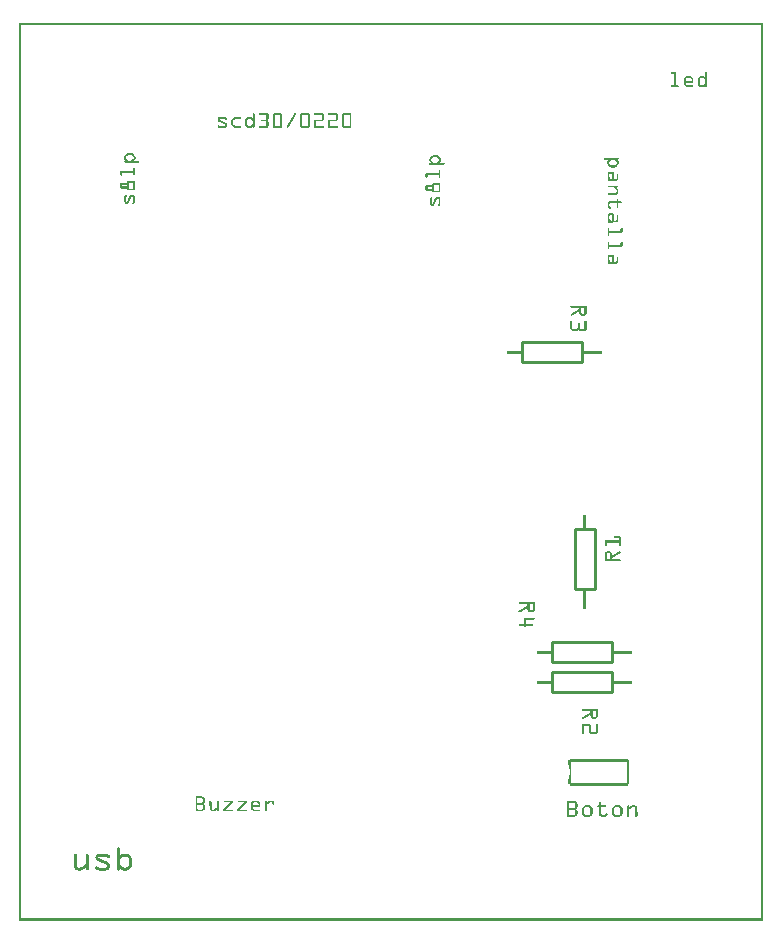
<source format=gto>
G04 MADE WITH FRITZING*
G04 WWW.FRITZING.ORG*
G04 DOUBLE SIDED*
G04 HOLES PLATED*
G04 CONTOUR ON CENTER OF CONTOUR VECTOR*
%ASAXBY*%
%FSLAX23Y23*%
%MOIN*%
%OFA0B0*%
%SFA1.0B1.0*%
%ADD10C,0.010000*%
%ADD11R,0.001000X0.001000*%
%LNSILK1*%
G90*
G70*
G54D10*
X1977Y862D02*
X1777Y862D01*
D02*
X1777Y862D02*
X1777Y928D01*
D02*
X1777Y928D02*
X1977Y928D01*
D02*
X1977Y928D02*
X1977Y862D01*
D02*
X1877Y1862D02*
X1677Y1862D01*
D02*
X1677Y1862D02*
X1677Y1928D01*
D02*
X1677Y1928D02*
X1877Y1928D01*
D02*
X1877Y1928D02*
X1877Y1862D01*
D02*
X1977Y762D02*
X1777Y762D01*
D02*
X1777Y762D02*
X1777Y828D01*
D02*
X1777Y828D02*
X1977Y828D01*
D02*
X1977Y828D02*
X1977Y762D01*
D02*
X1854Y1105D02*
X1854Y1305D01*
D02*
X1854Y1305D02*
X1920Y1305D01*
D02*
X1920Y1305D02*
X1920Y1105D01*
D02*
X1920Y1105D02*
X1854Y1105D01*
G54D11*
X0Y2993D02*
X2480Y2993D01*
X0Y2992D02*
X2480Y2992D01*
X0Y2991D02*
X2480Y2991D01*
X0Y2990D02*
X2480Y2990D01*
X0Y2989D02*
X2480Y2989D01*
X0Y2988D02*
X2480Y2988D01*
X0Y2987D02*
X2480Y2987D01*
X0Y2986D02*
X2480Y2986D01*
X0Y2985D02*
X7Y2985D01*
X2473Y2985D02*
X2480Y2985D01*
X0Y2984D02*
X7Y2984D01*
X2473Y2984D02*
X2480Y2984D01*
X0Y2983D02*
X7Y2983D01*
X2473Y2983D02*
X2480Y2983D01*
X0Y2982D02*
X7Y2982D01*
X2473Y2982D02*
X2480Y2982D01*
X0Y2981D02*
X7Y2981D01*
X2473Y2981D02*
X2480Y2981D01*
X0Y2980D02*
X7Y2980D01*
X2473Y2980D02*
X2480Y2980D01*
X0Y2979D02*
X7Y2979D01*
X2473Y2979D02*
X2480Y2979D01*
X0Y2978D02*
X7Y2978D01*
X2473Y2978D02*
X2480Y2978D01*
X0Y2977D02*
X7Y2977D01*
X2473Y2977D02*
X2480Y2977D01*
X0Y2976D02*
X7Y2976D01*
X2473Y2976D02*
X2480Y2976D01*
X0Y2975D02*
X7Y2975D01*
X2473Y2975D02*
X2480Y2975D01*
X0Y2974D02*
X7Y2974D01*
X2473Y2974D02*
X2480Y2974D01*
X0Y2973D02*
X7Y2973D01*
X2473Y2973D02*
X2480Y2973D01*
X0Y2972D02*
X7Y2972D01*
X2473Y2972D02*
X2480Y2972D01*
X0Y2971D02*
X7Y2971D01*
X2473Y2971D02*
X2480Y2971D01*
X0Y2970D02*
X7Y2970D01*
X2473Y2970D02*
X2480Y2970D01*
X0Y2969D02*
X7Y2969D01*
X2473Y2969D02*
X2480Y2969D01*
X0Y2968D02*
X7Y2968D01*
X2473Y2968D02*
X2480Y2968D01*
X0Y2967D02*
X7Y2967D01*
X2473Y2967D02*
X2480Y2967D01*
X0Y2966D02*
X7Y2966D01*
X2473Y2966D02*
X2480Y2966D01*
X0Y2965D02*
X7Y2965D01*
X2473Y2965D02*
X2480Y2965D01*
X0Y2964D02*
X7Y2964D01*
X2473Y2964D02*
X2480Y2964D01*
X0Y2963D02*
X7Y2963D01*
X2473Y2963D02*
X2480Y2963D01*
X0Y2962D02*
X7Y2962D01*
X2473Y2962D02*
X2480Y2962D01*
X0Y2961D02*
X7Y2961D01*
X2473Y2961D02*
X2480Y2961D01*
X0Y2960D02*
X7Y2960D01*
X2473Y2960D02*
X2480Y2960D01*
X0Y2959D02*
X7Y2959D01*
X2473Y2959D02*
X2480Y2959D01*
X0Y2958D02*
X7Y2958D01*
X2473Y2958D02*
X2480Y2958D01*
X0Y2957D02*
X7Y2957D01*
X2473Y2957D02*
X2480Y2957D01*
X0Y2956D02*
X7Y2956D01*
X2473Y2956D02*
X2480Y2956D01*
X0Y2955D02*
X7Y2955D01*
X2473Y2955D02*
X2480Y2955D01*
X0Y2954D02*
X7Y2954D01*
X2473Y2954D02*
X2480Y2954D01*
X0Y2953D02*
X7Y2953D01*
X2473Y2953D02*
X2480Y2953D01*
X0Y2952D02*
X7Y2952D01*
X2473Y2952D02*
X2480Y2952D01*
X0Y2951D02*
X7Y2951D01*
X2473Y2951D02*
X2480Y2951D01*
X0Y2950D02*
X7Y2950D01*
X2473Y2950D02*
X2480Y2950D01*
X0Y2949D02*
X7Y2949D01*
X2473Y2949D02*
X2480Y2949D01*
X0Y2948D02*
X7Y2948D01*
X2473Y2948D02*
X2480Y2948D01*
X0Y2947D02*
X7Y2947D01*
X2473Y2947D02*
X2480Y2947D01*
X0Y2946D02*
X7Y2946D01*
X2473Y2946D02*
X2480Y2946D01*
X0Y2945D02*
X7Y2945D01*
X2473Y2945D02*
X2480Y2945D01*
X0Y2944D02*
X7Y2944D01*
X2473Y2944D02*
X2480Y2944D01*
X0Y2943D02*
X7Y2943D01*
X2473Y2943D02*
X2480Y2943D01*
X0Y2942D02*
X7Y2942D01*
X2473Y2942D02*
X2480Y2942D01*
X0Y2941D02*
X7Y2941D01*
X2473Y2941D02*
X2480Y2941D01*
X0Y2940D02*
X7Y2940D01*
X2473Y2940D02*
X2480Y2940D01*
X0Y2939D02*
X7Y2939D01*
X2473Y2939D02*
X2480Y2939D01*
X0Y2938D02*
X7Y2938D01*
X2473Y2938D02*
X2480Y2938D01*
X0Y2937D02*
X7Y2937D01*
X2473Y2937D02*
X2480Y2937D01*
X0Y2936D02*
X7Y2936D01*
X2473Y2936D02*
X2480Y2936D01*
X0Y2935D02*
X7Y2935D01*
X2473Y2935D02*
X2480Y2935D01*
X0Y2934D02*
X7Y2934D01*
X2473Y2934D02*
X2480Y2934D01*
X0Y2933D02*
X7Y2933D01*
X2473Y2933D02*
X2480Y2933D01*
X0Y2932D02*
X7Y2932D01*
X2473Y2932D02*
X2480Y2932D01*
X0Y2931D02*
X7Y2931D01*
X2473Y2931D02*
X2480Y2931D01*
X0Y2930D02*
X7Y2930D01*
X2473Y2930D02*
X2480Y2930D01*
X0Y2929D02*
X7Y2929D01*
X2473Y2929D02*
X2480Y2929D01*
X0Y2928D02*
X7Y2928D01*
X2473Y2928D02*
X2480Y2928D01*
X0Y2927D02*
X7Y2927D01*
X2473Y2927D02*
X2480Y2927D01*
X0Y2926D02*
X7Y2926D01*
X2473Y2926D02*
X2480Y2926D01*
X0Y2925D02*
X7Y2925D01*
X2473Y2925D02*
X2480Y2925D01*
X0Y2924D02*
X7Y2924D01*
X2473Y2924D02*
X2480Y2924D01*
X0Y2923D02*
X7Y2923D01*
X2473Y2923D02*
X2480Y2923D01*
X0Y2922D02*
X7Y2922D01*
X2473Y2922D02*
X2480Y2922D01*
X0Y2921D02*
X7Y2921D01*
X2473Y2921D02*
X2480Y2921D01*
X0Y2920D02*
X7Y2920D01*
X2473Y2920D02*
X2480Y2920D01*
X0Y2919D02*
X7Y2919D01*
X2473Y2919D02*
X2480Y2919D01*
X0Y2918D02*
X7Y2918D01*
X2473Y2918D02*
X2480Y2918D01*
X0Y2917D02*
X7Y2917D01*
X2473Y2917D02*
X2480Y2917D01*
X0Y2916D02*
X7Y2916D01*
X2473Y2916D02*
X2480Y2916D01*
X0Y2915D02*
X7Y2915D01*
X2473Y2915D02*
X2480Y2915D01*
X0Y2914D02*
X7Y2914D01*
X2473Y2914D02*
X2480Y2914D01*
X0Y2913D02*
X7Y2913D01*
X2473Y2913D02*
X2480Y2913D01*
X0Y2912D02*
X7Y2912D01*
X2473Y2912D02*
X2480Y2912D01*
X0Y2911D02*
X7Y2911D01*
X2473Y2911D02*
X2480Y2911D01*
X0Y2910D02*
X7Y2910D01*
X2473Y2910D02*
X2480Y2910D01*
X0Y2909D02*
X7Y2909D01*
X2473Y2909D02*
X2480Y2909D01*
X0Y2908D02*
X7Y2908D01*
X2473Y2908D02*
X2480Y2908D01*
X0Y2907D02*
X7Y2907D01*
X2473Y2907D02*
X2480Y2907D01*
X0Y2906D02*
X7Y2906D01*
X2473Y2906D02*
X2480Y2906D01*
X0Y2905D02*
X7Y2905D01*
X2473Y2905D02*
X2480Y2905D01*
X0Y2904D02*
X7Y2904D01*
X2473Y2904D02*
X2480Y2904D01*
X0Y2903D02*
X7Y2903D01*
X2473Y2903D02*
X2480Y2903D01*
X0Y2902D02*
X7Y2902D01*
X2473Y2902D02*
X2480Y2902D01*
X0Y2901D02*
X7Y2901D01*
X2473Y2901D02*
X2480Y2901D01*
X0Y2900D02*
X7Y2900D01*
X2473Y2900D02*
X2480Y2900D01*
X0Y2899D02*
X7Y2899D01*
X2473Y2899D02*
X2480Y2899D01*
X0Y2898D02*
X7Y2898D01*
X2473Y2898D02*
X2480Y2898D01*
X0Y2897D02*
X7Y2897D01*
X2473Y2897D02*
X2480Y2897D01*
X0Y2896D02*
X7Y2896D01*
X2473Y2896D02*
X2480Y2896D01*
X0Y2895D02*
X7Y2895D01*
X2473Y2895D02*
X2480Y2895D01*
X0Y2894D02*
X7Y2894D01*
X2473Y2894D02*
X2480Y2894D01*
X0Y2893D02*
X7Y2893D01*
X2473Y2893D02*
X2480Y2893D01*
X0Y2892D02*
X7Y2892D01*
X2473Y2892D02*
X2480Y2892D01*
X0Y2891D02*
X7Y2891D01*
X2473Y2891D02*
X2480Y2891D01*
X0Y2890D02*
X7Y2890D01*
X2473Y2890D02*
X2480Y2890D01*
X0Y2889D02*
X7Y2889D01*
X2473Y2889D02*
X2480Y2889D01*
X0Y2888D02*
X7Y2888D01*
X2473Y2888D02*
X2480Y2888D01*
X0Y2887D02*
X7Y2887D01*
X2473Y2887D02*
X2480Y2887D01*
X0Y2886D02*
X7Y2886D01*
X2473Y2886D02*
X2480Y2886D01*
X0Y2885D02*
X7Y2885D01*
X2473Y2885D02*
X2480Y2885D01*
X0Y2884D02*
X7Y2884D01*
X2473Y2884D02*
X2480Y2884D01*
X0Y2883D02*
X7Y2883D01*
X2473Y2883D02*
X2480Y2883D01*
X0Y2882D02*
X7Y2882D01*
X2473Y2882D02*
X2480Y2882D01*
X0Y2881D02*
X7Y2881D01*
X2473Y2881D02*
X2480Y2881D01*
X0Y2880D02*
X7Y2880D01*
X2473Y2880D02*
X2480Y2880D01*
X0Y2879D02*
X7Y2879D01*
X2473Y2879D02*
X2480Y2879D01*
X0Y2878D02*
X7Y2878D01*
X2473Y2878D02*
X2480Y2878D01*
X0Y2877D02*
X7Y2877D01*
X2473Y2877D02*
X2480Y2877D01*
X0Y2876D02*
X7Y2876D01*
X2473Y2876D02*
X2480Y2876D01*
X0Y2875D02*
X7Y2875D01*
X2473Y2875D02*
X2480Y2875D01*
X0Y2874D02*
X7Y2874D01*
X2473Y2874D02*
X2480Y2874D01*
X0Y2873D02*
X7Y2873D01*
X2473Y2873D02*
X2480Y2873D01*
X0Y2872D02*
X7Y2872D01*
X2473Y2872D02*
X2480Y2872D01*
X0Y2871D02*
X7Y2871D01*
X2473Y2871D02*
X2480Y2871D01*
X0Y2870D02*
X7Y2870D01*
X2473Y2870D02*
X2480Y2870D01*
X0Y2869D02*
X7Y2869D01*
X2473Y2869D02*
X2480Y2869D01*
X0Y2868D02*
X7Y2868D01*
X2473Y2868D02*
X2480Y2868D01*
X0Y2867D02*
X7Y2867D01*
X2473Y2867D02*
X2480Y2867D01*
X0Y2866D02*
X7Y2866D01*
X2473Y2866D02*
X2480Y2866D01*
X0Y2865D02*
X7Y2865D01*
X2473Y2865D02*
X2480Y2865D01*
X0Y2864D02*
X7Y2864D01*
X2473Y2864D02*
X2480Y2864D01*
X0Y2863D02*
X7Y2863D01*
X2473Y2863D02*
X2480Y2863D01*
X0Y2862D02*
X7Y2862D01*
X2473Y2862D02*
X2480Y2862D01*
X0Y2861D02*
X7Y2861D01*
X2473Y2861D02*
X2480Y2861D01*
X0Y2860D02*
X7Y2860D01*
X2473Y2860D02*
X2480Y2860D01*
X0Y2859D02*
X7Y2859D01*
X2473Y2859D02*
X2480Y2859D01*
X0Y2858D02*
X7Y2858D01*
X2473Y2858D02*
X2480Y2858D01*
X0Y2857D02*
X7Y2857D01*
X2473Y2857D02*
X2480Y2857D01*
X0Y2856D02*
X7Y2856D01*
X2473Y2856D02*
X2480Y2856D01*
X0Y2855D02*
X7Y2855D01*
X2473Y2855D02*
X2480Y2855D01*
X0Y2854D02*
X7Y2854D01*
X2473Y2854D02*
X2480Y2854D01*
X0Y2853D02*
X7Y2853D01*
X2473Y2853D02*
X2480Y2853D01*
X0Y2852D02*
X7Y2852D01*
X2473Y2852D02*
X2480Y2852D01*
X0Y2851D02*
X7Y2851D01*
X2473Y2851D02*
X2480Y2851D01*
X0Y2850D02*
X7Y2850D01*
X2473Y2850D02*
X2480Y2850D01*
X0Y2849D02*
X7Y2849D01*
X2473Y2849D02*
X2480Y2849D01*
X0Y2848D02*
X7Y2848D01*
X2473Y2848D02*
X2480Y2848D01*
X0Y2847D02*
X7Y2847D01*
X2473Y2847D02*
X2480Y2847D01*
X0Y2846D02*
X7Y2846D01*
X2473Y2846D02*
X2480Y2846D01*
X0Y2845D02*
X7Y2845D01*
X2473Y2845D02*
X2480Y2845D01*
X0Y2844D02*
X7Y2844D01*
X2473Y2844D02*
X2480Y2844D01*
X0Y2843D02*
X7Y2843D01*
X2473Y2843D02*
X2480Y2843D01*
X0Y2842D02*
X7Y2842D01*
X2473Y2842D02*
X2480Y2842D01*
X0Y2841D02*
X7Y2841D01*
X2473Y2841D02*
X2480Y2841D01*
X0Y2840D02*
X7Y2840D01*
X2473Y2840D02*
X2480Y2840D01*
X0Y2839D02*
X7Y2839D01*
X2473Y2839D02*
X2480Y2839D01*
X0Y2838D02*
X7Y2838D01*
X2473Y2838D02*
X2480Y2838D01*
X0Y2837D02*
X7Y2837D01*
X2473Y2837D02*
X2480Y2837D01*
X0Y2836D02*
X7Y2836D01*
X2473Y2836D02*
X2480Y2836D01*
X0Y2835D02*
X7Y2835D01*
X2473Y2835D02*
X2480Y2835D01*
X0Y2834D02*
X7Y2834D01*
X2473Y2834D02*
X2480Y2834D01*
X0Y2833D02*
X7Y2833D01*
X2473Y2833D02*
X2480Y2833D01*
X0Y2832D02*
X7Y2832D01*
X2473Y2832D02*
X2480Y2832D01*
X0Y2831D02*
X7Y2831D01*
X2473Y2831D02*
X2480Y2831D01*
X0Y2830D02*
X7Y2830D01*
X2473Y2830D02*
X2480Y2830D01*
X0Y2829D02*
X7Y2829D01*
X2473Y2829D02*
X2480Y2829D01*
X0Y2828D02*
X7Y2828D01*
X2176Y2828D02*
X2188Y2828D01*
X2290Y2828D02*
X2293Y2828D01*
X2473Y2828D02*
X2480Y2828D01*
X0Y2827D02*
X7Y2827D01*
X2175Y2827D02*
X2189Y2827D01*
X2289Y2827D02*
X2294Y2827D01*
X2473Y2827D02*
X2480Y2827D01*
X0Y2826D02*
X7Y2826D01*
X2175Y2826D02*
X2189Y2826D01*
X2289Y2826D02*
X2294Y2826D01*
X2473Y2826D02*
X2480Y2826D01*
X0Y2825D02*
X7Y2825D01*
X2175Y2825D02*
X2190Y2825D01*
X2289Y2825D02*
X2295Y2825D01*
X2473Y2825D02*
X2480Y2825D01*
X0Y2824D02*
X7Y2824D01*
X2175Y2824D02*
X2190Y2824D01*
X2289Y2824D02*
X2295Y2824D01*
X2473Y2824D02*
X2480Y2824D01*
X0Y2823D02*
X7Y2823D01*
X2176Y2823D02*
X2190Y2823D01*
X2289Y2823D02*
X2295Y2823D01*
X2473Y2823D02*
X2480Y2823D01*
X0Y2822D02*
X7Y2822D01*
X2184Y2822D02*
X2190Y2822D01*
X2289Y2822D02*
X2295Y2822D01*
X2473Y2822D02*
X2480Y2822D01*
X0Y2821D02*
X7Y2821D01*
X2184Y2821D02*
X2190Y2821D01*
X2289Y2821D02*
X2295Y2821D01*
X2473Y2821D02*
X2480Y2821D01*
X0Y2820D02*
X7Y2820D01*
X2184Y2820D02*
X2190Y2820D01*
X2289Y2820D02*
X2295Y2820D01*
X2473Y2820D02*
X2480Y2820D01*
X0Y2819D02*
X7Y2819D01*
X2184Y2819D02*
X2190Y2819D01*
X2289Y2819D02*
X2295Y2819D01*
X2473Y2819D02*
X2480Y2819D01*
X0Y2818D02*
X7Y2818D01*
X2184Y2818D02*
X2190Y2818D01*
X2289Y2818D02*
X2295Y2818D01*
X2473Y2818D02*
X2480Y2818D01*
X0Y2817D02*
X7Y2817D01*
X2184Y2817D02*
X2190Y2817D01*
X2289Y2817D02*
X2295Y2817D01*
X2473Y2817D02*
X2480Y2817D01*
X0Y2816D02*
X7Y2816D01*
X2184Y2816D02*
X2190Y2816D01*
X2289Y2816D02*
X2295Y2816D01*
X2473Y2816D02*
X2480Y2816D01*
X0Y2815D02*
X7Y2815D01*
X2184Y2815D02*
X2190Y2815D01*
X2227Y2815D02*
X2239Y2815D01*
X2273Y2815D02*
X2281Y2815D01*
X2289Y2815D02*
X2295Y2815D01*
X2473Y2815D02*
X2480Y2815D01*
X0Y2814D02*
X7Y2814D01*
X2184Y2814D02*
X2190Y2814D01*
X2225Y2814D02*
X2241Y2814D01*
X2271Y2814D02*
X2284Y2814D01*
X2289Y2814D02*
X2295Y2814D01*
X2473Y2814D02*
X2480Y2814D01*
X0Y2813D02*
X7Y2813D01*
X2184Y2813D02*
X2190Y2813D01*
X2223Y2813D02*
X2243Y2813D01*
X2269Y2813D02*
X2285Y2813D01*
X2289Y2813D02*
X2295Y2813D01*
X2473Y2813D02*
X2480Y2813D01*
X0Y2812D02*
X7Y2812D01*
X2184Y2812D02*
X2190Y2812D01*
X2222Y2812D02*
X2244Y2812D01*
X2268Y2812D02*
X2287Y2812D01*
X2289Y2812D02*
X2295Y2812D01*
X2473Y2812D02*
X2480Y2812D01*
X0Y2811D02*
X7Y2811D01*
X2184Y2811D02*
X2190Y2811D01*
X2221Y2811D02*
X2245Y2811D01*
X2267Y2811D02*
X2295Y2811D01*
X2473Y2811D02*
X2480Y2811D01*
X0Y2810D02*
X7Y2810D01*
X2184Y2810D02*
X2190Y2810D01*
X2220Y2810D02*
X2246Y2810D01*
X2266Y2810D02*
X2295Y2810D01*
X2473Y2810D02*
X2480Y2810D01*
X0Y2809D02*
X7Y2809D01*
X2184Y2809D02*
X2190Y2809D01*
X2219Y2809D02*
X2247Y2809D01*
X2265Y2809D02*
X2295Y2809D01*
X2473Y2809D02*
X2480Y2809D01*
X0Y2808D02*
X7Y2808D01*
X2184Y2808D02*
X2190Y2808D01*
X2219Y2808D02*
X2226Y2808D01*
X2240Y2808D02*
X2247Y2808D01*
X2265Y2808D02*
X2272Y2808D01*
X2282Y2808D02*
X2295Y2808D01*
X2473Y2808D02*
X2480Y2808D01*
X0Y2807D02*
X7Y2807D01*
X2184Y2807D02*
X2190Y2807D01*
X2218Y2807D02*
X2225Y2807D01*
X2241Y2807D02*
X2248Y2807D01*
X2264Y2807D02*
X2271Y2807D01*
X2284Y2807D02*
X2295Y2807D01*
X2473Y2807D02*
X2480Y2807D01*
X0Y2806D02*
X7Y2806D01*
X2184Y2806D02*
X2190Y2806D01*
X2218Y2806D02*
X2224Y2806D01*
X2242Y2806D02*
X2248Y2806D01*
X2264Y2806D02*
X2270Y2806D01*
X2285Y2806D02*
X2295Y2806D01*
X2473Y2806D02*
X2480Y2806D01*
X0Y2805D02*
X7Y2805D01*
X2184Y2805D02*
X2190Y2805D01*
X2218Y2805D02*
X2223Y2805D01*
X2243Y2805D02*
X2248Y2805D01*
X2264Y2805D02*
X2269Y2805D01*
X2286Y2805D02*
X2295Y2805D01*
X2473Y2805D02*
X2480Y2805D01*
X0Y2804D02*
X7Y2804D01*
X2184Y2804D02*
X2190Y2804D01*
X2218Y2804D02*
X2223Y2804D01*
X2243Y2804D02*
X2248Y2804D01*
X2264Y2804D02*
X2269Y2804D01*
X2287Y2804D02*
X2295Y2804D01*
X2473Y2804D02*
X2480Y2804D01*
X0Y2803D02*
X7Y2803D01*
X2184Y2803D02*
X2190Y2803D01*
X2217Y2803D02*
X2223Y2803D01*
X2243Y2803D02*
X2248Y2803D01*
X2264Y2803D02*
X2269Y2803D01*
X2288Y2803D02*
X2295Y2803D01*
X2473Y2803D02*
X2480Y2803D01*
X0Y2802D02*
X7Y2802D01*
X2184Y2802D02*
X2190Y2802D01*
X2217Y2802D02*
X2223Y2802D01*
X2243Y2802D02*
X2248Y2802D01*
X2264Y2802D02*
X2269Y2802D01*
X2289Y2802D02*
X2295Y2802D01*
X2473Y2802D02*
X2480Y2802D01*
X0Y2801D02*
X7Y2801D01*
X2184Y2801D02*
X2190Y2801D01*
X2217Y2801D02*
X2223Y2801D01*
X2243Y2801D02*
X2248Y2801D01*
X2264Y2801D02*
X2269Y2801D01*
X2289Y2801D02*
X2295Y2801D01*
X2473Y2801D02*
X2480Y2801D01*
X0Y2800D02*
X7Y2800D01*
X2184Y2800D02*
X2190Y2800D01*
X2217Y2800D02*
X2223Y2800D01*
X2243Y2800D02*
X2248Y2800D01*
X2264Y2800D02*
X2269Y2800D01*
X2289Y2800D02*
X2295Y2800D01*
X2473Y2800D02*
X2480Y2800D01*
X0Y2799D02*
X7Y2799D01*
X2184Y2799D02*
X2190Y2799D01*
X2217Y2799D02*
X2223Y2799D01*
X2243Y2799D02*
X2248Y2799D01*
X2264Y2799D02*
X2269Y2799D01*
X2289Y2799D02*
X2295Y2799D01*
X2473Y2799D02*
X2480Y2799D01*
X0Y2798D02*
X7Y2798D01*
X2184Y2798D02*
X2190Y2798D01*
X2217Y2798D02*
X2248Y2798D01*
X2264Y2798D02*
X2269Y2798D01*
X2289Y2798D02*
X2295Y2798D01*
X2473Y2798D02*
X2480Y2798D01*
X0Y2797D02*
X7Y2797D01*
X2184Y2797D02*
X2190Y2797D01*
X2217Y2797D02*
X2248Y2797D01*
X2264Y2797D02*
X2269Y2797D01*
X2289Y2797D02*
X2295Y2797D01*
X2473Y2797D02*
X2480Y2797D01*
X0Y2796D02*
X7Y2796D01*
X2184Y2796D02*
X2190Y2796D01*
X2217Y2796D02*
X2248Y2796D01*
X2264Y2796D02*
X2269Y2796D01*
X2289Y2796D02*
X2295Y2796D01*
X2473Y2796D02*
X2480Y2796D01*
X0Y2795D02*
X7Y2795D01*
X2184Y2795D02*
X2190Y2795D01*
X2217Y2795D02*
X2248Y2795D01*
X2264Y2795D02*
X2269Y2795D01*
X2289Y2795D02*
X2295Y2795D01*
X2473Y2795D02*
X2480Y2795D01*
X0Y2794D02*
X7Y2794D01*
X2184Y2794D02*
X2190Y2794D01*
X2217Y2794D02*
X2248Y2794D01*
X2264Y2794D02*
X2269Y2794D01*
X2289Y2794D02*
X2295Y2794D01*
X2473Y2794D02*
X2480Y2794D01*
X0Y2793D02*
X7Y2793D01*
X2184Y2793D02*
X2190Y2793D01*
X2217Y2793D02*
X2247Y2793D01*
X2264Y2793D02*
X2269Y2793D01*
X2289Y2793D02*
X2295Y2793D01*
X2473Y2793D02*
X2480Y2793D01*
X0Y2792D02*
X7Y2792D01*
X2184Y2792D02*
X2190Y2792D01*
X2217Y2792D02*
X2223Y2792D01*
X2264Y2792D02*
X2269Y2792D01*
X2289Y2792D02*
X2295Y2792D01*
X2473Y2792D02*
X2480Y2792D01*
X0Y2791D02*
X7Y2791D01*
X2184Y2791D02*
X2190Y2791D01*
X2217Y2791D02*
X2223Y2791D01*
X2264Y2791D02*
X2269Y2791D01*
X2288Y2791D02*
X2295Y2791D01*
X2473Y2791D02*
X2480Y2791D01*
X0Y2790D02*
X7Y2790D01*
X2184Y2790D02*
X2190Y2790D01*
X2218Y2790D02*
X2223Y2790D01*
X2264Y2790D02*
X2269Y2790D01*
X2287Y2790D02*
X2295Y2790D01*
X2473Y2790D02*
X2480Y2790D01*
X0Y2789D02*
X7Y2789D01*
X2184Y2789D02*
X2190Y2789D01*
X2218Y2789D02*
X2223Y2789D01*
X2264Y2789D02*
X2270Y2789D01*
X2286Y2789D02*
X2295Y2789D01*
X2473Y2789D02*
X2480Y2789D01*
X0Y2788D02*
X7Y2788D01*
X2184Y2788D02*
X2190Y2788D01*
X2218Y2788D02*
X2224Y2788D01*
X2264Y2788D02*
X2270Y2788D01*
X2285Y2788D02*
X2295Y2788D01*
X2473Y2788D02*
X2480Y2788D01*
X0Y2787D02*
X7Y2787D01*
X2184Y2787D02*
X2190Y2787D01*
X2218Y2787D02*
X2225Y2787D01*
X2264Y2787D02*
X2271Y2787D01*
X2283Y2787D02*
X2295Y2787D01*
X2473Y2787D02*
X2480Y2787D01*
X0Y2786D02*
X7Y2786D01*
X2184Y2786D02*
X2190Y2786D01*
X2219Y2786D02*
X2227Y2786D01*
X2265Y2786D02*
X2273Y2786D01*
X2282Y2786D02*
X2295Y2786D01*
X2473Y2786D02*
X2480Y2786D01*
X0Y2785D02*
X7Y2785D01*
X2176Y2785D02*
X2197Y2785D01*
X2219Y2785D02*
X2246Y2785D01*
X2265Y2785D02*
X2295Y2785D01*
X2473Y2785D02*
X2480Y2785D01*
X0Y2784D02*
X7Y2784D01*
X2175Y2784D02*
X2198Y2784D01*
X2220Y2784D02*
X2248Y2784D01*
X2266Y2784D02*
X2295Y2784D01*
X2473Y2784D02*
X2480Y2784D01*
X0Y2783D02*
X7Y2783D01*
X2175Y2783D02*
X2199Y2783D01*
X2221Y2783D02*
X2248Y2783D01*
X2267Y2783D02*
X2295Y2783D01*
X2473Y2783D02*
X2480Y2783D01*
X0Y2782D02*
X7Y2782D01*
X2175Y2782D02*
X2199Y2782D01*
X2222Y2782D02*
X2248Y2782D01*
X2268Y2782D02*
X2287Y2782D01*
X2289Y2782D02*
X2294Y2782D01*
X2473Y2782D02*
X2480Y2782D01*
X0Y2781D02*
X7Y2781D01*
X2175Y2781D02*
X2199Y2781D01*
X2223Y2781D02*
X2248Y2781D01*
X2269Y2781D02*
X2286Y2781D01*
X2289Y2781D02*
X2294Y2781D01*
X2473Y2781D02*
X2480Y2781D01*
X0Y2780D02*
X7Y2780D01*
X2175Y2780D02*
X2198Y2780D01*
X2225Y2780D02*
X2248Y2780D01*
X2271Y2780D02*
X2284Y2780D01*
X2290Y2780D02*
X2294Y2780D01*
X2473Y2780D02*
X2480Y2780D01*
X0Y2779D02*
X7Y2779D01*
X2177Y2779D02*
X2197Y2779D01*
X2228Y2779D02*
X2246Y2779D01*
X2274Y2779D02*
X2281Y2779D01*
X2291Y2779D02*
X2292Y2779D01*
X2473Y2779D02*
X2480Y2779D01*
X0Y2778D02*
X7Y2778D01*
X2473Y2778D02*
X2480Y2778D01*
X0Y2777D02*
X7Y2777D01*
X2473Y2777D02*
X2480Y2777D01*
X0Y2776D02*
X7Y2776D01*
X2473Y2776D02*
X2480Y2776D01*
X0Y2775D02*
X7Y2775D01*
X2473Y2775D02*
X2480Y2775D01*
X0Y2774D02*
X7Y2774D01*
X2473Y2774D02*
X2480Y2774D01*
X0Y2773D02*
X7Y2773D01*
X2473Y2773D02*
X2480Y2773D01*
X0Y2772D02*
X7Y2772D01*
X2473Y2772D02*
X2480Y2772D01*
X0Y2771D02*
X7Y2771D01*
X2473Y2771D02*
X2480Y2771D01*
X0Y2770D02*
X7Y2770D01*
X2473Y2770D02*
X2480Y2770D01*
X0Y2769D02*
X7Y2769D01*
X2473Y2769D02*
X2480Y2769D01*
X0Y2768D02*
X7Y2768D01*
X2473Y2768D02*
X2480Y2768D01*
X0Y2767D02*
X7Y2767D01*
X2473Y2767D02*
X2480Y2767D01*
X0Y2766D02*
X7Y2766D01*
X2473Y2766D02*
X2480Y2766D01*
X0Y2765D02*
X7Y2765D01*
X2473Y2765D02*
X2480Y2765D01*
X0Y2764D02*
X7Y2764D01*
X2473Y2764D02*
X2480Y2764D01*
X0Y2763D02*
X7Y2763D01*
X2473Y2763D02*
X2480Y2763D01*
X0Y2762D02*
X7Y2762D01*
X2473Y2762D02*
X2480Y2762D01*
X0Y2761D02*
X7Y2761D01*
X2473Y2761D02*
X2480Y2761D01*
X0Y2760D02*
X7Y2760D01*
X2473Y2760D02*
X2480Y2760D01*
X0Y2759D02*
X7Y2759D01*
X2473Y2759D02*
X2480Y2759D01*
X0Y2758D02*
X7Y2758D01*
X2473Y2758D02*
X2480Y2758D01*
X0Y2757D02*
X7Y2757D01*
X2473Y2757D02*
X2480Y2757D01*
X0Y2756D02*
X7Y2756D01*
X2473Y2756D02*
X2480Y2756D01*
X0Y2755D02*
X7Y2755D01*
X2473Y2755D02*
X2480Y2755D01*
X0Y2754D02*
X7Y2754D01*
X2473Y2754D02*
X2480Y2754D01*
X0Y2753D02*
X7Y2753D01*
X2473Y2753D02*
X2480Y2753D01*
X0Y2752D02*
X7Y2752D01*
X2473Y2752D02*
X2480Y2752D01*
X0Y2751D02*
X7Y2751D01*
X2473Y2751D02*
X2480Y2751D01*
X0Y2750D02*
X7Y2750D01*
X2473Y2750D02*
X2480Y2750D01*
X0Y2749D02*
X7Y2749D01*
X2473Y2749D02*
X2480Y2749D01*
X0Y2748D02*
X7Y2748D01*
X2473Y2748D02*
X2480Y2748D01*
X0Y2747D02*
X7Y2747D01*
X2473Y2747D02*
X2480Y2747D01*
X0Y2746D02*
X7Y2746D01*
X2473Y2746D02*
X2480Y2746D01*
X0Y2745D02*
X7Y2745D01*
X2473Y2745D02*
X2480Y2745D01*
X0Y2744D02*
X7Y2744D01*
X2473Y2744D02*
X2480Y2744D01*
X0Y2743D02*
X7Y2743D01*
X2473Y2743D02*
X2480Y2743D01*
X0Y2742D02*
X7Y2742D01*
X2473Y2742D02*
X2480Y2742D01*
X0Y2741D02*
X7Y2741D01*
X2473Y2741D02*
X2480Y2741D01*
X0Y2740D02*
X7Y2740D01*
X2473Y2740D02*
X2480Y2740D01*
X0Y2739D02*
X7Y2739D01*
X2473Y2739D02*
X2480Y2739D01*
X0Y2738D02*
X7Y2738D01*
X2473Y2738D02*
X2480Y2738D01*
X0Y2737D02*
X7Y2737D01*
X2473Y2737D02*
X2480Y2737D01*
X0Y2736D02*
X7Y2736D01*
X2473Y2736D02*
X2480Y2736D01*
X0Y2735D02*
X7Y2735D01*
X2473Y2735D02*
X2480Y2735D01*
X0Y2734D02*
X7Y2734D01*
X2473Y2734D02*
X2480Y2734D01*
X0Y2733D02*
X7Y2733D01*
X2473Y2733D02*
X2480Y2733D01*
X0Y2732D02*
X7Y2732D01*
X2473Y2732D02*
X2480Y2732D01*
X0Y2731D02*
X7Y2731D01*
X2473Y2731D02*
X2480Y2731D01*
X0Y2730D02*
X7Y2730D01*
X2473Y2730D02*
X2480Y2730D01*
X0Y2729D02*
X7Y2729D01*
X2473Y2729D02*
X2480Y2729D01*
X0Y2728D02*
X7Y2728D01*
X2473Y2728D02*
X2480Y2728D01*
X0Y2727D02*
X7Y2727D01*
X2473Y2727D02*
X2480Y2727D01*
X0Y2726D02*
X7Y2726D01*
X2473Y2726D02*
X2480Y2726D01*
X0Y2725D02*
X7Y2725D01*
X2473Y2725D02*
X2480Y2725D01*
X0Y2724D02*
X7Y2724D01*
X2473Y2724D02*
X2480Y2724D01*
X0Y2723D02*
X7Y2723D01*
X2473Y2723D02*
X2480Y2723D01*
X0Y2722D02*
X7Y2722D01*
X2473Y2722D02*
X2480Y2722D01*
X0Y2721D02*
X7Y2721D01*
X2473Y2721D02*
X2480Y2721D01*
X0Y2720D02*
X7Y2720D01*
X2473Y2720D02*
X2480Y2720D01*
X0Y2719D02*
X7Y2719D01*
X2473Y2719D02*
X2480Y2719D01*
X0Y2718D02*
X7Y2718D01*
X2473Y2718D02*
X2480Y2718D01*
X0Y2717D02*
X7Y2717D01*
X2473Y2717D02*
X2480Y2717D01*
X0Y2716D02*
X7Y2716D01*
X2473Y2716D02*
X2480Y2716D01*
X0Y2715D02*
X7Y2715D01*
X2473Y2715D02*
X2480Y2715D01*
X0Y2714D02*
X7Y2714D01*
X2473Y2714D02*
X2480Y2714D01*
X0Y2713D02*
X7Y2713D01*
X2473Y2713D02*
X2480Y2713D01*
X0Y2712D02*
X7Y2712D01*
X2473Y2712D02*
X2480Y2712D01*
X0Y2711D02*
X7Y2711D01*
X2473Y2711D02*
X2480Y2711D01*
X0Y2710D02*
X7Y2710D01*
X2473Y2710D02*
X2480Y2710D01*
X0Y2709D02*
X7Y2709D01*
X2473Y2709D02*
X2480Y2709D01*
X0Y2708D02*
X7Y2708D01*
X2473Y2708D02*
X2480Y2708D01*
X0Y2707D02*
X7Y2707D01*
X2473Y2707D02*
X2480Y2707D01*
X0Y2706D02*
X7Y2706D01*
X2473Y2706D02*
X2480Y2706D01*
X0Y2705D02*
X7Y2705D01*
X2473Y2705D02*
X2480Y2705D01*
X0Y2704D02*
X7Y2704D01*
X2473Y2704D02*
X2480Y2704D01*
X0Y2703D02*
X7Y2703D01*
X2473Y2703D02*
X2480Y2703D01*
X0Y2702D02*
X7Y2702D01*
X2473Y2702D02*
X2480Y2702D01*
X0Y2701D02*
X7Y2701D01*
X2473Y2701D02*
X2480Y2701D01*
X0Y2700D02*
X7Y2700D01*
X2473Y2700D02*
X2480Y2700D01*
X0Y2699D02*
X7Y2699D01*
X2473Y2699D02*
X2480Y2699D01*
X0Y2698D02*
X7Y2698D01*
X2473Y2698D02*
X2480Y2698D01*
X0Y2697D02*
X7Y2697D01*
X2473Y2697D02*
X2480Y2697D01*
X0Y2696D02*
X7Y2696D01*
X2473Y2696D02*
X2480Y2696D01*
X0Y2695D02*
X7Y2695D01*
X2473Y2695D02*
X2480Y2695D01*
X0Y2694D02*
X7Y2694D01*
X2473Y2694D02*
X2480Y2694D01*
X0Y2693D02*
X7Y2693D01*
X2473Y2693D02*
X2480Y2693D01*
X0Y2692D02*
X7Y2692D01*
X782Y2692D02*
X784Y2692D01*
X803Y2692D02*
X827Y2692D01*
X852Y2692D02*
X873Y2692D01*
X921Y2692D02*
X922Y2692D01*
X944Y2692D02*
X965Y2692D01*
X987Y2692D02*
X1011Y2692D01*
X1033Y2692D02*
X1058Y2692D01*
X1082Y2692D02*
X1104Y2692D01*
X2473Y2692D02*
X2480Y2692D01*
X0Y2691D02*
X7Y2691D01*
X781Y2691D02*
X785Y2691D01*
X802Y2691D02*
X829Y2691D01*
X850Y2691D02*
X875Y2691D01*
X919Y2691D02*
X923Y2691D01*
X942Y2691D02*
X967Y2691D01*
X986Y2691D02*
X1013Y2691D01*
X1032Y2691D02*
X1059Y2691D01*
X1080Y2691D02*
X1106Y2691D01*
X2473Y2691D02*
X2480Y2691D01*
X0Y2690D02*
X7Y2690D01*
X780Y2690D02*
X785Y2690D01*
X801Y2690D02*
X830Y2690D01*
X849Y2690D02*
X876Y2690D01*
X918Y2690D02*
X924Y2690D01*
X941Y2690D02*
X968Y2690D01*
X985Y2690D02*
X1014Y2690D01*
X1032Y2690D02*
X1061Y2690D01*
X1079Y2690D02*
X1107Y2690D01*
X2473Y2690D02*
X2480Y2690D01*
X0Y2689D02*
X7Y2689D01*
X780Y2689D02*
X786Y2689D01*
X801Y2689D02*
X831Y2689D01*
X848Y2689D02*
X877Y2689D01*
X918Y2689D02*
X924Y2689D01*
X940Y2689D02*
X969Y2689D01*
X985Y2689D02*
X1015Y2689D01*
X1031Y2689D02*
X1061Y2689D01*
X1078Y2689D02*
X1107Y2689D01*
X2473Y2689D02*
X2480Y2689D01*
X0Y2688D02*
X7Y2688D01*
X780Y2688D02*
X786Y2688D01*
X801Y2688D02*
X831Y2688D01*
X847Y2688D02*
X877Y2688D01*
X917Y2688D02*
X924Y2688D01*
X940Y2688D02*
X970Y2688D01*
X985Y2688D02*
X1016Y2688D01*
X1032Y2688D02*
X1062Y2688D01*
X1078Y2688D02*
X1108Y2688D01*
X2473Y2688D02*
X2480Y2688D01*
X0Y2687D02*
X7Y2687D01*
X780Y2687D02*
X786Y2687D01*
X802Y2687D02*
X832Y2687D01*
X847Y2687D02*
X878Y2687D01*
X917Y2687D02*
X923Y2687D01*
X939Y2687D02*
X970Y2687D01*
X986Y2687D02*
X1016Y2687D01*
X1032Y2687D02*
X1062Y2687D01*
X1078Y2687D02*
X1108Y2687D01*
X2473Y2687D02*
X2480Y2687D01*
X0Y2686D02*
X7Y2686D01*
X780Y2686D02*
X786Y2686D01*
X803Y2686D02*
X832Y2686D01*
X847Y2686D02*
X878Y2686D01*
X916Y2686D02*
X923Y2686D01*
X939Y2686D02*
X970Y2686D01*
X988Y2686D02*
X1016Y2686D01*
X1034Y2686D02*
X1062Y2686D01*
X1078Y2686D02*
X1108Y2686D01*
X2473Y2686D02*
X2480Y2686D01*
X0Y2685D02*
X7Y2685D01*
X780Y2685D02*
X786Y2685D01*
X826Y2685D02*
X832Y2685D01*
X847Y2685D02*
X852Y2685D01*
X872Y2685D02*
X878Y2685D01*
X916Y2685D02*
X922Y2685D01*
X939Y2685D02*
X945Y2685D01*
X965Y2685D02*
X970Y2685D01*
X1011Y2685D02*
X1016Y2685D01*
X1057Y2685D02*
X1062Y2685D01*
X1078Y2685D02*
X1083Y2685D01*
X1103Y2685D02*
X1108Y2685D01*
X2473Y2685D02*
X2480Y2685D01*
X0Y2684D02*
X7Y2684D01*
X780Y2684D02*
X786Y2684D01*
X826Y2684D02*
X832Y2684D01*
X847Y2684D02*
X852Y2684D01*
X872Y2684D02*
X878Y2684D01*
X915Y2684D02*
X921Y2684D01*
X939Y2684D02*
X945Y2684D01*
X965Y2684D02*
X970Y2684D01*
X1011Y2684D02*
X1016Y2684D01*
X1057Y2684D02*
X1062Y2684D01*
X1078Y2684D02*
X1083Y2684D01*
X1103Y2684D02*
X1108Y2684D01*
X2473Y2684D02*
X2480Y2684D01*
X0Y2683D02*
X7Y2683D01*
X780Y2683D02*
X786Y2683D01*
X826Y2683D02*
X832Y2683D01*
X847Y2683D02*
X852Y2683D01*
X872Y2683D02*
X878Y2683D01*
X914Y2683D02*
X921Y2683D01*
X939Y2683D02*
X945Y2683D01*
X965Y2683D02*
X970Y2683D01*
X1011Y2683D02*
X1016Y2683D01*
X1057Y2683D02*
X1062Y2683D01*
X1078Y2683D02*
X1083Y2683D01*
X1103Y2683D02*
X1108Y2683D01*
X2473Y2683D02*
X2480Y2683D01*
X0Y2682D02*
X7Y2682D01*
X780Y2682D02*
X786Y2682D01*
X826Y2682D02*
X832Y2682D01*
X847Y2682D02*
X852Y2682D01*
X872Y2682D02*
X878Y2682D01*
X914Y2682D02*
X920Y2682D01*
X939Y2682D02*
X945Y2682D01*
X965Y2682D02*
X970Y2682D01*
X1011Y2682D02*
X1016Y2682D01*
X1057Y2682D02*
X1062Y2682D01*
X1078Y2682D02*
X1083Y2682D01*
X1103Y2682D02*
X1108Y2682D01*
X2473Y2682D02*
X2480Y2682D01*
X0Y2681D02*
X7Y2681D01*
X780Y2681D02*
X786Y2681D01*
X826Y2681D02*
X832Y2681D01*
X847Y2681D02*
X852Y2681D01*
X872Y2681D02*
X878Y2681D01*
X913Y2681D02*
X920Y2681D01*
X939Y2681D02*
X945Y2681D01*
X965Y2681D02*
X970Y2681D01*
X1011Y2681D02*
X1016Y2681D01*
X1057Y2681D02*
X1062Y2681D01*
X1078Y2681D02*
X1083Y2681D01*
X1103Y2681D02*
X1108Y2681D01*
X2473Y2681D02*
X2480Y2681D01*
X0Y2680D02*
X7Y2680D01*
X780Y2680D02*
X786Y2680D01*
X826Y2680D02*
X832Y2680D01*
X847Y2680D02*
X852Y2680D01*
X872Y2680D02*
X878Y2680D01*
X913Y2680D02*
X919Y2680D01*
X939Y2680D02*
X945Y2680D01*
X965Y2680D02*
X970Y2680D01*
X1011Y2680D02*
X1016Y2680D01*
X1057Y2680D02*
X1062Y2680D01*
X1078Y2680D02*
X1083Y2680D01*
X1103Y2680D02*
X1108Y2680D01*
X2473Y2680D02*
X2480Y2680D01*
X0Y2679D02*
X7Y2679D01*
X780Y2679D02*
X786Y2679D01*
X826Y2679D02*
X832Y2679D01*
X847Y2679D02*
X852Y2679D01*
X872Y2679D02*
X878Y2679D01*
X912Y2679D02*
X919Y2679D01*
X939Y2679D02*
X945Y2679D01*
X965Y2679D02*
X970Y2679D01*
X1011Y2679D02*
X1016Y2679D01*
X1057Y2679D02*
X1062Y2679D01*
X1078Y2679D02*
X1083Y2679D01*
X1103Y2679D02*
X1108Y2679D01*
X2473Y2679D02*
X2480Y2679D01*
X0Y2678D02*
X7Y2678D01*
X668Y2678D02*
X688Y2678D01*
X720Y2678D02*
X738Y2678D01*
X763Y2678D02*
X774Y2678D01*
X780Y2678D02*
X786Y2678D01*
X826Y2678D02*
X832Y2678D01*
X847Y2678D02*
X852Y2678D01*
X872Y2678D02*
X878Y2678D01*
X911Y2678D02*
X918Y2678D01*
X939Y2678D02*
X945Y2678D01*
X965Y2678D02*
X970Y2678D01*
X1011Y2678D02*
X1016Y2678D01*
X1057Y2678D02*
X1062Y2678D01*
X1078Y2678D02*
X1083Y2678D01*
X1103Y2678D02*
X1108Y2678D01*
X2473Y2678D02*
X2480Y2678D01*
X0Y2677D02*
X7Y2677D01*
X666Y2677D02*
X689Y2677D01*
X718Y2677D02*
X739Y2677D01*
X761Y2677D02*
X776Y2677D01*
X780Y2677D02*
X786Y2677D01*
X826Y2677D02*
X832Y2677D01*
X847Y2677D02*
X852Y2677D01*
X872Y2677D02*
X878Y2677D01*
X911Y2677D02*
X917Y2677D01*
X939Y2677D02*
X945Y2677D01*
X965Y2677D02*
X970Y2677D01*
X1011Y2677D02*
X1016Y2677D01*
X1057Y2677D02*
X1062Y2677D01*
X1078Y2677D02*
X1083Y2677D01*
X1103Y2677D02*
X1108Y2677D01*
X2473Y2677D02*
X2480Y2677D01*
X0Y2676D02*
X7Y2676D01*
X665Y2676D02*
X691Y2676D01*
X717Y2676D02*
X739Y2676D01*
X760Y2676D02*
X777Y2676D01*
X780Y2676D02*
X786Y2676D01*
X826Y2676D02*
X832Y2676D01*
X847Y2676D02*
X852Y2676D01*
X872Y2676D02*
X878Y2676D01*
X910Y2676D02*
X917Y2676D01*
X939Y2676D02*
X945Y2676D01*
X965Y2676D02*
X970Y2676D01*
X1011Y2676D02*
X1016Y2676D01*
X1057Y2676D02*
X1062Y2676D01*
X1078Y2676D02*
X1083Y2676D01*
X1103Y2676D02*
X1108Y2676D01*
X2473Y2676D02*
X2480Y2676D01*
X0Y2675D02*
X7Y2675D01*
X665Y2675D02*
X692Y2675D01*
X716Y2675D02*
X739Y2675D01*
X759Y2675D02*
X778Y2675D01*
X780Y2675D02*
X786Y2675D01*
X826Y2675D02*
X832Y2675D01*
X847Y2675D02*
X852Y2675D01*
X872Y2675D02*
X878Y2675D01*
X910Y2675D02*
X916Y2675D01*
X939Y2675D02*
X945Y2675D01*
X965Y2675D02*
X970Y2675D01*
X1011Y2675D02*
X1016Y2675D01*
X1057Y2675D02*
X1062Y2675D01*
X1078Y2675D02*
X1083Y2675D01*
X1103Y2675D02*
X1108Y2675D01*
X2473Y2675D02*
X2480Y2675D01*
X0Y2674D02*
X7Y2674D01*
X664Y2674D02*
X692Y2674D01*
X714Y2674D02*
X739Y2674D01*
X758Y2674D02*
X786Y2674D01*
X826Y2674D02*
X832Y2674D01*
X847Y2674D02*
X852Y2674D01*
X872Y2674D02*
X878Y2674D01*
X909Y2674D02*
X916Y2674D01*
X939Y2674D02*
X945Y2674D01*
X965Y2674D02*
X970Y2674D01*
X1011Y2674D02*
X1016Y2674D01*
X1057Y2674D02*
X1062Y2674D01*
X1078Y2674D02*
X1083Y2674D01*
X1103Y2674D02*
X1108Y2674D01*
X2473Y2674D02*
X2480Y2674D01*
X0Y2673D02*
X7Y2673D01*
X664Y2673D02*
X693Y2673D01*
X713Y2673D02*
X738Y2673D01*
X757Y2673D02*
X786Y2673D01*
X826Y2673D02*
X832Y2673D01*
X847Y2673D02*
X852Y2673D01*
X872Y2673D02*
X878Y2673D01*
X909Y2673D02*
X915Y2673D01*
X939Y2673D02*
X945Y2673D01*
X965Y2673D02*
X970Y2673D01*
X1011Y2673D02*
X1016Y2673D01*
X1057Y2673D02*
X1062Y2673D01*
X1078Y2673D02*
X1083Y2673D01*
X1103Y2673D02*
X1108Y2673D01*
X2473Y2673D02*
X2480Y2673D01*
X0Y2672D02*
X7Y2672D01*
X663Y2672D02*
X670Y2672D01*
X686Y2672D02*
X692Y2672D01*
X712Y2672D02*
X722Y2672D01*
X756Y2672D02*
X765Y2672D01*
X772Y2672D02*
X786Y2672D01*
X826Y2672D02*
X832Y2672D01*
X847Y2672D02*
X852Y2672D01*
X872Y2672D02*
X878Y2672D01*
X908Y2672D02*
X914Y2672D01*
X939Y2672D02*
X945Y2672D01*
X965Y2672D02*
X970Y2672D01*
X1011Y2672D02*
X1016Y2672D01*
X1057Y2672D02*
X1062Y2672D01*
X1078Y2672D02*
X1083Y2672D01*
X1103Y2672D02*
X1108Y2672D01*
X2473Y2672D02*
X2480Y2672D01*
X0Y2671D02*
X7Y2671D01*
X663Y2671D02*
X669Y2671D01*
X688Y2671D02*
X692Y2671D01*
X711Y2671D02*
X720Y2671D01*
X756Y2671D02*
X763Y2671D01*
X774Y2671D02*
X786Y2671D01*
X824Y2671D02*
X831Y2671D01*
X847Y2671D02*
X852Y2671D01*
X872Y2671D02*
X878Y2671D01*
X907Y2671D02*
X914Y2671D01*
X939Y2671D02*
X945Y2671D01*
X965Y2671D02*
X970Y2671D01*
X1011Y2671D02*
X1016Y2671D01*
X1057Y2671D02*
X1062Y2671D01*
X1078Y2671D02*
X1083Y2671D01*
X1103Y2671D02*
X1108Y2671D01*
X2473Y2671D02*
X2480Y2671D01*
X0Y2670D02*
X7Y2670D01*
X663Y2670D02*
X669Y2670D01*
X689Y2670D02*
X691Y2670D01*
X710Y2670D02*
X719Y2670D01*
X755Y2670D02*
X762Y2670D01*
X775Y2670D02*
X786Y2670D01*
X809Y2670D02*
X831Y2670D01*
X847Y2670D02*
X852Y2670D01*
X872Y2670D02*
X878Y2670D01*
X907Y2670D02*
X913Y2670D01*
X939Y2670D02*
X945Y2670D01*
X965Y2670D02*
X970Y2670D01*
X989Y2670D02*
X1016Y2670D01*
X1035Y2670D02*
X1062Y2670D01*
X1078Y2670D02*
X1083Y2670D01*
X1103Y2670D02*
X1108Y2670D01*
X2473Y2670D02*
X2480Y2670D01*
X0Y2669D02*
X7Y2669D01*
X663Y2669D02*
X669Y2669D01*
X710Y2669D02*
X718Y2669D01*
X755Y2669D02*
X761Y2669D01*
X776Y2669D02*
X786Y2669D01*
X808Y2669D02*
X830Y2669D01*
X847Y2669D02*
X852Y2669D01*
X872Y2669D02*
X878Y2669D01*
X906Y2669D02*
X913Y2669D01*
X939Y2669D02*
X945Y2669D01*
X965Y2669D02*
X970Y2669D01*
X988Y2669D02*
X1016Y2669D01*
X1034Y2669D02*
X1062Y2669D01*
X1078Y2669D02*
X1083Y2669D01*
X1103Y2669D02*
X1108Y2669D01*
X2473Y2669D02*
X2480Y2669D01*
X0Y2668D02*
X7Y2668D01*
X664Y2668D02*
X672Y2668D01*
X709Y2668D02*
X717Y2668D01*
X755Y2668D02*
X760Y2668D01*
X777Y2668D02*
X786Y2668D01*
X807Y2668D02*
X830Y2668D01*
X847Y2668D02*
X852Y2668D01*
X872Y2668D02*
X878Y2668D01*
X906Y2668D02*
X912Y2668D01*
X939Y2668D02*
X945Y2668D01*
X965Y2668D02*
X970Y2668D01*
X987Y2668D02*
X1016Y2668D01*
X1033Y2668D02*
X1062Y2668D01*
X1078Y2668D02*
X1083Y2668D01*
X1103Y2668D02*
X1108Y2668D01*
X2473Y2668D02*
X2480Y2668D01*
X0Y2667D02*
X7Y2667D01*
X664Y2667D02*
X674Y2667D01*
X709Y2667D02*
X715Y2667D01*
X755Y2667D02*
X760Y2667D01*
X779Y2667D02*
X786Y2667D01*
X807Y2667D02*
X829Y2667D01*
X847Y2667D02*
X852Y2667D01*
X872Y2667D02*
X878Y2667D01*
X905Y2667D02*
X912Y2667D01*
X939Y2667D02*
X945Y2667D01*
X965Y2667D02*
X970Y2667D01*
X986Y2667D02*
X1015Y2667D01*
X1032Y2667D02*
X1061Y2667D01*
X1078Y2667D02*
X1083Y2667D01*
X1103Y2667D02*
X1108Y2667D01*
X2473Y2667D02*
X2480Y2667D01*
X0Y2666D02*
X7Y2666D01*
X665Y2666D02*
X676Y2666D01*
X709Y2666D02*
X715Y2666D01*
X755Y2666D02*
X760Y2666D01*
X780Y2666D02*
X786Y2666D01*
X807Y2666D02*
X830Y2666D01*
X847Y2666D02*
X852Y2666D01*
X872Y2666D02*
X878Y2666D01*
X904Y2666D02*
X911Y2666D01*
X939Y2666D02*
X945Y2666D01*
X965Y2666D02*
X970Y2666D01*
X986Y2666D02*
X1014Y2666D01*
X1032Y2666D02*
X1060Y2666D01*
X1078Y2666D02*
X1083Y2666D01*
X1103Y2666D02*
X1108Y2666D01*
X2473Y2666D02*
X2480Y2666D01*
X0Y2665D02*
X7Y2665D01*
X665Y2665D02*
X679Y2665D01*
X709Y2665D02*
X714Y2665D01*
X755Y2665D02*
X760Y2665D01*
X780Y2665D02*
X786Y2665D01*
X808Y2665D02*
X831Y2665D01*
X847Y2665D02*
X852Y2665D01*
X872Y2665D02*
X878Y2665D01*
X904Y2665D02*
X910Y2665D01*
X939Y2665D02*
X945Y2665D01*
X965Y2665D02*
X970Y2665D01*
X985Y2665D02*
X1013Y2665D01*
X1031Y2665D02*
X1059Y2665D01*
X1078Y2665D02*
X1083Y2665D01*
X1103Y2665D02*
X1108Y2665D01*
X2473Y2665D02*
X2480Y2665D01*
X0Y2664D02*
X7Y2664D01*
X666Y2664D02*
X681Y2664D01*
X709Y2664D02*
X714Y2664D01*
X755Y2664D02*
X760Y2664D01*
X780Y2664D02*
X786Y2664D01*
X823Y2664D02*
X831Y2664D01*
X847Y2664D02*
X852Y2664D01*
X872Y2664D02*
X878Y2664D01*
X903Y2664D02*
X910Y2664D01*
X939Y2664D02*
X945Y2664D01*
X965Y2664D02*
X970Y2664D01*
X985Y2664D02*
X991Y2664D01*
X1031Y2664D02*
X1037Y2664D01*
X1078Y2664D02*
X1083Y2664D01*
X1103Y2664D02*
X1108Y2664D01*
X2473Y2664D02*
X2480Y2664D01*
X0Y2663D02*
X7Y2663D01*
X668Y2663D02*
X683Y2663D01*
X709Y2663D02*
X714Y2663D01*
X755Y2663D02*
X760Y2663D01*
X780Y2663D02*
X786Y2663D01*
X825Y2663D02*
X831Y2663D01*
X847Y2663D02*
X852Y2663D01*
X872Y2663D02*
X878Y2663D01*
X903Y2663D02*
X909Y2663D01*
X939Y2663D02*
X945Y2663D01*
X965Y2663D02*
X970Y2663D01*
X985Y2663D02*
X991Y2663D01*
X1031Y2663D02*
X1037Y2663D01*
X1078Y2663D02*
X1083Y2663D01*
X1103Y2663D02*
X1108Y2663D01*
X2473Y2663D02*
X2480Y2663D01*
X0Y2662D02*
X7Y2662D01*
X670Y2662D02*
X685Y2662D01*
X709Y2662D02*
X714Y2662D01*
X755Y2662D02*
X760Y2662D01*
X780Y2662D02*
X786Y2662D01*
X826Y2662D02*
X832Y2662D01*
X847Y2662D02*
X852Y2662D01*
X872Y2662D02*
X878Y2662D01*
X902Y2662D02*
X909Y2662D01*
X939Y2662D02*
X945Y2662D01*
X965Y2662D02*
X970Y2662D01*
X985Y2662D02*
X991Y2662D01*
X1031Y2662D02*
X1037Y2662D01*
X1078Y2662D02*
X1083Y2662D01*
X1103Y2662D02*
X1108Y2662D01*
X2473Y2662D02*
X2480Y2662D01*
X0Y2661D02*
X7Y2661D01*
X673Y2661D02*
X688Y2661D01*
X709Y2661D02*
X714Y2661D01*
X755Y2661D02*
X760Y2661D01*
X780Y2661D02*
X786Y2661D01*
X826Y2661D02*
X832Y2661D01*
X847Y2661D02*
X852Y2661D01*
X872Y2661D02*
X878Y2661D01*
X901Y2661D02*
X908Y2661D01*
X939Y2661D02*
X945Y2661D01*
X965Y2661D02*
X970Y2661D01*
X985Y2661D02*
X991Y2661D01*
X1031Y2661D02*
X1037Y2661D01*
X1078Y2661D02*
X1083Y2661D01*
X1103Y2661D02*
X1108Y2661D01*
X2473Y2661D02*
X2480Y2661D01*
X0Y2660D02*
X7Y2660D01*
X675Y2660D02*
X689Y2660D01*
X709Y2660D02*
X714Y2660D01*
X755Y2660D02*
X760Y2660D01*
X780Y2660D02*
X786Y2660D01*
X826Y2660D02*
X832Y2660D01*
X847Y2660D02*
X852Y2660D01*
X872Y2660D02*
X878Y2660D01*
X901Y2660D02*
X907Y2660D01*
X939Y2660D02*
X945Y2660D01*
X965Y2660D02*
X970Y2660D01*
X985Y2660D02*
X991Y2660D01*
X1031Y2660D02*
X1037Y2660D01*
X1078Y2660D02*
X1083Y2660D01*
X1103Y2660D02*
X1108Y2660D01*
X2473Y2660D02*
X2480Y2660D01*
X0Y2659D02*
X7Y2659D01*
X677Y2659D02*
X690Y2659D01*
X709Y2659D02*
X714Y2659D01*
X755Y2659D02*
X760Y2659D01*
X780Y2659D02*
X786Y2659D01*
X826Y2659D02*
X832Y2659D01*
X847Y2659D02*
X852Y2659D01*
X872Y2659D02*
X878Y2659D01*
X900Y2659D02*
X907Y2659D01*
X939Y2659D02*
X945Y2659D01*
X965Y2659D02*
X970Y2659D01*
X985Y2659D02*
X991Y2659D01*
X1031Y2659D02*
X1037Y2659D01*
X1078Y2659D02*
X1083Y2659D01*
X1103Y2659D02*
X1108Y2659D01*
X2473Y2659D02*
X2480Y2659D01*
X0Y2658D02*
X7Y2658D01*
X679Y2658D02*
X691Y2658D01*
X709Y2658D02*
X714Y2658D01*
X755Y2658D02*
X760Y2658D01*
X780Y2658D02*
X786Y2658D01*
X826Y2658D02*
X832Y2658D01*
X847Y2658D02*
X852Y2658D01*
X872Y2658D02*
X878Y2658D01*
X900Y2658D02*
X906Y2658D01*
X939Y2658D02*
X945Y2658D01*
X965Y2658D02*
X970Y2658D01*
X985Y2658D02*
X991Y2658D01*
X1031Y2658D02*
X1037Y2658D01*
X1078Y2658D02*
X1083Y2658D01*
X1103Y2658D02*
X1108Y2658D01*
X2473Y2658D02*
X2480Y2658D01*
X0Y2657D02*
X7Y2657D01*
X682Y2657D02*
X692Y2657D01*
X709Y2657D02*
X714Y2657D01*
X755Y2657D02*
X760Y2657D01*
X780Y2657D02*
X786Y2657D01*
X826Y2657D02*
X832Y2657D01*
X847Y2657D02*
X852Y2657D01*
X872Y2657D02*
X878Y2657D01*
X899Y2657D02*
X906Y2657D01*
X939Y2657D02*
X945Y2657D01*
X965Y2657D02*
X970Y2657D01*
X985Y2657D02*
X991Y2657D01*
X1031Y2657D02*
X1037Y2657D01*
X1078Y2657D02*
X1083Y2657D01*
X1103Y2657D02*
X1108Y2657D01*
X2473Y2657D02*
X2480Y2657D01*
X0Y2656D02*
X7Y2656D01*
X684Y2656D02*
X692Y2656D01*
X709Y2656D02*
X714Y2656D01*
X755Y2656D02*
X760Y2656D01*
X780Y2656D02*
X786Y2656D01*
X826Y2656D02*
X832Y2656D01*
X847Y2656D02*
X852Y2656D01*
X872Y2656D02*
X878Y2656D01*
X899Y2656D02*
X905Y2656D01*
X939Y2656D02*
X945Y2656D01*
X965Y2656D02*
X970Y2656D01*
X985Y2656D02*
X991Y2656D01*
X1031Y2656D02*
X1037Y2656D01*
X1078Y2656D02*
X1083Y2656D01*
X1103Y2656D02*
X1108Y2656D01*
X2473Y2656D02*
X2480Y2656D01*
X0Y2655D02*
X7Y2655D01*
X686Y2655D02*
X693Y2655D01*
X709Y2655D02*
X715Y2655D01*
X755Y2655D02*
X760Y2655D01*
X780Y2655D02*
X786Y2655D01*
X826Y2655D02*
X832Y2655D01*
X847Y2655D02*
X852Y2655D01*
X872Y2655D02*
X878Y2655D01*
X898Y2655D02*
X905Y2655D01*
X939Y2655D02*
X945Y2655D01*
X965Y2655D02*
X970Y2655D01*
X985Y2655D02*
X991Y2655D01*
X1031Y2655D02*
X1037Y2655D01*
X1078Y2655D02*
X1083Y2655D01*
X1103Y2655D02*
X1108Y2655D01*
X2473Y2655D02*
X2480Y2655D01*
X0Y2654D02*
X7Y2654D01*
X687Y2654D02*
X693Y2654D01*
X709Y2654D02*
X715Y2654D01*
X755Y2654D02*
X760Y2654D01*
X779Y2654D02*
X786Y2654D01*
X826Y2654D02*
X832Y2654D01*
X847Y2654D02*
X852Y2654D01*
X872Y2654D02*
X878Y2654D01*
X897Y2654D02*
X904Y2654D01*
X939Y2654D02*
X945Y2654D01*
X965Y2654D02*
X970Y2654D01*
X985Y2654D02*
X991Y2654D01*
X1031Y2654D02*
X1037Y2654D01*
X1078Y2654D02*
X1083Y2654D01*
X1103Y2654D02*
X1108Y2654D01*
X2473Y2654D02*
X2480Y2654D01*
X0Y2653D02*
X7Y2653D01*
X688Y2653D02*
X693Y2653D01*
X709Y2653D02*
X717Y2653D01*
X755Y2653D02*
X760Y2653D01*
X777Y2653D02*
X786Y2653D01*
X826Y2653D02*
X832Y2653D01*
X847Y2653D02*
X852Y2653D01*
X872Y2653D02*
X878Y2653D01*
X897Y2653D02*
X903Y2653D01*
X939Y2653D02*
X945Y2653D01*
X965Y2653D02*
X970Y2653D01*
X985Y2653D02*
X991Y2653D01*
X1031Y2653D02*
X1037Y2653D01*
X1078Y2653D02*
X1083Y2653D01*
X1103Y2653D02*
X1108Y2653D01*
X2473Y2653D02*
X2480Y2653D01*
X0Y2652D02*
X7Y2652D01*
X688Y2652D02*
X693Y2652D01*
X710Y2652D02*
X718Y2652D01*
X755Y2652D02*
X761Y2652D01*
X776Y2652D02*
X786Y2652D01*
X826Y2652D02*
X832Y2652D01*
X847Y2652D02*
X852Y2652D01*
X872Y2652D02*
X878Y2652D01*
X896Y2652D02*
X903Y2652D01*
X939Y2652D02*
X945Y2652D01*
X965Y2652D02*
X970Y2652D01*
X985Y2652D02*
X991Y2652D01*
X1031Y2652D02*
X1037Y2652D01*
X1078Y2652D02*
X1083Y2652D01*
X1103Y2652D02*
X1108Y2652D01*
X2473Y2652D02*
X2480Y2652D01*
X0Y2651D02*
X7Y2651D01*
X664Y2651D02*
X666Y2651D01*
X687Y2651D02*
X693Y2651D01*
X710Y2651D02*
X719Y2651D01*
X755Y2651D02*
X762Y2651D01*
X775Y2651D02*
X786Y2651D01*
X826Y2651D02*
X832Y2651D01*
X847Y2651D02*
X852Y2651D01*
X872Y2651D02*
X878Y2651D01*
X896Y2651D02*
X902Y2651D01*
X939Y2651D02*
X945Y2651D01*
X965Y2651D02*
X970Y2651D01*
X985Y2651D02*
X991Y2651D01*
X1031Y2651D02*
X1037Y2651D01*
X1078Y2651D02*
X1083Y2651D01*
X1103Y2651D02*
X1108Y2651D01*
X2473Y2651D02*
X2480Y2651D01*
X0Y2650D02*
X7Y2650D01*
X663Y2650D02*
X668Y2650D01*
X687Y2650D02*
X693Y2650D01*
X711Y2650D02*
X720Y2650D01*
X755Y2650D02*
X763Y2650D01*
X774Y2650D02*
X786Y2650D01*
X826Y2650D02*
X832Y2650D01*
X847Y2650D02*
X852Y2650D01*
X872Y2650D02*
X878Y2650D01*
X895Y2650D02*
X902Y2650D01*
X939Y2650D02*
X945Y2650D01*
X965Y2650D02*
X970Y2650D01*
X985Y2650D02*
X991Y2650D01*
X1031Y2650D02*
X1037Y2650D01*
X1078Y2650D02*
X1083Y2650D01*
X1103Y2650D02*
X1108Y2650D01*
X2473Y2650D02*
X2480Y2650D01*
X0Y2649D02*
X7Y2649D01*
X663Y2649D02*
X670Y2649D01*
X686Y2649D02*
X693Y2649D01*
X712Y2649D02*
X722Y2649D01*
X756Y2649D02*
X765Y2649D01*
X772Y2649D02*
X786Y2649D01*
X826Y2649D02*
X832Y2649D01*
X847Y2649D02*
X853Y2649D01*
X872Y2649D02*
X878Y2649D01*
X894Y2649D02*
X901Y2649D01*
X939Y2649D02*
X945Y2649D01*
X964Y2649D02*
X970Y2649D01*
X985Y2649D02*
X991Y2649D01*
X1031Y2649D02*
X1037Y2649D01*
X1078Y2649D02*
X1083Y2649D01*
X1103Y2649D02*
X1108Y2649D01*
X2473Y2649D02*
X2480Y2649D01*
X0Y2648D02*
X7Y2648D01*
X663Y2648D02*
X692Y2648D01*
X713Y2648D02*
X738Y2648D01*
X757Y2648D02*
X786Y2648D01*
X802Y2648D02*
X832Y2648D01*
X847Y2648D02*
X878Y2648D01*
X894Y2648D02*
X900Y2648D01*
X939Y2648D02*
X970Y2648D01*
X985Y2648D02*
X1015Y2648D01*
X1031Y2648D02*
X1061Y2648D01*
X1078Y2648D02*
X1108Y2648D01*
X2473Y2648D02*
X2480Y2648D01*
X0Y2647D02*
X7Y2647D01*
X663Y2647D02*
X692Y2647D01*
X715Y2647D02*
X739Y2647D01*
X758Y2647D02*
X786Y2647D01*
X801Y2647D02*
X831Y2647D01*
X847Y2647D02*
X878Y2647D01*
X893Y2647D02*
X900Y2647D01*
X939Y2647D02*
X970Y2647D01*
X985Y2647D02*
X1016Y2647D01*
X1031Y2647D02*
X1062Y2647D01*
X1078Y2647D02*
X1108Y2647D01*
X2473Y2647D02*
X2480Y2647D01*
X0Y2646D02*
X7Y2646D01*
X663Y2646D02*
X691Y2646D01*
X716Y2646D02*
X739Y2646D01*
X759Y2646D02*
X778Y2646D01*
X780Y2646D02*
X786Y2646D01*
X801Y2646D02*
X831Y2646D01*
X848Y2646D02*
X877Y2646D01*
X893Y2646D02*
X899Y2646D01*
X940Y2646D02*
X969Y2646D01*
X985Y2646D02*
X1016Y2646D01*
X1031Y2646D02*
X1062Y2646D01*
X1078Y2646D02*
X1108Y2646D01*
X2473Y2646D02*
X2480Y2646D01*
X0Y2645D02*
X7Y2645D01*
X665Y2645D02*
X690Y2645D01*
X717Y2645D02*
X739Y2645D01*
X760Y2645D02*
X777Y2645D01*
X780Y2645D02*
X785Y2645D01*
X801Y2645D02*
X830Y2645D01*
X848Y2645D02*
X876Y2645D01*
X893Y2645D02*
X899Y2645D01*
X941Y2645D02*
X969Y2645D01*
X985Y2645D02*
X1016Y2645D01*
X1031Y2645D02*
X1062Y2645D01*
X1079Y2645D02*
X1107Y2645D01*
X2473Y2645D02*
X2480Y2645D01*
X0Y2644D02*
X7Y2644D01*
X666Y2644D02*
X689Y2644D01*
X718Y2644D02*
X739Y2644D01*
X761Y2644D02*
X776Y2644D01*
X781Y2644D02*
X785Y2644D01*
X801Y2644D02*
X829Y2644D01*
X849Y2644D02*
X876Y2644D01*
X893Y2644D02*
X898Y2644D01*
X941Y2644D02*
X968Y2644D01*
X985Y2644D02*
X1016Y2644D01*
X1031Y2644D02*
X1062Y2644D01*
X1080Y2644D02*
X1106Y2644D01*
X2473Y2644D02*
X2480Y2644D01*
X0Y2643D02*
X7Y2643D01*
X668Y2643D02*
X687Y2643D01*
X720Y2643D02*
X738Y2643D01*
X763Y2643D02*
X774Y2643D01*
X781Y2643D02*
X784Y2643D01*
X802Y2643D02*
X828Y2643D01*
X851Y2643D02*
X874Y2643D01*
X894Y2643D02*
X897Y2643D01*
X943Y2643D02*
X966Y2643D01*
X985Y2643D02*
X1015Y2643D01*
X1031Y2643D02*
X1061Y2643D01*
X1081Y2643D02*
X1105Y2643D01*
X2473Y2643D02*
X2480Y2643D01*
X0Y2642D02*
X7Y2642D01*
X2473Y2642D02*
X2480Y2642D01*
X0Y2641D02*
X7Y2641D01*
X2473Y2641D02*
X2480Y2641D01*
X0Y2640D02*
X7Y2640D01*
X2473Y2640D02*
X2480Y2640D01*
X0Y2639D02*
X7Y2639D01*
X2473Y2639D02*
X2480Y2639D01*
X0Y2638D02*
X7Y2638D01*
X2473Y2638D02*
X2480Y2638D01*
X0Y2637D02*
X7Y2637D01*
X2473Y2637D02*
X2480Y2637D01*
X0Y2636D02*
X7Y2636D01*
X2473Y2636D02*
X2480Y2636D01*
X0Y2635D02*
X7Y2635D01*
X2473Y2635D02*
X2480Y2635D01*
X0Y2634D02*
X7Y2634D01*
X2473Y2634D02*
X2480Y2634D01*
X0Y2633D02*
X7Y2633D01*
X2473Y2633D02*
X2480Y2633D01*
X0Y2632D02*
X7Y2632D01*
X2473Y2632D02*
X2480Y2632D01*
X0Y2631D02*
X7Y2631D01*
X2473Y2631D02*
X2480Y2631D01*
X0Y2630D02*
X7Y2630D01*
X2473Y2630D02*
X2480Y2630D01*
X0Y2629D02*
X7Y2629D01*
X2473Y2629D02*
X2480Y2629D01*
X0Y2628D02*
X7Y2628D01*
X2473Y2628D02*
X2480Y2628D01*
X0Y2627D02*
X7Y2627D01*
X2473Y2627D02*
X2480Y2627D01*
X0Y2626D02*
X7Y2626D01*
X2473Y2626D02*
X2480Y2626D01*
X0Y2625D02*
X7Y2625D01*
X2473Y2625D02*
X2480Y2625D01*
X0Y2624D02*
X7Y2624D01*
X2473Y2624D02*
X2480Y2624D01*
X0Y2623D02*
X7Y2623D01*
X2473Y2623D02*
X2480Y2623D01*
X0Y2622D02*
X7Y2622D01*
X2473Y2622D02*
X2480Y2622D01*
X0Y2621D02*
X7Y2621D01*
X2473Y2621D02*
X2480Y2621D01*
X0Y2620D02*
X7Y2620D01*
X2473Y2620D02*
X2480Y2620D01*
X0Y2619D02*
X7Y2619D01*
X2473Y2619D02*
X2480Y2619D01*
X0Y2618D02*
X7Y2618D01*
X2473Y2618D02*
X2480Y2618D01*
X0Y2617D02*
X7Y2617D01*
X2473Y2617D02*
X2480Y2617D01*
X0Y2616D02*
X7Y2616D01*
X2473Y2616D02*
X2480Y2616D01*
X0Y2615D02*
X7Y2615D01*
X2473Y2615D02*
X2480Y2615D01*
X0Y2614D02*
X7Y2614D01*
X2473Y2614D02*
X2480Y2614D01*
X0Y2613D02*
X7Y2613D01*
X2473Y2613D02*
X2480Y2613D01*
X0Y2612D02*
X7Y2612D01*
X2473Y2612D02*
X2480Y2612D01*
X0Y2611D02*
X7Y2611D01*
X2473Y2611D02*
X2480Y2611D01*
X0Y2610D02*
X7Y2610D01*
X2473Y2610D02*
X2480Y2610D01*
X0Y2609D02*
X7Y2609D01*
X2473Y2609D02*
X2480Y2609D01*
X0Y2608D02*
X7Y2608D01*
X2473Y2608D02*
X2480Y2608D01*
X0Y2607D02*
X7Y2607D01*
X2473Y2607D02*
X2480Y2607D01*
X0Y2606D02*
X7Y2606D01*
X2473Y2606D02*
X2480Y2606D01*
X0Y2605D02*
X7Y2605D01*
X2473Y2605D02*
X2480Y2605D01*
X0Y2604D02*
X7Y2604D01*
X2473Y2604D02*
X2480Y2604D01*
X0Y2603D02*
X7Y2603D01*
X2473Y2603D02*
X2480Y2603D01*
X0Y2602D02*
X7Y2602D01*
X2473Y2602D02*
X2480Y2602D01*
X0Y2601D02*
X7Y2601D01*
X2473Y2601D02*
X2480Y2601D01*
X0Y2600D02*
X7Y2600D01*
X2473Y2600D02*
X2480Y2600D01*
X0Y2599D02*
X7Y2599D01*
X2473Y2599D02*
X2480Y2599D01*
X0Y2598D02*
X7Y2598D01*
X2473Y2598D02*
X2480Y2598D01*
X0Y2597D02*
X7Y2597D01*
X2473Y2597D02*
X2480Y2597D01*
X0Y2596D02*
X7Y2596D01*
X2473Y2596D02*
X2480Y2596D01*
X0Y2595D02*
X7Y2595D01*
X2473Y2595D02*
X2480Y2595D01*
X0Y2594D02*
X7Y2594D01*
X2473Y2594D02*
X2480Y2594D01*
X0Y2593D02*
X7Y2593D01*
X2473Y2593D02*
X2480Y2593D01*
X0Y2592D02*
X7Y2592D01*
X2473Y2592D02*
X2480Y2592D01*
X0Y2591D02*
X7Y2591D01*
X2473Y2591D02*
X2480Y2591D01*
X0Y2590D02*
X7Y2590D01*
X2473Y2590D02*
X2480Y2590D01*
X0Y2589D02*
X7Y2589D01*
X2473Y2589D02*
X2480Y2589D01*
X0Y2588D02*
X7Y2588D01*
X2473Y2588D02*
X2480Y2588D01*
X0Y2587D02*
X7Y2587D01*
X2473Y2587D02*
X2480Y2587D01*
X0Y2586D02*
X7Y2586D01*
X2473Y2586D02*
X2480Y2586D01*
X0Y2585D02*
X7Y2585D01*
X2473Y2585D02*
X2480Y2585D01*
X0Y2584D02*
X7Y2584D01*
X2473Y2584D02*
X2480Y2584D01*
X0Y2583D02*
X7Y2583D01*
X2473Y2583D02*
X2480Y2583D01*
X0Y2582D02*
X7Y2582D01*
X2473Y2582D02*
X2480Y2582D01*
X0Y2581D02*
X7Y2581D01*
X2473Y2581D02*
X2480Y2581D01*
X0Y2580D02*
X7Y2580D01*
X2473Y2580D02*
X2480Y2580D01*
X0Y2579D02*
X7Y2579D01*
X2473Y2579D02*
X2480Y2579D01*
X0Y2578D02*
X7Y2578D01*
X2473Y2578D02*
X2480Y2578D01*
X0Y2577D02*
X7Y2577D01*
X2473Y2577D02*
X2480Y2577D01*
X0Y2576D02*
X7Y2576D01*
X2473Y2576D02*
X2480Y2576D01*
X0Y2575D02*
X7Y2575D01*
X2473Y2575D02*
X2480Y2575D01*
X0Y2574D02*
X7Y2574D01*
X2473Y2574D02*
X2480Y2574D01*
X0Y2573D02*
X7Y2573D01*
X2473Y2573D02*
X2480Y2573D01*
X0Y2572D02*
X7Y2572D01*
X2473Y2572D02*
X2480Y2572D01*
X0Y2571D02*
X7Y2571D01*
X2473Y2571D02*
X2480Y2571D01*
X0Y2570D02*
X7Y2570D01*
X2473Y2570D02*
X2480Y2570D01*
X0Y2569D02*
X7Y2569D01*
X2473Y2569D02*
X2480Y2569D01*
X0Y2568D02*
X7Y2568D01*
X2473Y2568D02*
X2480Y2568D01*
X0Y2567D02*
X7Y2567D01*
X2473Y2567D02*
X2480Y2567D01*
X0Y2566D02*
X7Y2566D01*
X2473Y2566D02*
X2480Y2566D01*
X0Y2565D02*
X7Y2565D01*
X2473Y2565D02*
X2480Y2565D01*
X0Y2564D02*
X7Y2564D01*
X2473Y2564D02*
X2480Y2564D01*
X0Y2563D02*
X7Y2563D01*
X2473Y2563D02*
X2480Y2563D01*
X0Y2562D02*
X7Y2562D01*
X2473Y2562D02*
X2480Y2562D01*
X0Y2561D02*
X7Y2561D01*
X2473Y2561D02*
X2480Y2561D01*
X0Y2560D02*
X7Y2560D01*
X2473Y2560D02*
X2480Y2560D01*
X0Y2559D02*
X7Y2559D01*
X2473Y2559D02*
X2480Y2559D01*
X0Y2558D02*
X7Y2558D01*
X361Y2558D02*
X378Y2558D01*
X2473Y2558D02*
X2480Y2558D01*
X0Y2557D02*
X7Y2557D01*
X360Y2557D02*
X380Y2557D01*
X2473Y2557D02*
X2480Y2557D01*
X0Y2556D02*
X7Y2556D01*
X358Y2556D02*
X381Y2556D01*
X2473Y2556D02*
X2480Y2556D01*
X0Y2555D02*
X7Y2555D01*
X357Y2555D02*
X382Y2555D01*
X2473Y2555D02*
X2480Y2555D01*
X0Y2554D02*
X7Y2554D01*
X357Y2554D02*
X383Y2554D01*
X2473Y2554D02*
X2480Y2554D01*
X0Y2553D02*
X7Y2553D01*
X356Y2553D02*
X384Y2553D01*
X2473Y2553D02*
X2480Y2553D01*
X0Y2552D02*
X7Y2552D01*
X355Y2552D02*
X363Y2552D01*
X376Y2552D02*
X385Y2552D01*
X2473Y2552D02*
X2480Y2552D01*
X0Y2551D02*
X7Y2551D01*
X354Y2551D02*
X362Y2551D01*
X378Y2551D02*
X385Y2551D01*
X1380Y2551D02*
X1396Y2551D01*
X2473Y2551D02*
X2480Y2551D01*
X0Y2550D02*
X7Y2550D01*
X353Y2550D02*
X361Y2550D01*
X379Y2550D02*
X386Y2550D01*
X1378Y2550D02*
X1398Y2550D01*
X2473Y2550D02*
X2480Y2550D01*
X0Y2549D02*
X7Y2549D01*
X352Y2549D02*
X360Y2549D01*
X380Y2549D02*
X387Y2549D01*
X1377Y2549D02*
X1399Y2549D01*
X2473Y2549D02*
X2480Y2549D01*
X0Y2548D02*
X7Y2548D01*
X352Y2548D02*
X359Y2548D01*
X380Y2548D02*
X388Y2548D01*
X1376Y2548D02*
X1400Y2548D01*
X2473Y2548D02*
X2480Y2548D01*
X0Y2547D02*
X7Y2547D01*
X351Y2547D02*
X358Y2547D01*
X381Y2547D02*
X388Y2547D01*
X1375Y2547D02*
X1401Y2547D01*
X2473Y2547D02*
X2480Y2547D01*
X0Y2546D02*
X7Y2546D01*
X351Y2546D02*
X357Y2546D01*
X382Y2546D02*
X388Y2546D01*
X1374Y2546D02*
X1402Y2546D01*
X2473Y2546D02*
X2480Y2546D01*
X0Y2545D02*
X7Y2545D01*
X351Y2545D02*
X357Y2545D01*
X383Y2545D02*
X389Y2545D01*
X1373Y2545D02*
X1381Y2545D01*
X1394Y2545D02*
X1403Y2545D01*
X2473Y2545D02*
X2480Y2545D01*
X0Y2544D02*
X7Y2544D01*
X351Y2544D02*
X356Y2544D01*
X383Y2544D02*
X389Y2544D01*
X1372Y2544D02*
X1380Y2544D01*
X1396Y2544D02*
X1403Y2544D01*
X2473Y2544D02*
X2480Y2544D01*
X0Y2543D02*
X7Y2543D01*
X351Y2543D02*
X356Y2543D01*
X383Y2543D02*
X389Y2543D01*
X1371Y2543D02*
X1379Y2543D01*
X1397Y2543D02*
X1404Y2543D01*
X2473Y2543D02*
X2480Y2543D01*
X0Y2542D02*
X7Y2542D01*
X351Y2542D02*
X356Y2542D01*
X383Y2542D02*
X389Y2542D01*
X1371Y2542D02*
X1378Y2542D01*
X1398Y2542D02*
X1405Y2542D01*
X1950Y2542D02*
X1998Y2542D01*
X2473Y2542D02*
X2480Y2542D01*
X0Y2541D02*
X7Y2541D01*
X351Y2541D02*
X356Y2541D01*
X383Y2541D02*
X389Y2541D01*
X1370Y2541D02*
X1377Y2541D01*
X1398Y2541D02*
X1406Y2541D01*
X1950Y2541D02*
X1999Y2541D01*
X2473Y2541D02*
X2480Y2541D01*
X0Y2540D02*
X7Y2540D01*
X351Y2540D02*
X357Y2540D01*
X382Y2540D02*
X388Y2540D01*
X1369Y2540D02*
X1376Y2540D01*
X1399Y2540D02*
X1406Y2540D01*
X1949Y2540D02*
X2000Y2540D01*
X2473Y2540D02*
X2480Y2540D01*
X0Y2539D02*
X7Y2539D01*
X351Y2539D02*
X358Y2539D01*
X381Y2539D02*
X388Y2539D01*
X1369Y2539D02*
X1375Y2539D01*
X1400Y2539D02*
X1406Y2539D01*
X1949Y2539D02*
X1999Y2539D01*
X2473Y2539D02*
X2480Y2539D01*
X0Y2538D02*
X7Y2538D01*
X352Y2538D02*
X359Y2538D01*
X380Y2538D02*
X388Y2538D01*
X1369Y2538D02*
X1375Y2538D01*
X1401Y2538D02*
X1407Y2538D01*
X1950Y2538D02*
X1999Y2538D01*
X2473Y2538D02*
X2480Y2538D01*
X0Y2537D02*
X7Y2537D01*
X352Y2537D02*
X360Y2537D01*
X379Y2537D02*
X387Y2537D01*
X1369Y2537D02*
X1374Y2537D01*
X1401Y2537D02*
X1407Y2537D01*
X1951Y2537D02*
X1998Y2537D01*
X2473Y2537D02*
X2480Y2537D01*
X0Y2536D02*
X7Y2536D01*
X353Y2536D02*
X361Y2536D01*
X378Y2536D02*
X387Y2536D01*
X1369Y2536D02*
X1374Y2536D01*
X1401Y2536D02*
X1407Y2536D01*
X1966Y2536D02*
X1974Y2536D01*
X1987Y2536D02*
X1995Y2536D01*
X2473Y2536D02*
X2480Y2536D01*
X0Y2535D02*
X7Y2535D01*
X354Y2535D02*
X362Y2535D01*
X378Y2535D02*
X386Y2535D01*
X1369Y2535D02*
X1374Y2535D01*
X1401Y2535D02*
X1407Y2535D01*
X1965Y2535D02*
X1973Y2535D01*
X1988Y2535D02*
X1996Y2535D01*
X2473Y2535D02*
X2480Y2535D01*
X0Y2534D02*
X7Y2534D01*
X355Y2534D02*
X363Y2534D01*
X376Y2534D02*
X385Y2534D01*
X1369Y2534D02*
X1374Y2534D01*
X1401Y2534D02*
X1407Y2534D01*
X1964Y2534D02*
X1972Y2534D01*
X1989Y2534D02*
X1997Y2534D01*
X2473Y2534D02*
X2480Y2534D01*
X0Y2533D02*
X7Y2533D01*
X353Y2533D02*
X399Y2533D01*
X1369Y2533D02*
X1375Y2533D01*
X1400Y2533D02*
X1407Y2533D01*
X1963Y2533D02*
X1971Y2533D01*
X1990Y2533D02*
X1998Y2533D01*
X2473Y2533D02*
X2480Y2533D01*
X0Y2532D02*
X7Y2532D01*
X351Y2532D02*
X400Y2532D01*
X1369Y2532D02*
X1376Y2532D01*
X1400Y2532D02*
X1406Y2532D01*
X1963Y2532D02*
X1970Y2532D01*
X1991Y2532D02*
X1998Y2532D01*
X2473Y2532D02*
X2480Y2532D01*
X0Y2531D02*
X7Y2531D01*
X351Y2531D02*
X401Y2531D01*
X1370Y2531D02*
X1377Y2531D01*
X1399Y2531D02*
X1406Y2531D01*
X1962Y2531D02*
X1969Y2531D01*
X1992Y2531D02*
X1999Y2531D01*
X2473Y2531D02*
X2480Y2531D01*
X0Y2530D02*
X7Y2530D01*
X351Y2530D02*
X401Y2530D01*
X1370Y2530D02*
X1378Y2530D01*
X1398Y2530D02*
X1405Y2530D01*
X1962Y2530D02*
X1968Y2530D01*
X1993Y2530D02*
X1999Y2530D01*
X2473Y2530D02*
X2480Y2530D01*
X0Y2529D02*
X7Y2529D01*
X351Y2529D02*
X401Y2529D01*
X1371Y2529D02*
X1379Y2529D01*
X1397Y2529D02*
X1405Y2529D01*
X1962Y2529D02*
X1967Y2529D01*
X1994Y2529D02*
X1999Y2529D01*
X2473Y2529D02*
X2480Y2529D01*
X0Y2528D02*
X7Y2528D01*
X351Y2528D02*
X400Y2528D01*
X1372Y2528D02*
X1380Y2528D01*
X1396Y2528D02*
X1404Y2528D01*
X1962Y2528D02*
X1967Y2528D01*
X1994Y2528D02*
X2000Y2528D01*
X2473Y2528D02*
X2480Y2528D01*
X0Y2527D02*
X7Y2527D01*
X353Y2527D02*
X399Y2527D01*
X1373Y2527D02*
X1381Y2527D01*
X1395Y2527D02*
X1403Y2527D01*
X1962Y2527D02*
X1967Y2527D01*
X1994Y2527D02*
X2000Y2527D01*
X2473Y2527D02*
X2480Y2527D01*
X0Y2526D02*
X7Y2526D01*
X1371Y2526D02*
X1417Y2526D01*
X1962Y2526D02*
X1967Y2526D01*
X1994Y2526D02*
X2000Y2526D01*
X2473Y2526D02*
X2480Y2526D01*
X0Y2525D02*
X7Y2525D01*
X1370Y2525D02*
X1418Y2525D01*
X1962Y2525D02*
X1967Y2525D01*
X1994Y2525D02*
X1999Y2525D01*
X2473Y2525D02*
X2480Y2525D01*
X0Y2524D02*
X7Y2524D01*
X1369Y2524D02*
X1419Y2524D01*
X1962Y2524D02*
X1968Y2524D01*
X1993Y2524D02*
X1999Y2524D01*
X2473Y2524D02*
X2480Y2524D01*
X0Y2523D02*
X7Y2523D01*
X1369Y2523D02*
X1419Y2523D01*
X1962Y2523D02*
X1969Y2523D01*
X1992Y2523D02*
X1999Y2523D01*
X2473Y2523D02*
X2480Y2523D01*
X0Y2522D02*
X7Y2522D01*
X1369Y2522D02*
X1419Y2522D01*
X1962Y2522D02*
X1970Y2522D01*
X1992Y2522D02*
X1999Y2522D01*
X2473Y2522D02*
X2480Y2522D01*
X0Y2521D02*
X7Y2521D01*
X1369Y2521D02*
X1418Y2521D01*
X1963Y2521D02*
X1970Y2521D01*
X1991Y2521D02*
X1998Y2521D01*
X2473Y2521D02*
X2480Y2521D01*
X0Y2520D02*
X7Y2520D01*
X1371Y2520D02*
X1417Y2520D01*
X1964Y2520D02*
X1971Y2520D01*
X1990Y2520D02*
X1997Y2520D01*
X2473Y2520D02*
X2480Y2520D01*
X0Y2519D02*
X7Y2519D01*
X1965Y2519D02*
X1972Y2519D01*
X1989Y2519D02*
X1997Y2519D01*
X2473Y2519D02*
X2480Y2519D01*
X0Y2518D02*
X7Y2518D01*
X1965Y2518D02*
X1973Y2518D01*
X1988Y2518D02*
X1996Y2518D01*
X2473Y2518D02*
X2480Y2518D01*
X0Y2517D02*
X7Y2517D01*
X1966Y2517D02*
X1995Y2517D01*
X2473Y2517D02*
X2480Y2517D01*
X0Y2516D02*
X7Y2516D01*
X1967Y2516D02*
X1994Y2516D01*
X2473Y2516D02*
X2480Y2516D01*
X0Y2515D02*
X7Y2515D01*
X1968Y2515D02*
X1993Y2515D01*
X2473Y2515D02*
X2480Y2515D01*
X0Y2514D02*
X7Y2514D01*
X1969Y2514D02*
X1992Y2514D01*
X2473Y2514D02*
X2480Y2514D01*
X0Y2513D02*
X7Y2513D01*
X1970Y2513D02*
X1991Y2513D01*
X2473Y2513D02*
X2480Y2513D01*
X0Y2512D02*
X7Y2512D01*
X1972Y2512D02*
X1990Y2512D01*
X2473Y2512D02*
X2480Y2512D01*
X0Y2511D02*
X7Y2511D01*
X1975Y2511D02*
X1986Y2511D01*
X2473Y2511D02*
X2480Y2511D01*
X0Y2510D02*
X7Y2510D01*
X2473Y2510D02*
X2480Y2510D01*
X0Y2509D02*
X7Y2509D01*
X384Y2509D02*
X386Y2509D01*
X2473Y2509D02*
X2480Y2509D01*
X0Y2508D02*
X7Y2508D01*
X383Y2508D02*
X387Y2508D01*
X2473Y2508D02*
X2480Y2508D01*
X0Y2507D02*
X7Y2507D01*
X382Y2507D02*
X387Y2507D01*
X2473Y2507D02*
X2480Y2507D01*
X0Y2506D02*
X7Y2506D01*
X382Y2506D02*
X387Y2506D01*
X2473Y2506D02*
X2480Y2506D01*
X0Y2505D02*
X7Y2505D01*
X382Y2505D02*
X387Y2505D01*
X2473Y2505D02*
X2480Y2505D01*
X0Y2504D02*
X7Y2504D01*
X382Y2504D02*
X387Y2504D01*
X2473Y2504D02*
X2480Y2504D01*
X0Y2503D02*
X7Y2503D01*
X382Y2503D02*
X387Y2503D01*
X2473Y2503D02*
X2480Y2503D01*
X0Y2502D02*
X7Y2502D01*
X382Y2502D02*
X387Y2502D01*
X1402Y2502D02*
X1403Y2502D01*
X2473Y2502D02*
X2480Y2502D01*
X0Y2501D02*
X7Y2501D01*
X382Y2501D02*
X387Y2501D01*
X1401Y2501D02*
X1405Y2501D01*
X2473Y2501D02*
X2480Y2501D01*
X0Y2500D02*
X7Y2500D01*
X382Y2500D02*
X387Y2500D01*
X1400Y2500D02*
X1405Y2500D01*
X2473Y2500D02*
X2480Y2500D01*
X0Y2499D02*
X7Y2499D01*
X340Y2499D02*
X387Y2499D01*
X1400Y2499D02*
X1405Y2499D01*
X2473Y2499D02*
X2480Y2499D01*
X0Y2498D02*
X7Y2498D01*
X339Y2498D02*
X387Y2498D01*
X1400Y2498D02*
X1405Y2498D01*
X2473Y2498D02*
X2480Y2498D01*
X0Y2497D02*
X7Y2497D01*
X339Y2497D02*
X387Y2497D01*
X1400Y2497D02*
X1405Y2497D01*
X2473Y2497D02*
X2480Y2497D01*
X0Y2496D02*
X7Y2496D01*
X338Y2496D02*
X387Y2496D01*
X1400Y2496D02*
X1405Y2496D01*
X1969Y2496D02*
X1979Y2496D01*
X2473Y2496D02*
X2480Y2496D01*
X0Y2495D02*
X7Y2495D01*
X338Y2495D02*
X387Y2495D01*
X1400Y2495D02*
X1405Y2495D01*
X1967Y2495D02*
X1981Y2495D01*
X2473Y2495D02*
X2480Y2495D01*
X0Y2494D02*
X7Y2494D01*
X338Y2494D02*
X387Y2494D01*
X1400Y2494D02*
X1405Y2494D01*
X1966Y2494D02*
X1982Y2494D01*
X2473Y2494D02*
X2480Y2494D01*
X0Y2493D02*
X7Y2493D01*
X338Y2493D02*
X344Y2493D01*
X382Y2493D02*
X387Y2493D01*
X1400Y2493D02*
X1405Y2493D01*
X1965Y2493D02*
X1983Y2493D01*
X2473Y2493D02*
X2480Y2493D01*
X0Y2492D02*
X7Y2492D01*
X338Y2492D02*
X344Y2492D01*
X382Y2492D02*
X387Y2492D01*
X1358Y2492D02*
X1405Y2492D01*
X1964Y2492D02*
X1983Y2492D01*
X2473Y2492D02*
X2480Y2492D01*
X0Y2491D02*
X7Y2491D01*
X338Y2491D02*
X344Y2491D01*
X382Y2491D02*
X387Y2491D01*
X1357Y2491D02*
X1405Y2491D01*
X1964Y2491D02*
X1984Y2491D01*
X2473Y2491D02*
X2480Y2491D01*
X0Y2490D02*
X7Y2490D01*
X338Y2490D02*
X344Y2490D01*
X382Y2490D02*
X387Y2490D01*
X1357Y2490D02*
X1405Y2490D01*
X1963Y2490D02*
X1970Y2490D01*
X1977Y2490D02*
X1984Y2490D01*
X1995Y2490D02*
X1996Y2490D01*
X2473Y2490D02*
X2480Y2490D01*
X0Y2489D02*
X7Y2489D01*
X338Y2489D02*
X344Y2489D01*
X382Y2489D02*
X387Y2489D01*
X1356Y2489D02*
X1405Y2489D01*
X1963Y2489D02*
X1969Y2489D01*
X1978Y2489D02*
X1984Y2489D01*
X1993Y2489D02*
X1998Y2489D01*
X2473Y2489D02*
X2480Y2489D01*
X0Y2488D02*
X7Y2488D01*
X338Y2488D02*
X344Y2488D01*
X382Y2488D02*
X387Y2488D01*
X1356Y2488D02*
X1405Y2488D01*
X1963Y2488D02*
X1968Y2488D01*
X1979Y2488D02*
X1985Y2488D01*
X1993Y2488D02*
X1998Y2488D01*
X2473Y2488D02*
X2480Y2488D01*
X0Y2487D02*
X7Y2487D01*
X338Y2487D02*
X344Y2487D01*
X382Y2487D02*
X387Y2487D01*
X1356Y2487D02*
X1405Y2487D01*
X1963Y2487D02*
X1968Y2487D01*
X1979Y2487D02*
X1985Y2487D01*
X1993Y2487D02*
X1998Y2487D01*
X2473Y2487D02*
X2480Y2487D01*
X0Y2486D02*
X7Y2486D01*
X339Y2486D02*
X344Y2486D01*
X382Y2486D02*
X387Y2486D01*
X1356Y2486D02*
X1362Y2486D01*
X1400Y2486D02*
X1405Y2486D01*
X1963Y2486D02*
X1968Y2486D01*
X1979Y2486D02*
X1985Y2486D01*
X1993Y2486D02*
X1998Y2486D01*
X2473Y2486D02*
X2480Y2486D01*
X0Y2485D02*
X7Y2485D01*
X339Y2485D02*
X343Y2485D01*
X383Y2485D02*
X387Y2485D01*
X1356Y2485D02*
X1362Y2485D01*
X1400Y2485D02*
X1405Y2485D01*
X1963Y2485D02*
X1968Y2485D01*
X1979Y2485D02*
X1985Y2485D01*
X1993Y2485D02*
X1998Y2485D01*
X2473Y2485D02*
X2480Y2485D01*
X0Y2484D02*
X7Y2484D01*
X341Y2484D02*
X342Y2484D01*
X384Y2484D02*
X385Y2484D01*
X1356Y2484D02*
X1362Y2484D01*
X1400Y2484D02*
X1405Y2484D01*
X1963Y2484D02*
X1968Y2484D01*
X1979Y2484D02*
X1985Y2484D01*
X1993Y2484D02*
X1998Y2484D01*
X2473Y2484D02*
X2480Y2484D01*
X0Y2483D02*
X7Y2483D01*
X1356Y2483D02*
X1362Y2483D01*
X1400Y2483D02*
X1405Y2483D01*
X1963Y2483D02*
X1968Y2483D01*
X1979Y2483D02*
X1985Y2483D01*
X1993Y2483D02*
X1998Y2483D01*
X2473Y2483D02*
X2480Y2483D01*
X0Y2482D02*
X7Y2482D01*
X1356Y2482D02*
X1362Y2482D01*
X1400Y2482D02*
X1405Y2482D01*
X1963Y2482D02*
X1968Y2482D01*
X1979Y2482D02*
X1985Y2482D01*
X1993Y2482D02*
X1998Y2482D01*
X2473Y2482D02*
X2480Y2482D01*
X0Y2481D02*
X7Y2481D01*
X1356Y2481D02*
X1362Y2481D01*
X1400Y2481D02*
X1405Y2481D01*
X1963Y2481D02*
X1968Y2481D01*
X1979Y2481D02*
X1985Y2481D01*
X1993Y2481D02*
X1998Y2481D01*
X2473Y2481D02*
X2480Y2481D01*
X0Y2480D02*
X7Y2480D01*
X1356Y2480D02*
X1362Y2480D01*
X1400Y2480D02*
X1405Y2480D01*
X1963Y2480D02*
X1968Y2480D01*
X1979Y2480D02*
X1985Y2480D01*
X1993Y2480D02*
X1998Y2480D01*
X2473Y2480D02*
X2480Y2480D01*
X0Y2479D02*
X7Y2479D01*
X1357Y2479D02*
X1362Y2479D01*
X1400Y2479D02*
X1405Y2479D01*
X1963Y2479D02*
X1968Y2479D01*
X1979Y2479D02*
X1985Y2479D01*
X1993Y2479D02*
X1998Y2479D01*
X2473Y2479D02*
X2480Y2479D01*
X0Y2478D02*
X7Y2478D01*
X1357Y2478D02*
X1361Y2478D01*
X1401Y2478D02*
X1405Y2478D01*
X1963Y2478D02*
X1969Y2478D01*
X1979Y2478D02*
X1985Y2478D01*
X1993Y2478D02*
X1998Y2478D01*
X2473Y2478D02*
X2480Y2478D01*
X0Y2477D02*
X7Y2477D01*
X1359Y2477D02*
X1360Y2477D01*
X1402Y2477D02*
X1403Y2477D01*
X1963Y2477D02*
X1969Y2477D01*
X1979Y2477D02*
X1985Y2477D01*
X1993Y2477D02*
X1998Y2477D01*
X2473Y2477D02*
X2480Y2477D01*
X0Y2476D02*
X7Y2476D01*
X1963Y2476D02*
X1970Y2476D01*
X1979Y2476D02*
X1985Y2476D01*
X1993Y2476D02*
X1998Y2476D01*
X2473Y2476D02*
X2480Y2476D01*
X0Y2475D02*
X7Y2475D01*
X1964Y2475D02*
X1970Y2475D01*
X1979Y2475D02*
X1985Y2475D01*
X1993Y2475D02*
X1998Y2475D01*
X2473Y2475D02*
X2480Y2475D01*
X0Y2474D02*
X7Y2474D01*
X1964Y2474D02*
X1971Y2474D01*
X1979Y2474D02*
X1985Y2474D01*
X1993Y2474D02*
X1998Y2474D01*
X2473Y2474D02*
X2480Y2474D01*
X0Y2473D02*
X7Y2473D01*
X1965Y2473D02*
X1972Y2473D01*
X1978Y2473D02*
X1984Y2473D01*
X1992Y2473D02*
X1998Y2473D01*
X2473Y2473D02*
X2480Y2473D01*
X0Y2472D02*
X7Y2472D01*
X1966Y2472D02*
X1972Y2472D01*
X1977Y2472D02*
X1998Y2472D01*
X2473Y2472D02*
X2480Y2472D01*
X0Y2471D02*
X7Y2471D01*
X1965Y2471D02*
X1997Y2471D01*
X2473Y2471D02*
X2480Y2471D01*
X0Y2470D02*
X7Y2470D01*
X1964Y2470D02*
X1997Y2470D01*
X2473Y2470D02*
X2480Y2470D01*
X0Y2469D02*
X7Y2469D01*
X1963Y2469D02*
X1996Y2469D01*
X2473Y2469D02*
X2480Y2469D01*
X0Y2468D02*
X7Y2468D01*
X1963Y2468D02*
X1995Y2468D01*
X2473Y2468D02*
X2480Y2468D01*
X0Y2467D02*
X7Y2467D01*
X1963Y2467D02*
X1994Y2467D01*
X2473Y2467D02*
X2480Y2467D01*
X0Y2466D02*
X7Y2466D01*
X364Y2466D02*
X383Y2466D01*
X1964Y2466D02*
X1991Y2466D01*
X2473Y2466D02*
X2480Y2466D01*
X0Y2465D02*
X7Y2465D01*
X363Y2465D02*
X385Y2465D01*
X1965Y2465D02*
X1971Y2465D01*
X2473Y2465D02*
X2480Y2465D01*
X0Y2464D02*
X7Y2464D01*
X362Y2464D02*
X386Y2464D01*
X2473Y2464D02*
X2480Y2464D01*
X0Y2463D02*
X7Y2463D01*
X361Y2463D02*
X387Y2463D01*
X2473Y2463D02*
X2480Y2463D01*
X0Y2462D02*
X7Y2462D01*
X361Y2462D02*
X387Y2462D01*
X2473Y2462D02*
X2480Y2462D01*
X0Y2461D02*
X7Y2461D01*
X360Y2461D02*
X387Y2461D01*
X2473Y2461D02*
X2480Y2461D01*
X0Y2460D02*
X7Y2460D01*
X360Y2460D02*
X387Y2460D01*
X2473Y2460D02*
X2480Y2460D01*
X0Y2459D02*
X7Y2459D01*
X339Y2459D02*
X366Y2459D01*
X382Y2459D02*
X387Y2459D01*
X1383Y2459D02*
X1401Y2459D01*
X2473Y2459D02*
X2480Y2459D01*
X0Y2458D02*
X7Y2458D01*
X339Y2458D02*
X366Y2458D01*
X382Y2458D02*
X387Y2458D01*
X1381Y2458D02*
X1403Y2458D01*
X2473Y2458D02*
X2480Y2458D01*
X0Y2457D02*
X7Y2457D01*
X338Y2457D02*
X366Y2457D01*
X382Y2457D02*
X387Y2457D01*
X1380Y2457D02*
X1404Y2457D01*
X2473Y2457D02*
X2480Y2457D01*
X0Y2456D02*
X7Y2456D01*
X338Y2456D02*
X366Y2456D01*
X382Y2456D02*
X387Y2456D01*
X1379Y2456D02*
X1404Y2456D01*
X2473Y2456D02*
X2480Y2456D01*
X0Y2455D02*
X7Y2455D01*
X338Y2455D02*
X366Y2455D01*
X382Y2455D02*
X387Y2455D01*
X1379Y2455D02*
X1405Y2455D01*
X2473Y2455D02*
X2480Y2455D01*
X0Y2454D02*
X7Y2454D01*
X338Y2454D02*
X366Y2454D01*
X382Y2454D02*
X387Y2454D01*
X1378Y2454D02*
X1405Y2454D01*
X2473Y2454D02*
X2480Y2454D01*
X0Y2453D02*
X7Y2453D01*
X338Y2453D02*
X344Y2453D01*
X360Y2453D02*
X366Y2453D01*
X382Y2453D02*
X387Y2453D01*
X1378Y2453D02*
X1405Y2453D01*
X2473Y2453D02*
X2480Y2453D01*
X0Y2452D02*
X7Y2452D01*
X338Y2452D02*
X344Y2452D01*
X360Y2452D02*
X366Y2452D01*
X382Y2452D02*
X387Y2452D01*
X1357Y2452D02*
X1384Y2452D01*
X1400Y2452D02*
X1405Y2452D01*
X2473Y2452D02*
X2480Y2452D01*
X0Y2451D02*
X7Y2451D01*
X338Y2451D02*
X344Y2451D01*
X360Y2451D02*
X366Y2451D01*
X382Y2451D02*
X387Y2451D01*
X1357Y2451D02*
X1384Y2451D01*
X1400Y2451D02*
X1405Y2451D01*
X2473Y2451D02*
X2480Y2451D01*
X0Y2450D02*
X7Y2450D01*
X338Y2450D02*
X344Y2450D01*
X360Y2450D02*
X366Y2450D01*
X382Y2450D02*
X387Y2450D01*
X1357Y2450D02*
X1384Y2450D01*
X1400Y2450D02*
X1405Y2450D01*
X1964Y2450D02*
X1997Y2450D01*
X2473Y2450D02*
X2480Y2450D01*
X0Y2449D02*
X7Y2449D01*
X338Y2449D02*
X344Y2449D01*
X360Y2449D02*
X366Y2449D01*
X382Y2449D02*
X387Y2449D01*
X1356Y2449D02*
X1384Y2449D01*
X1400Y2449D02*
X1405Y2449D01*
X1963Y2449D02*
X1998Y2449D01*
X2473Y2449D02*
X2480Y2449D01*
X0Y2448D02*
X7Y2448D01*
X338Y2448D02*
X344Y2448D01*
X360Y2448D02*
X366Y2448D01*
X382Y2448D02*
X387Y2448D01*
X1356Y2448D02*
X1384Y2448D01*
X1400Y2448D02*
X1405Y2448D01*
X1963Y2448D02*
X1998Y2448D01*
X2473Y2448D02*
X2480Y2448D01*
X0Y2447D02*
X7Y2447D01*
X338Y2447D02*
X366Y2447D01*
X382Y2447D02*
X387Y2447D01*
X1356Y2447D02*
X1384Y2447D01*
X1400Y2447D02*
X1405Y2447D01*
X1963Y2447D02*
X1998Y2447D01*
X2473Y2447D02*
X2480Y2447D01*
X0Y2446D02*
X7Y2446D01*
X338Y2446D02*
X366Y2446D01*
X382Y2446D02*
X387Y2446D01*
X1356Y2446D02*
X1362Y2446D01*
X1378Y2446D02*
X1384Y2446D01*
X1400Y2446D02*
X1405Y2446D01*
X1963Y2446D02*
X1998Y2446D01*
X2473Y2446D02*
X2480Y2446D01*
X0Y2445D02*
X7Y2445D01*
X338Y2445D02*
X366Y2445D01*
X382Y2445D02*
X387Y2445D01*
X1356Y2445D02*
X1362Y2445D01*
X1378Y2445D02*
X1384Y2445D01*
X1400Y2445D02*
X1405Y2445D01*
X1964Y2445D02*
X1997Y2445D01*
X2473Y2445D02*
X2480Y2445D01*
X0Y2444D02*
X7Y2444D01*
X338Y2444D02*
X366Y2444D01*
X382Y2444D02*
X387Y2444D01*
X1356Y2444D02*
X1362Y2444D01*
X1378Y2444D02*
X1384Y2444D01*
X1400Y2444D02*
X1405Y2444D01*
X1986Y2444D02*
X1993Y2444D01*
X2473Y2444D02*
X2480Y2444D01*
X0Y2443D02*
X7Y2443D01*
X339Y2443D02*
X366Y2443D01*
X382Y2443D02*
X387Y2443D01*
X1356Y2443D02*
X1362Y2443D01*
X1378Y2443D02*
X1384Y2443D01*
X1400Y2443D02*
X1405Y2443D01*
X1987Y2443D02*
X1994Y2443D01*
X2473Y2443D02*
X2480Y2443D01*
X0Y2442D02*
X7Y2442D01*
X339Y2442D02*
X366Y2442D01*
X382Y2442D02*
X387Y2442D01*
X1356Y2442D02*
X1362Y2442D01*
X1378Y2442D02*
X1384Y2442D01*
X1400Y2442D02*
X1405Y2442D01*
X1987Y2442D02*
X1994Y2442D01*
X2473Y2442D02*
X2480Y2442D01*
X0Y2441D02*
X7Y2441D01*
X342Y2441D02*
X366Y2441D01*
X381Y2441D02*
X387Y2441D01*
X1356Y2441D02*
X1362Y2441D01*
X1378Y2441D02*
X1384Y2441D01*
X1400Y2441D02*
X1405Y2441D01*
X1988Y2441D02*
X1995Y2441D01*
X2473Y2441D02*
X2480Y2441D01*
X0Y2440D02*
X7Y2440D01*
X360Y2440D02*
X387Y2440D01*
X1356Y2440D02*
X1384Y2440D01*
X1400Y2440D02*
X1405Y2440D01*
X1989Y2440D02*
X1995Y2440D01*
X2473Y2440D02*
X2480Y2440D01*
X0Y2439D02*
X7Y2439D01*
X360Y2439D02*
X387Y2439D01*
X1356Y2439D02*
X1384Y2439D01*
X1400Y2439D02*
X1405Y2439D01*
X1989Y2439D02*
X1996Y2439D01*
X2473Y2439D02*
X2480Y2439D01*
X0Y2438D02*
X7Y2438D01*
X361Y2438D02*
X387Y2438D01*
X1356Y2438D02*
X1384Y2438D01*
X1400Y2438D02*
X1405Y2438D01*
X1990Y2438D02*
X1997Y2438D01*
X2473Y2438D02*
X2480Y2438D01*
X0Y2437D02*
X7Y2437D01*
X362Y2437D02*
X386Y2437D01*
X1356Y2437D02*
X1384Y2437D01*
X1400Y2437D02*
X1405Y2437D01*
X1991Y2437D02*
X1997Y2437D01*
X2473Y2437D02*
X2480Y2437D01*
X0Y2436D02*
X7Y2436D01*
X363Y2436D02*
X385Y2436D01*
X1357Y2436D02*
X1384Y2436D01*
X1400Y2436D02*
X1405Y2436D01*
X1991Y2436D02*
X1998Y2436D01*
X2473Y2436D02*
X2480Y2436D01*
X0Y2435D02*
X7Y2435D01*
X364Y2435D02*
X383Y2435D01*
X1357Y2435D02*
X1384Y2435D01*
X1400Y2435D02*
X1405Y2435D01*
X1992Y2435D02*
X1998Y2435D01*
X2473Y2435D02*
X2480Y2435D01*
X0Y2434D02*
X7Y2434D01*
X1359Y2434D02*
X1384Y2434D01*
X1400Y2434D02*
X1405Y2434D01*
X1993Y2434D02*
X1998Y2434D01*
X2473Y2434D02*
X2480Y2434D01*
X0Y2433D02*
X7Y2433D01*
X1378Y2433D02*
X1405Y2433D01*
X1993Y2433D02*
X1998Y2433D01*
X2473Y2433D02*
X2480Y2433D01*
X0Y2432D02*
X7Y2432D01*
X1378Y2432D02*
X1405Y2432D01*
X1993Y2432D02*
X1998Y2432D01*
X2473Y2432D02*
X2480Y2432D01*
X0Y2431D02*
X7Y2431D01*
X1379Y2431D02*
X1405Y2431D01*
X1993Y2431D02*
X1998Y2431D01*
X2473Y2431D02*
X2480Y2431D01*
X0Y2430D02*
X7Y2430D01*
X1380Y2430D02*
X1404Y2430D01*
X1993Y2430D02*
X1998Y2430D01*
X2473Y2430D02*
X2480Y2430D01*
X0Y2429D02*
X7Y2429D01*
X1381Y2429D02*
X1403Y2429D01*
X1993Y2429D02*
X1998Y2429D01*
X2473Y2429D02*
X2480Y2429D01*
X0Y2428D02*
X7Y2428D01*
X1382Y2428D02*
X1401Y2428D01*
X1993Y2428D02*
X1998Y2428D01*
X2473Y2428D02*
X2480Y2428D01*
X0Y2427D02*
X7Y2427D01*
X1992Y2427D02*
X1998Y2427D01*
X2473Y2427D02*
X2480Y2427D01*
X0Y2426D02*
X7Y2426D01*
X1990Y2426D02*
X1998Y2426D01*
X2473Y2426D02*
X2480Y2426D01*
X0Y2425D02*
X7Y2425D01*
X1965Y2425D02*
X1997Y2425D01*
X2473Y2425D02*
X2480Y2425D01*
X0Y2424D02*
X7Y2424D01*
X1964Y2424D02*
X1997Y2424D01*
X2473Y2424D02*
X2480Y2424D01*
X0Y2423D02*
X7Y2423D01*
X1963Y2423D02*
X1996Y2423D01*
X2473Y2423D02*
X2480Y2423D01*
X0Y2422D02*
X7Y2422D01*
X1963Y2422D02*
X1995Y2422D01*
X2473Y2422D02*
X2480Y2422D01*
X0Y2421D02*
X7Y2421D01*
X1963Y2421D02*
X1994Y2421D01*
X2473Y2421D02*
X2480Y2421D01*
X0Y2420D02*
X7Y2420D01*
X376Y2420D02*
X380Y2420D01*
X1964Y2420D02*
X1992Y2420D01*
X2473Y2420D02*
X2480Y2420D01*
X0Y2419D02*
X7Y2419D01*
X356Y2419D02*
X359Y2419D01*
X374Y2419D02*
X382Y2419D01*
X1965Y2419D02*
X1973Y2419D01*
X2473Y2419D02*
X2480Y2419D01*
X0Y2418D02*
X7Y2418D01*
X355Y2418D02*
X360Y2418D01*
X372Y2418D02*
X384Y2418D01*
X2473Y2418D02*
X2480Y2418D01*
X0Y2417D02*
X7Y2417D01*
X354Y2417D02*
X360Y2417D01*
X371Y2417D02*
X385Y2417D01*
X2473Y2417D02*
X2480Y2417D01*
X0Y2416D02*
X7Y2416D01*
X353Y2416D02*
X360Y2416D01*
X371Y2416D02*
X386Y2416D01*
X2473Y2416D02*
X2480Y2416D01*
X0Y2415D02*
X7Y2415D01*
X353Y2415D02*
X360Y2415D01*
X370Y2415D02*
X386Y2415D01*
X2473Y2415D02*
X2480Y2415D01*
X0Y2414D02*
X7Y2414D01*
X352Y2414D02*
X359Y2414D01*
X369Y2414D02*
X387Y2414D01*
X2473Y2414D02*
X2480Y2414D01*
X0Y2413D02*
X7Y2413D01*
X352Y2413D02*
X358Y2413D01*
X369Y2413D02*
X375Y2413D01*
X381Y2413D02*
X387Y2413D01*
X1395Y2413D02*
X1397Y2413D01*
X2473Y2413D02*
X2480Y2413D01*
X0Y2412D02*
X7Y2412D01*
X352Y2412D02*
X358Y2412D01*
X369Y2412D02*
X375Y2412D01*
X381Y2412D02*
X387Y2412D01*
X1374Y2412D02*
X1377Y2412D01*
X1392Y2412D02*
X1400Y2412D01*
X2473Y2412D02*
X2480Y2412D01*
X0Y2411D02*
X7Y2411D01*
X352Y2411D02*
X358Y2411D01*
X368Y2411D02*
X374Y2411D01*
X382Y2411D02*
X387Y2411D01*
X1373Y2411D02*
X1378Y2411D01*
X1391Y2411D02*
X1402Y2411D01*
X2473Y2411D02*
X2480Y2411D01*
X0Y2410D02*
X7Y2410D01*
X352Y2410D02*
X357Y2410D01*
X368Y2410D02*
X374Y2410D01*
X382Y2410D02*
X387Y2410D01*
X1372Y2410D02*
X1378Y2410D01*
X1389Y2410D02*
X1403Y2410D01*
X2473Y2410D02*
X2480Y2410D01*
X0Y2409D02*
X7Y2409D01*
X352Y2409D02*
X357Y2409D01*
X367Y2409D02*
X373Y2409D01*
X382Y2409D02*
X387Y2409D01*
X1371Y2409D02*
X1378Y2409D01*
X1389Y2409D02*
X1404Y2409D01*
X2473Y2409D02*
X2480Y2409D01*
X0Y2408D02*
X7Y2408D01*
X352Y2408D02*
X357Y2408D01*
X367Y2408D02*
X373Y2408D01*
X382Y2408D02*
X387Y2408D01*
X1371Y2408D02*
X1378Y2408D01*
X1388Y2408D02*
X1404Y2408D01*
X2473Y2408D02*
X2480Y2408D01*
X0Y2407D02*
X7Y2407D01*
X352Y2407D02*
X357Y2407D01*
X366Y2407D02*
X372Y2407D01*
X382Y2407D02*
X387Y2407D01*
X1371Y2407D02*
X1377Y2407D01*
X1387Y2407D02*
X1405Y2407D01*
X2473Y2407D02*
X2480Y2407D01*
X0Y2406D02*
X7Y2406D01*
X352Y2406D02*
X357Y2406D01*
X366Y2406D02*
X372Y2406D01*
X382Y2406D02*
X387Y2406D01*
X1370Y2406D02*
X1376Y2406D01*
X1387Y2406D02*
X1394Y2406D01*
X1398Y2406D02*
X1405Y2406D01*
X2473Y2406D02*
X2480Y2406D01*
X0Y2405D02*
X7Y2405D01*
X352Y2405D02*
X357Y2405D01*
X365Y2405D02*
X372Y2405D01*
X382Y2405D02*
X387Y2405D01*
X1370Y2405D02*
X1376Y2405D01*
X1387Y2405D02*
X1393Y2405D01*
X1399Y2405D02*
X1405Y2405D01*
X2473Y2405D02*
X2480Y2405D01*
X0Y2404D02*
X7Y2404D01*
X352Y2404D02*
X357Y2404D01*
X365Y2404D02*
X371Y2404D01*
X382Y2404D02*
X387Y2404D01*
X1370Y2404D02*
X1376Y2404D01*
X1386Y2404D02*
X1392Y2404D01*
X1400Y2404D02*
X1405Y2404D01*
X1994Y2404D02*
X1997Y2404D01*
X2473Y2404D02*
X2480Y2404D01*
X0Y2403D02*
X7Y2403D01*
X352Y2403D02*
X357Y2403D01*
X365Y2403D02*
X371Y2403D01*
X382Y2403D02*
X387Y2403D01*
X1370Y2403D02*
X1376Y2403D01*
X1386Y2403D02*
X1392Y2403D01*
X1400Y2403D02*
X1405Y2403D01*
X1993Y2403D02*
X1998Y2403D01*
X2473Y2403D02*
X2480Y2403D01*
X0Y2402D02*
X7Y2402D01*
X352Y2402D02*
X357Y2402D01*
X364Y2402D02*
X370Y2402D01*
X382Y2402D02*
X387Y2402D01*
X1370Y2402D02*
X1376Y2402D01*
X1385Y2402D02*
X1391Y2402D01*
X1400Y2402D02*
X1405Y2402D01*
X1993Y2402D02*
X1998Y2402D01*
X2473Y2402D02*
X2480Y2402D01*
X0Y2401D02*
X7Y2401D01*
X352Y2401D02*
X357Y2401D01*
X364Y2401D02*
X370Y2401D01*
X382Y2401D02*
X387Y2401D01*
X1370Y2401D02*
X1376Y2401D01*
X1385Y2401D02*
X1391Y2401D01*
X1400Y2401D02*
X1405Y2401D01*
X1993Y2401D02*
X1998Y2401D01*
X2473Y2401D02*
X2480Y2401D01*
X0Y2400D02*
X7Y2400D01*
X352Y2400D02*
X357Y2400D01*
X363Y2400D02*
X369Y2400D01*
X382Y2400D02*
X387Y2400D01*
X1370Y2400D02*
X1376Y2400D01*
X1384Y2400D02*
X1390Y2400D01*
X1400Y2400D02*
X1405Y2400D01*
X1993Y2400D02*
X1998Y2400D01*
X2473Y2400D02*
X2480Y2400D01*
X0Y2399D02*
X7Y2399D01*
X352Y2399D02*
X357Y2399D01*
X363Y2399D02*
X369Y2399D01*
X382Y2399D02*
X387Y2399D01*
X1370Y2399D02*
X1376Y2399D01*
X1384Y2399D02*
X1390Y2399D01*
X1400Y2399D02*
X1405Y2399D01*
X1993Y2399D02*
X1998Y2399D01*
X2473Y2399D02*
X2480Y2399D01*
X0Y2398D02*
X7Y2398D01*
X352Y2398D02*
X357Y2398D01*
X362Y2398D02*
X368Y2398D01*
X382Y2398D02*
X387Y2398D01*
X1370Y2398D02*
X1376Y2398D01*
X1384Y2398D02*
X1390Y2398D01*
X1400Y2398D02*
X1405Y2398D01*
X1971Y2398D02*
X2007Y2398D01*
X2473Y2398D02*
X2480Y2398D01*
X0Y2397D02*
X7Y2397D01*
X352Y2397D02*
X358Y2397D01*
X362Y2397D02*
X368Y2397D01*
X382Y2397D02*
X387Y2397D01*
X1370Y2397D02*
X1376Y2397D01*
X1383Y2397D02*
X1389Y2397D01*
X1400Y2397D02*
X1405Y2397D01*
X1968Y2397D02*
X2008Y2397D01*
X2473Y2397D02*
X2480Y2397D01*
X0Y2396D02*
X7Y2396D01*
X352Y2396D02*
X358Y2396D01*
X361Y2396D02*
X368Y2396D01*
X381Y2396D02*
X387Y2396D01*
X1370Y2396D02*
X1376Y2396D01*
X1383Y2396D02*
X1389Y2396D01*
X1400Y2396D02*
X1405Y2396D01*
X1967Y2396D02*
X2009Y2396D01*
X2473Y2396D02*
X2480Y2396D01*
X0Y2395D02*
X7Y2395D01*
X352Y2395D02*
X367Y2395D01*
X381Y2395D02*
X387Y2395D01*
X1370Y2395D02*
X1376Y2395D01*
X1382Y2395D02*
X1388Y2395D01*
X1400Y2395D02*
X1405Y2395D01*
X1965Y2395D02*
X2009Y2395D01*
X2473Y2395D02*
X2480Y2395D01*
X0Y2394D02*
X7Y2394D01*
X353Y2394D02*
X367Y2394D01*
X380Y2394D02*
X387Y2394D01*
X1370Y2394D02*
X1376Y2394D01*
X1382Y2394D02*
X1388Y2394D01*
X1400Y2394D02*
X1405Y2394D01*
X1965Y2394D02*
X2009Y2394D01*
X2473Y2394D02*
X2480Y2394D01*
X0Y2393D02*
X7Y2393D01*
X353Y2393D02*
X366Y2393D01*
X380Y2393D02*
X386Y2393D01*
X1370Y2393D02*
X1376Y2393D01*
X1381Y2393D02*
X1387Y2393D01*
X1400Y2393D02*
X1405Y2393D01*
X1964Y2393D02*
X2008Y2393D01*
X2473Y2393D02*
X2480Y2393D01*
X0Y2392D02*
X7Y2392D01*
X354Y2392D02*
X365Y2392D01*
X379Y2392D02*
X386Y2392D01*
X1370Y2392D02*
X1376Y2392D01*
X1381Y2392D02*
X1387Y2392D01*
X1400Y2392D02*
X1405Y2392D01*
X1964Y2392D02*
X2007Y2392D01*
X2473Y2392D02*
X2480Y2392D01*
X0Y2391D02*
X7Y2391D01*
X355Y2391D02*
X364Y2391D01*
X379Y2391D02*
X385Y2391D01*
X1370Y2391D02*
X1376Y2391D01*
X1381Y2391D02*
X1387Y2391D01*
X1400Y2391D02*
X1405Y2391D01*
X1963Y2391D02*
X1970Y2391D01*
X1993Y2391D02*
X1998Y2391D01*
X2473Y2391D02*
X2480Y2391D01*
X0Y2390D02*
X7Y2390D01*
X357Y2390D02*
X362Y2390D01*
X380Y2390D02*
X384Y2390D01*
X1370Y2390D02*
X1376Y2390D01*
X1380Y2390D02*
X1386Y2390D01*
X1400Y2390D02*
X1405Y2390D01*
X1963Y2390D02*
X1969Y2390D01*
X1993Y2390D02*
X1998Y2390D01*
X2473Y2390D02*
X2480Y2390D01*
X0Y2389D02*
X7Y2389D01*
X381Y2389D02*
X383Y2389D01*
X1370Y2389D02*
X1376Y2389D01*
X1379Y2389D02*
X1386Y2389D01*
X1399Y2389D02*
X1405Y2389D01*
X1963Y2389D02*
X1968Y2389D01*
X1993Y2389D02*
X1998Y2389D01*
X2473Y2389D02*
X2480Y2389D01*
X0Y2388D02*
X7Y2388D01*
X1370Y2388D02*
X1385Y2388D01*
X1399Y2388D02*
X1405Y2388D01*
X1963Y2388D02*
X1968Y2388D01*
X1993Y2388D02*
X1998Y2388D01*
X2473Y2388D02*
X2480Y2388D01*
X0Y2387D02*
X7Y2387D01*
X1371Y2387D02*
X1385Y2387D01*
X1398Y2387D02*
X1405Y2387D01*
X1963Y2387D02*
X1968Y2387D01*
X1993Y2387D02*
X1998Y2387D01*
X2473Y2387D02*
X2480Y2387D01*
X0Y2386D02*
X7Y2386D01*
X1371Y2386D02*
X1384Y2386D01*
X1398Y2386D02*
X1404Y2386D01*
X1963Y2386D02*
X1968Y2386D01*
X1993Y2386D02*
X1998Y2386D01*
X2473Y2386D02*
X2480Y2386D01*
X0Y2385D02*
X7Y2385D01*
X1372Y2385D02*
X1383Y2385D01*
X1397Y2385D02*
X1404Y2385D01*
X1963Y2385D02*
X1968Y2385D01*
X1993Y2385D02*
X1998Y2385D01*
X2473Y2385D02*
X2480Y2385D01*
X0Y2384D02*
X7Y2384D01*
X1373Y2384D02*
X1382Y2384D01*
X1397Y2384D02*
X1403Y2384D01*
X1963Y2384D02*
X1968Y2384D01*
X1993Y2384D02*
X1998Y2384D01*
X2473Y2384D02*
X2480Y2384D01*
X0Y2383D02*
X7Y2383D01*
X1374Y2383D02*
X1381Y2383D01*
X1398Y2383D02*
X1402Y2383D01*
X1963Y2383D02*
X1968Y2383D01*
X1993Y2383D02*
X1998Y2383D01*
X2473Y2383D02*
X2480Y2383D01*
X0Y2382D02*
X7Y2382D01*
X1399Y2382D02*
X1401Y2382D01*
X1963Y2382D02*
X1968Y2382D01*
X1993Y2382D02*
X1998Y2382D01*
X2473Y2382D02*
X2480Y2382D01*
X0Y2381D02*
X7Y2381D01*
X1963Y2381D02*
X1969Y2381D01*
X1993Y2381D02*
X1998Y2381D01*
X2473Y2381D02*
X2480Y2381D01*
X0Y2380D02*
X7Y2380D01*
X1963Y2380D02*
X1969Y2380D01*
X1993Y2380D02*
X1998Y2380D01*
X2473Y2380D02*
X2480Y2380D01*
X0Y2379D02*
X7Y2379D01*
X1963Y2379D02*
X1971Y2379D01*
X1993Y2379D02*
X1998Y2379D01*
X2473Y2379D02*
X2480Y2379D01*
X0Y2378D02*
X7Y2378D01*
X1964Y2378D02*
X1973Y2378D01*
X1993Y2378D02*
X1998Y2378D01*
X2473Y2378D02*
X2480Y2378D01*
X0Y2377D02*
X7Y2377D01*
X1964Y2377D02*
X1973Y2377D01*
X1994Y2377D02*
X1997Y2377D01*
X2473Y2377D02*
X2480Y2377D01*
X0Y2376D02*
X7Y2376D01*
X1965Y2376D02*
X1974Y2376D01*
X1995Y2376D02*
X1996Y2376D01*
X2473Y2376D02*
X2480Y2376D01*
X0Y2375D02*
X7Y2375D01*
X1966Y2375D02*
X1974Y2375D01*
X2473Y2375D02*
X2480Y2375D01*
X0Y2374D02*
X7Y2374D01*
X1968Y2374D02*
X1973Y2374D01*
X2473Y2374D02*
X2480Y2374D01*
X0Y2373D02*
X7Y2373D01*
X1969Y2373D02*
X1972Y2373D01*
X2473Y2373D02*
X2480Y2373D01*
X0Y2372D02*
X7Y2372D01*
X2473Y2372D02*
X2480Y2372D01*
X0Y2371D02*
X7Y2371D01*
X2473Y2371D02*
X2480Y2371D01*
X0Y2370D02*
X7Y2370D01*
X2473Y2370D02*
X2480Y2370D01*
X0Y2369D02*
X7Y2369D01*
X2473Y2369D02*
X2480Y2369D01*
X0Y2368D02*
X7Y2368D01*
X2473Y2368D02*
X2480Y2368D01*
X0Y2367D02*
X7Y2367D01*
X2473Y2367D02*
X2480Y2367D01*
X0Y2366D02*
X7Y2366D01*
X2473Y2366D02*
X2480Y2366D01*
X0Y2365D02*
X7Y2365D01*
X2473Y2365D02*
X2480Y2365D01*
X0Y2364D02*
X7Y2364D01*
X2473Y2364D02*
X2480Y2364D01*
X0Y2363D02*
X7Y2363D01*
X2473Y2363D02*
X2480Y2363D01*
X0Y2362D02*
X7Y2362D01*
X2473Y2362D02*
X2480Y2362D01*
X0Y2361D02*
X7Y2361D01*
X2473Y2361D02*
X2480Y2361D01*
X0Y2360D02*
X7Y2360D01*
X2473Y2360D02*
X2480Y2360D01*
X0Y2359D02*
X7Y2359D01*
X2473Y2359D02*
X2480Y2359D01*
X0Y2358D02*
X7Y2358D01*
X1970Y2358D02*
X1978Y2358D01*
X2473Y2358D02*
X2480Y2358D01*
X0Y2357D02*
X7Y2357D01*
X1968Y2357D02*
X1980Y2357D01*
X2473Y2357D02*
X2480Y2357D01*
X0Y2356D02*
X7Y2356D01*
X1966Y2356D02*
X1981Y2356D01*
X2473Y2356D02*
X2480Y2356D01*
X0Y2355D02*
X7Y2355D01*
X1965Y2355D02*
X1982Y2355D01*
X2473Y2355D02*
X2480Y2355D01*
X0Y2354D02*
X7Y2354D01*
X1964Y2354D02*
X1983Y2354D01*
X2473Y2354D02*
X2480Y2354D01*
X0Y2353D02*
X7Y2353D01*
X1964Y2353D02*
X1984Y2353D01*
X2473Y2353D02*
X2480Y2353D01*
X0Y2352D02*
X7Y2352D01*
X1963Y2352D02*
X1984Y2352D01*
X2473Y2352D02*
X2480Y2352D01*
X0Y2351D02*
X7Y2351D01*
X1963Y2351D02*
X1969Y2351D01*
X1978Y2351D02*
X1984Y2351D01*
X1994Y2351D02*
X1997Y2351D01*
X2473Y2351D02*
X2480Y2351D01*
X0Y2350D02*
X7Y2350D01*
X1963Y2350D02*
X1969Y2350D01*
X1979Y2350D02*
X1985Y2350D01*
X1993Y2350D02*
X1998Y2350D01*
X2473Y2350D02*
X2480Y2350D01*
X0Y2349D02*
X7Y2349D01*
X1963Y2349D02*
X1968Y2349D01*
X1979Y2349D02*
X1985Y2349D01*
X1993Y2349D02*
X1998Y2349D01*
X2473Y2349D02*
X2480Y2349D01*
X0Y2348D02*
X7Y2348D01*
X1963Y2348D02*
X1968Y2348D01*
X1979Y2348D02*
X1985Y2348D01*
X1993Y2348D02*
X1998Y2348D01*
X2473Y2348D02*
X2480Y2348D01*
X0Y2347D02*
X7Y2347D01*
X1963Y2347D02*
X1968Y2347D01*
X1979Y2347D02*
X1985Y2347D01*
X1993Y2347D02*
X1998Y2347D01*
X2473Y2347D02*
X2480Y2347D01*
X0Y2346D02*
X7Y2346D01*
X1963Y2346D02*
X1968Y2346D01*
X1979Y2346D02*
X1985Y2346D01*
X1993Y2346D02*
X1998Y2346D01*
X2473Y2346D02*
X2480Y2346D01*
X0Y2345D02*
X7Y2345D01*
X1963Y2345D02*
X1968Y2345D01*
X1979Y2345D02*
X1985Y2345D01*
X1993Y2345D02*
X1998Y2345D01*
X2473Y2345D02*
X2480Y2345D01*
X0Y2344D02*
X7Y2344D01*
X1963Y2344D02*
X1968Y2344D01*
X1979Y2344D02*
X1985Y2344D01*
X1993Y2344D02*
X1998Y2344D01*
X2473Y2344D02*
X2480Y2344D01*
X0Y2343D02*
X7Y2343D01*
X1963Y2343D02*
X1968Y2343D01*
X1979Y2343D02*
X1985Y2343D01*
X1993Y2343D02*
X1998Y2343D01*
X2473Y2343D02*
X2480Y2343D01*
X0Y2342D02*
X7Y2342D01*
X1963Y2342D02*
X1968Y2342D01*
X1979Y2342D02*
X1985Y2342D01*
X1993Y2342D02*
X1998Y2342D01*
X2473Y2342D02*
X2480Y2342D01*
X0Y2341D02*
X7Y2341D01*
X1963Y2341D02*
X1968Y2341D01*
X1979Y2341D02*
X1985Y2341D01*
X1993Y2341D02*
X1998Y2341D01*
X2473Y2341D02*
X2480Y2341D01*
X0Y2340D02*
X7Y2340D01*
X1963Y2340D02*
X1968Y2340D01*
X1979Y2340D02*
X1985Y2340D01*
X1993Y2340D02*
X1998Y2340D01*
X2473Y2340D02*
X2480Y2340D01*
X0Y2339D02*
X7Y2339D01*
X1963Y2339D02*
X1969Y2339D01*
X1979Y2339D02*
X1985Y2339D01*
X1993Y2339D02*
X1998Y2339D01*
X2473Y2339D02*
X2480Y2339D01*
X0Y2338D02*
X7Y2338D01*
X1963Y2338D02*
X1970Y2338D01*
X1979Y2338D02*
X1985Y2338D01*
X1993Y2338D02*
X1998Y2338D01*
X2473Y2338D02*
X2480Y2338D01*
X0Y2337D02*
X7Y2337D01*
X1964Y2337D02*
X1970Y2337D01*
X1979Y2337D02*
X1985Y2337D01*
X1993Y2337D02*
X1998Y2337D01*
X2473Y2337D02*
X2480Y2337D01*
X0Y2336D02*
X7Y2336D01*
X1964Y2336D02*
X1971Y2336D01*
X1979Y2336D02*
X1985Y2336D01*
X1993Y2336D02*
X1998Y2336D01*
X2473Y2336D02*
X2480Y2336D01*
X0Y2335D02*
X7Y2335D01*
X1965Y2335D02*
X1971Y2335D01*
X1979Y2335D02*
X1985Y2335D01*
X1992Y2335D02*
X1998Y2335D01*
X2473Y2335D02*
X2480Y2335D01*
X0Y2334D02*
X7Y2334D01*
X1965Y2334D02*
X1972Y2334D01*
X1978Y2334D02*
X1984Y2334D01*
X1990Y2334D02*
X1998Y2334D01*
X2473Y2334D02*
X2480Y2334D01*
X0Y2333D02*
X7Y2333D01*
X1966Y2333D02*
X1997Y2333D01*
X2473Y2333D02*
X2480Y2333D01*
X0Y2332D02*
X7Y2332D01*
X1964Y2332D02*
X1997Y2332D01*
X2473Y2332D02*
X2480Y2332D01*
X0Y2331D02*
X7Y2331D01*
X1963Y2331D02*
X1996Y2331D01*
X2473Y2331D02*
X2480Y2331D01*
X0Y2330D02*
X7Y2330D01*
X1963Y2330D02*
X1995Y2330D01*
X2473Y2330D02*
X2480Y2330D01*
X0Y2329D02*
X7Y2329D01*
X1963Y2329D02*
X1994Y2329D01*
X2473Y2329D02*
X2480Y2329D01*
X0Y2328D02*
X7Y2328D01*
X1963Y2328D02*
X1992Y2328D01*
X2473Y2328D02*
X2480Y2328D01*
X0Y2327D02*
X7Y2327D01*
X1964Y2327D02*
X1981Y2327D01*
X2473Y2327D02*
X2480Y2327D01*
X0Y2326D02*
X7Y2326D01*
X2473Y2326D02*
X2480Y2326D01*
X0Y2325D02*
X7Y2325D01*
X2473Y2325D02*
X2480Y2325D01*
X0Y2324D02*
X7Y2324D01*
X2473Y2324D02*
X2480Y2324D01*
X0Y2323D02*
X7Y2323D01*
X2473Y2323D02*
X2480Y2323D01*
X0Y2322D02*
X7Y2322D01*
X2473Y2322D02*
X2480Y2322D01*
X0Y2321D02*
X7Y2321D01*
X2473Y2321D02*
X2480Y2321D01*
X0Y2320D02*
X7Y2320D01*
X2473Y2320D02*
X2480Y2320D01*
X0Y2319D02*
X7Y2319D01*
X2473Y2319D02*
X2480Y2319D01*
X0Y2318D02*
X7Y2318D01*
X2473Y2318D02*
X2480Y2318D01*
X0Y2317D02*
X7Y2317D01*
X2473Y2317D02*
X2480Y2317D01*
X0Y2316D02*
X7Y2316D01*
X2473Y2316D02*
X2480Y2316D01*
X0Y2315D02*
X7Y2315D01*
X2473Y2315D02*
X2480Y2315D01*
X0Y2314D02*
X7Y2314D01*
X2473Y2314D02*
X2480Y2314D01*
X0Y2313D02*
X7Y2313D01*
X2473Y2313D02*
X2480Y2313D01*
X0Y2312D02*
X7Y2312D01*
X2473Y2312D02*
X2480Y2312D01*
X0Y2311D02*
X7Y2311D01*
X2473Y2311D02*
X2480Y2311D01*
X0Y2310D02*
X7Y2310D01*
X2473Y2310D02*
X2480Y2310D01*
X0Y2309D02*
X7Y2309D01*
X1966Y2309D02*
X1966Y2309D01*
X2009Y2309D02*
X2009Y2309D01*
X2473Y2309D02*
X2480Y2309D01*
X0Y2308D02*
X7Y2308D01*
X1964Y2308D02*
X1967Y2308D01*
X2007Y2308D02*
X2011Y2308D01*
X2473Y2308D02*
X2480Y2308D01*
X0Y2307D02*
X7Y2307D01*
X1963Y2307D02*
X1968Y2307D01*
X2007Y2307D02*
X2012Y2307D01*
X2473Y2307D02*
X2480Y2307D01*
X0Y2306D02*
X7Y2306D01*
X1963Y2306D02*
X1968Y2306D01*
X2006Y2306D02*
X2012Y2306D01*
X2473Y2306D02*
X2480Y2306D01*
X0Y2305D02*
X7Y2305D01*
X1963Y2305D02*
X1968Y2305D01*
X2006Y2305D02*
X2012Y2305D01*
X2473Y2305D02*
X2480Y2305D01*
X0Y2304D02*
X7Y2304D01*
X1963Y2304D02*
X1968Y2304D01*
X2006Y2304D02*
X2012Y2304D01*
X2473Y2304D02*
X2480Y2304D01*
X0Y2303D02*
X7Y2303D01*
X1963Y2303D02*
X1968Y2303D01*
X2006Y2303D02*
X2012Y2303D01*
X2473Y2303D02*
X2480Y2303D01*
X0Y2302D02*
X7Y2302D01*
X1963Y2302D02*
X1968Y2302D01*
X2006Y2302D02*
X2012Y2302D01*
X2473Y2302D02*
X2480Y2302D01*
X0Y2301D02*
X7Y2301D01*
X1963Y2301D02*
X1968Y2301D01*
X2006Y2301D02*
X2012Y2301D01*
X2473Y2301D02*
X2480Y2301D01*
X0Y2300D02*
X7Y2300D01*
X1963Y2300D02*
X1968Y2300D01*
X2006Y2300D02*
X2012Y2300D01*
X2473Y2300D02*
X2480Y2300D01*
X0Y2299D02*
X7Y2299D01*
X1963Y2299D02*
X2012Y2299D01*
X2473Y2299D02*
X2480Y2299D01*
X0Y2298D02*
X7Y2298D01*
X1963Y2298D02*
X2012Y2298D01*
X2473Y2298D02*
X2480Y2298D01*
X0Y2297D02*
X7Y2297D01*
X1963Y2297D02*
X2012Y2297D01*
X2473Y2297D02*
X2480Y2297D01*
X0Y2296D02*
X7Y2296D01*
X1963Y2296D02*
X2012Y2296D01*
X2473Y2296D02*
X2480Y2296D01*
X0Y2295D02*
X7Y2295D01*
X1963Y2295D02*
X2012Y2295D01*
X2473Y2295D02*
X2480Y2295D01*
X0Y2294D02*
X7Y2294D01*
X1963Y2294D02*
X2011Y2294D01*
X2473Y2294D02*
X2480Y2294D01*
X0Y2293D02*
X7Y2293D01*
X1963Y2293D02*
X1969Y2293D01*
X2473Y2293D02*
X2480Y2293D01*
X0Y2292D02*
X7Y2292D01*
X1963Y2292D02*
X1968Y2292D01*
X2473Y2292D02*
X2480Y2292D01*
X0Y2291D02*
X7Y2291D01*
X1963Y2291D02*
X1968Y2291D01*
X2473Y2291D02*
X2480Y2291D01*
X0Y2290D02*
X7Y2290D01*
X1963Y2290D02*
X1968Y2290D01*
X2473Y2290D02*
X2480Y2290D01*
X0Y2289D02*
X7Y2289D01*
X1963Y2289D02*
X1968Y2289D01*
X2473Y2289D02*
X2480Y2289D01*
X0Y2288D02*
X7Y2288D01*
X1963Y2288D02*
X1968Y2288D01*
X2473Y2288D02*
X2480Y2288D01*
X0Y2287D02*
X7Y2287D01*
X1963Y2287D02*
X1968Y2287D01*
X2473Y2287D02*
X2480Y2287D01*
X0Y2286D02*
X7Y2286D01*
X1963Y2286D02*
X1968Y2286D01*
X2473Y2286D02*
X2480Y2286D01*
X0Y2285D02*
X7Y2285D01*
X1963Y2285D02*
X1968Y2285D01*
X2473Y2285D02*
X2480Y2285D01*
X0Y2284D02*
X7Y2284D01*
X1965Y2284D02*
X1967Y2284D01*
X2473Y2284D02*
X2480Y2284D01*
X0Y2283D02*
X7Y2283D01*
X2473Y2283D02*
X2480Y2283D01*
X0Y2282D02*
X7Y2282D01*
X2473Y2282D02*
X2480Y2282D01*
X0Y2281D02*
X7Y2281D01*
X2473Y2281D02*
X2480Y2281D01*
X0Y2280D02*
X7Y2280D01*
X2473Y2280D02*
X2480Y2280D01*
X0Y2279D02*
X7Y2279D01*
X2473Y2279D02*
X2480Y2279D01*
X0Y2278D02*
X7Y2278D01*
X2473Y2278D02*
X2480Y2278D01*
X0Y2277D02*
X7Y2277D01*
X2473Y2277D02*
X2480Y2277D01*
X0Y2276D02*
X7Y2276D01*
X2473Y2276D02*
X2480Y2276D01*
X0Y2275D02*
X7Y2275D01*
X2473Y2275D02*
X2480Y2275D01*
X0Y2274D02*
X7Y2274D01*
X2473Y2274D02*
X2480Y2274D01*
X0Y2273D02*
X7Y2273D01*
X2473Y2273D02*
X2480Y2273D01*
X0Y2272D02*
X7Y2272D01*
X2473Y2272D02*
X2480Y2272D01*
X0Y2271D02*
X7Y2271D01*
X2473Y2271D02*
X2480Y2271D01*
X0Y2270D02*
X7Y2270D01*
X2473Y2270D02*
X2480Y2270D01*
X0Y2269D02*
X7Y2269D01*
X2473Y2269D02*
X2480Y2269D01*
X0Y2268D02*
X7Y2268D01*
X2473Y2268D02*
X2480Y2268D01*
X0Y2267D02*
X7Y2267D01*
X2473Y2267D02*
X2480Y2267D01*
X0Y2266D02*
X7Y2266D01*
X2473Y2266D02*
X2480Y2266D01*
X0Y2265D02*
X7Y2265D01*
X2473Y2265D02*
X2480Y2265D01*
X0Y2264D02*
X7Y2264D01*
X2473Y2264D02*
X2480Y2264D01*
X0Y2263D02*
X7Y2263D01*
X2473Y2263D02*
X2480Y2263D01*
X0Y2262D02*
X7Y2262D01*
X1964Y2262D02*
X1967Y2262D01*
X2007Y2262D02*
X2011Y2262D01*
X2473Y2262D02*
X2480Y2262D01*
X0Y2261D02*
X7Y2261D01*
X1963Y2261D02*
X1968Y2261D01*
X2007Y2261D02*
X2012Y2261D01*
X2473Y2261D02*
X2480Y2261D01*
X0Y2260D02*
X7Y2260D01*
X1963Y2260D02*
X1968Y2260D01*
X2006Y2260D02*
X2012Y2260D01*
X2473Y2260D02*
X2480Y2260D01*
X0Y2259D02*
X7Y2259D01*
X1963Y2259D02*
X1968Y2259D01*
X2006Y2259D02*
X2012Y2259D01*
X2473Y2259D02*
X2480Y2259D01*
X0Y2258D02*
X7Y2258D01*
X1963Y2258D02*
X1968Y2258D01*
X2006Y2258D02*
X2012Y2258D01*
X2473Y2258D02*
X2480Y2258D01*
X0Y2257D02*
X7Y2257D01*
X1963Y2257D02*
X1968Y2257D01*
X2006Y2257D02*
X2012Y2257D01*
X2473Y2257D02*
X2480Y2257D01*
X0Y2256D02*
X7Y2256D01*
X1963Y2256D02*
X1968Y2256D01*
X2006Y2256D02*
X2012Y2256D01*
X2473Y2256D02*
X2480Y2256D01*
X0Y2255D02*
X7Y2255D01*
X1963Y2255D02*
X1968Y2255D01*
X2006Y2255D02*
X2012Y2255D01*
X2473Y2255D02*
X2480Y2255D01*
X0Y2254D02*
X7Y2254D01*
X1963Y2254D02*
X1968Y2254D01*
X2006Y2254D02*
X2012Y2254D01*
X2473Y2254D02*
X2480Y2254D01*
X0Y2253D02*
X7Y2253D01*
X1963Y2253D02*
X2012Y2253D01*
X2473Y2253D02*
X2480Y2253D01*
X0Y2252D02*
X7Y2252D01*
X1963Y2252D02*
X2012Y2252D01*
X2473Y2252D02*
X2480Y2252D01*
X0Y2251D02*
X7Y2251D01*
X1963Y2251D02*
X2012Y2251D01*
X2473Y2251D02*
X2480Y2251D01*
X0Y2250D02*
X7Y2250D01*
X1963Y2250D02*
X2012Y2250D01*
X2473Y2250D02*
X2480Y2250D01*
X0Y2249D02*
X7Y2249D01*
X1963Y2249D02*
X2012Y2249D01*
X2473Y2249D02*
X2480Y2249D01*
X0Y2248D02*
X7Y2248D01*
X1963Y2248D02*
X2011Y2248D01*
X2473Y2248D02*
X2480Y2248D01*
X0Y2247D02*
X7Y2247D01*
X1963Y2247D02*
X2009Y2247D01*
X2473Y2247D02*
X2480Y2247D01*
X0Y2246D02*
X7Y2246D01*
X1963Y2246D02*
X1968Y2246D01*
X2473Y2246D02*
X2480Y2246D01*
X0Y2245D02*
X7Y2245D01*
X1963Y2245D02*
X1968Y2245D01*
X2473Y2245D02*
X2480Y2245D01*
X0Y2244D02*
X7Y2244D01*
X1963Y2244D02*
X1968Y2244D01*
X2473Y2244D02*
X2480Y2244D01*
X0Y2243D02*
X7Y2243D01*
X1963Y2243D02*
X1968Y2243D01*
X2473Y2243D02*
X2480Y2243D01*
X0Y2242D02*
X7Y2242D01*
X1963Y2242D02*
X1968Y2242D01*
X2473Y2242D02*
X2480Y2242D01*
X0Y2241D02*
X7Y2241D01*
X1963Y2241D02*
X1968Y2241D01*
X2473Y2241D02*
X2480Y2241D01*
X0Y2240D02*
X7Y2240D01*
X1963Y2240D02*
X1968Y2240D01*
X2473Y2240D02*
X2480Y2240D01*
X0Y2239D02*
X7Y2239D01*
X1963Y2239D02*
X1968Y2239D01*
X2473Y2239D02*
X2480Y2239D01*
X0Y2238D02*
X7Y2238D01*
X1964Y2238D02*
X1967Y2238D01*
X2473Y2238D02*
X2480Y2238D01*
X0Y2237D02*
X7Y2237D01*
X2473Y2237D02*
X2480Y2237D01*
X0Y2236D02*
X7Y2236D01*
X2473Y2236D02*
X2480Y2236D01*
X0Y2235D02*
X7Y2235D01*
X2473Y2235D02*
X2480Y2235D01*
X0Y2234D02*
X7Y2234D01*
X2473Y2234D02*
X2480Y2234D01*
X0Y2233D02*
X7Y2233D01*
X2473Y2233D02*
X2480Y2233D01*
X0Y2232D02*
X7Y2232D01*
X2473Y2232D02*
X2480Y2232D01*
X0Y2231D02*
X7Y2231D01*
X2473Y2231D02*
X2480Y2231D01*
X0Y2230D02*
X7Y2230D01*
X2473Y2230D02*
X2480Y2230D01*
X0Y2229D02*
X7Y2229D01*
X2473Y2229D02*
X2480Y2229D01*
X0Y2228D02*
X7Y2228D01*
X2473Y2228D02*
X2480Y2228D01*
X0Y2227D02*
X7Y2227D01*
X2473Y2227D02*
X2480Y2227D01*
X0Y2226D02*
X7Y2226D01*
X2473Y2226D02*
X2480Y2226D01*
X0Y2225D02*
X7Y2225D01*
X2473Y2225D02*
X2480Y2225D01*
X0Y2224D02*
X7Y2224D01*
X2473Y2224D02*
X2480Y2224D01*
X0Y2223D02*
X7Y2223D01*
X2473Y2223D02*
X2480Y2223D01*
X0Y2222D02*
X7Y2222D01*
X2473Y2222D02*
X2480Y2222D01*
X0Y2221D02*
X7Y2221D01*
X2473Y2221D02*
X2480Y2221D01*
X0Y2220D02*
X7Y2220D01*
X2473Y2220D02*
X2480Y2220D01*
X0Y2219D02*
X7Y2219D01*
X1968Y2219D02*
X1979Y2219D01*
X2473Y2219D02*
X2480Y2219D01*
X0Y2218D02*
X7Y2218D01*
X1967Y2218D02*
X1981Y2218D01*
X2473Y2218D02*
X2480Y2218D01*
X0Y2217D02*
X7Y2217D01*
X1966Y2217D02*
X1982Y2217D01*
X2473Y2217D02*
X2480Y2217D01*
X0Y2216D02*
X7Y2216D01*
X1965Y2216D02*
X1983Y2216D01*
X2473Y2216D02*
X2480Y2216D01*
X0Y2215D02*
X7Y2215D01*
X1964Y2215D02*
X1983Y2215D01*
X2473Y2215D02*
X2480Y2215D01*
X0Y2214D02*
X7Y2214D01*
X1964Y2214D02*
X1984Y2214D01*
X2473Y2214D02*
X2480Y2214D01*
X0Y2213D02*
X7Y2213D01*
X1963Y2213D02*
X1970Y2213D01*
X1978Y2213D02*
X1984Y2213D01*
X1994Y2213D02*
X1997Y2213D01*
X2473Y2213D02*
X2480Y2213D01*
X0Y2212D02*
X7Y2212D01*
X1963Y2212D02*
X1969Y2212D01*
X1979Y2212D02*
X1985Y2212D01*
X1993Y2212D02*
X1998Y2212D01*
X2473Y2212D02*
X2480Y2212D01*
X0Y2211D02*
X7Y2211D01*
X1963Y2211D02*
X1968Y2211D01*
X1979Y2211D02*
X1985Y2211D01*
X1993Y2211D02*
X1998Y2211D01*
X2473Y2211D02*
X2480Y2211D01*
X0Y2210D02*
X7Y2210D01*
X1963Y2210D02*
X1968Y2210D01*
X1979Y2210D02*
X1985Y2210D01*
X1993Y2210D02*
X1998Y2210D01*
X2473Y2210D02*
X2480Y2210D01*
X0Y2209D02*
X7Y2209D01*
X1963Y2209D02*
X1968Y2209D01*
X1979Y2209D02*
X1985Y2209D01*
X1993Y2209D02*
X1998Y2209D01*
X2473Y2209D02*
X2480Y2209D01*
X0Y2208D02*
X7Y2208D01*
X1963Y2208D02*
X1968Y2208D01*
X1979Y2208D02*
X1985Y2208D01*
X1993Y2208D02*
X1998Y2208D01*
X2473Y2208D02*
X2480Y2208D01*
X0Y2207D02*
X7Y2207D01*
X1963Y2207D02*
X1968Y2207D01*
X1979Y2207D02*
X1985Y2207D01*
X1993Y2207D02*
X1998Y2207D01*
X2473Y2207D02*
X2480Y2207D01*
X0Y2206D02*
X7Y2206D01*
X1963Y2206D02*
X1968Y2206D01*
X1979Y2206D02*
X1985Y2206D01*
X1993Y2206D02*
X1998Y2206D01*
X2473Y2206D02*
X2480Y2206D01*
X0Y2205D02*
X7Y2205D01*
X1963Y2205D02*
X1968Y2205D01*
X1979Y2205D02*
X1985Y2205D01*
X1993Y2205D02*
X1998Y2205D01*
X2473Y2205D02*
X2480Y2205D01*
X0Y2204D02*
X7Y2204D01*
X1963Y2204D02*
X1968Y2204D01*
X1979Y2204D02*
X1985Y2204D01*
X1993Y2204D02*
X1998Y2204D01*
X2473Y2204D02*
X2480Y2204D01*
X0Y2203D02*
X7Y2203D01*
X1963Y2203D02*
X1968Y2203D01*
X1979Y2203D02*
X1985Y2203D01*
X1993Y2203D02*
X1998Y2203D01*
X2473Y2203D02*
X2480Y2203D01*
X0Y2202D02*
X7Y2202D01*
X1963Y2202D02*
X1968Y2202D01*
X1979Y2202D02*
X1985Y2202D01*
X1993Y2202D02*
X1998Y2202D01*
X2473Y2202D02*
X2480Y2202D01*
X0Y2201D02*
X7Y2201D01*
X1963Y2201D02*
X1969Y2201D01*
X1979Y2201D02*
X1985Y2201D01*
X1993Y2201D02*
X1998Y2201D01*
X2473Y2201D02*
X2480Y2201D01*
X0Y2200D02*
X7Y2200D01*
X1963Y2200D02*
X1969Y2200D01*
X1979Y2200D02*
X1985Y2200D01*
X1993Y2200D02*
X1998Y2200D01*
X2473Y2200D02*
X2480Y2200D01*
X0Y2199D02*
X7Y2199D01*
X1963Y2199D02*
X1970Y2199D01*
X1979Y2199D02*
X1985Y2199D01*
X1993Y2199D02*
X1998Y2199D01*
X2473Y2199D02*
X2480Y2199D01*
X0Y2198D02*
X7Y2198D01*
X1964Y2198D02*
X1971Y2198D01*
X1979Y2198D02*
X1985Y2198D01*
X1993Y2198D02*
X1998Y2198D01*
X2473Y2198D02*
X2480Y2198D01*
X0Y2197D02*
X7Y2197D01*
X1965Y2197D02*
X1971Y2197D01*
X1979Y2197D02*
X1985Y2197D01*
X1992Y2197D02*
X1998Y2197D01*
X2473Y2197D02*
X2480Y2197D01*
X0Y2196D02*
X7Y2196D01*
X1965Y2196D02*
X1972Y2196D01*
X1978Y2196D02*
X1984Y2196D01*
X1991Y2196D02*
X1998Y2196D01*
X2473Y2196D02*
X2480Y2196D01*
X0Y2195D02*
X7Y2195D01*
X1966Y2195D02*
X1973Y2195D01*
X1976Y2195D02*
X1998Y2195D01*
X2473Y2195D02*
X2480Y2195D01*
X0Y2194D02*
X7Y2194D01*
X1964Y2194D02*
X1997Y2194D01*
X2473Y2194D02*
X2480Y2194D01*
X0Y2193D02*
X7Y2193D01*
X1963Y2193D02*
X1996Y2193D01*
X2473Y2193D02*
X2480Y2193D01*
X0Y2192D02*
X7Y2192D01*
X1963Y2192D02*
X1996Y2192D01*
X2473Y2192D02*
X2480Y2192D01*
X0Y2191D02*
X7Y2191D01*
X1963Y2191D02*
X1995Y2191D01*
X2473Y2191D02*
X2480Y2191D01*
X0Y2190D02*
X7Y2190D01*
X1963Y2190D02*
X1993Y2190D01*
X2473Y2190D02*
X2480Y2190D01*
X0Y2189D02*
X7Y2189D01*
X1964Y2189D02*
X1990Y2189D01*
X2473Y2189D02*
X2480Y2189D01*
X0Y2188D02*
X7Y2188D01*
X2473Y2188D02*
X2480Y2188D01*
X0Y2187D02*
X7Y2187D01*
X2473Y2187D02*
X2480Y2187D01*
X0Y2186D02*
X7Y2186D01*
X2473Y2186D02*
X2480Y2186D01*
X0Y2185D02*
X7Y2185D01*
X2473Y2185D02*
X2480Y2185D01*
X0Y2184D02*
X7Y2184D01*
X2473Y2184D02*
X2480Y2184D01*
X0Y2183D02*
X7Y2183D01*
X2473Y2183D02*
X2480Y2183D01*
X0Y2182D02*
X7Y2182D01*
X2473Y2182D02*
X2480Y2182D01*
X0Y2181D02*
X7Y2181D01*
X2473Y2181D02*
X2480Y2181D01*
X0Y2180D02*
X7Y2180D01*
X2473Y2180D02*
X2480Y2180D01*
X0Y2179D02*
X7Y2179D01*
X2473Y2179D02*
X2480Y2179D01*
X0Y2178D02*
X7Y2178D01*
X2473Y2178D02*
X2480Y2178D01*
X0Y2177D02*
X7Y2177D01*
X2473Y2177D02*
X2480Y2177D01*
X0Y2176D02*
X7Y2176D01*
X2473Y2176D02*
X2480Y2176D01*
X0Y2175D02*
X7Y2175D01*
X2473Y2175D02*
X2480Y2175D01*
X0Y2174D02*
X7Y2174D01*
X2473Y2174D02*
X2480Y2174D01*
X0Y2173D02*
X7Y2173D01*
X2473Y2173D02*
X2480Y2173D01*
X0Y2172D02*
X7Y2172D01*
X2473Y2172D02*
X2480Y2172D01*
X0Y2171D02*
X7Y2171D01*
X2473Y2171D02*
X2480Y2171D01*
X0Y2170D02*
X7Y2170D01*
X2473Y2170D02*
X2480Y2170D01*
X0Y2169D02*
X7Y2169D01*
X2473Y2169D02*
X2480Y2169D01*
X0Y2168D02*
X7Y2168D01*
X2473Y2168D02*
X2480Y2168D01*
X0Y2167D02*
X7Y2167D01*
X2473Y2167D02*
X2480Y2167D01*
X0Y2166D02*
X7Y2166D01*
X2473Y2166D02*
X2480Y2166D01*
X0Y2165D02*
X7Y2165D01*
X2473Y2165D02*
X2480Y2165D01*
X0Y2164D02*
X7Y2164D01*
X2473Y2164D02*
X2480Y2164D01*
X0Y2163D02*
X7Y2163D01*
X2473Y2163D02*
X2480Y2163D01*
X0Y2162D02*
X7Y2162D01*
X2473Y2162D02*
X2480Y2162D01*
X0Y2161D02*
X7Y2161D01*
X2473Y2161D02*
X2480Y2161D01*
X0Y2160D02*
X7Y2160D01*
X2473Y2160D02*
X2480Y2160D01*
X0Y2159D02*
X7Y2159D01*
X2473Y2159D02*
X2480Y2159D01*
X0Y2158D02*
X7Y2158D01*
X2473Y2158D02*
X2480Y2158D01*
X0Y2157D02*
X7Y2157D01*
X2473Y2157D02*
X2480Y2157D01*
X0Y2156D02*
X7Y2156D01*
X2473Y2156D02*
X2480Y2156D01*
X0Y2155D02*
X7Y2155D01*
X2473Y2155D02*
X2480Y2155D01*
X0Y2154D02*
X7Y2154D01*
X2473Y2154D02*
X2480Y2154D01*
X0Y2153D02*
X7Y2153D01*
X2473Y2153D02*
X2480Y2153D01*
X0Y2152D02*
X7Y2152D01*
X2473Y2152D02*
X2480Y2152D01*
X0Y2151D02*
X7Y2151D01*
X2473Y2151D02*
X2480Y2151D01*
X0Y2150D02*
X7Y2150D01*
X2473Y2150D02*
X2480Y2150D01*
X0Y2149D02*
X7Y2149D01*
X2473Y2149D02*
X2480Y2149D01*
X0Y2148D02*
X7Y2148D01*
X2473Y2148D02*
X2480Y2148D01*
X0Y2147D02*
X7Y2147D01*
X2473Y2147D02*
X2480Y2147D01*
X0Y2146D02*
X7Y2146D01*
X2473Y2146D02*
X2480Y2146D01*
X0Y2145D02*
X7Y2145D01*
X2473Y2145D02*
X2480Y2145D01*
X0Y2144D02*
X7Y2144D01*
X2473Y2144D02*
X2480Y2144D01*
X0Y2143D02*
X7Y2143D01*
X2473Y2143D02*
X2480Y2143D01*
X0Y2142D02*
X7Y2142D01*
X2473Y2142D02*
X2480Y2142D01*
X0Y2141D02*
X7Y2141D01*
X2473Y2141D02*
X2480Y2141D01*
X0Y2140D02*
X7Y2140D01*
X2473Y2140D02*
X2480Y2140D01*
X0Y2139D02*
X7Y2139D01*
X2473Y2139D02*
X2480Y2139D01*
X0Y2138D02*
X7Y2138D01*
X2473Y2138D02*
X2480Y2138D01*
X0Y2137D02*
X7Y2137D01*
X2473Y2137D02*
X2480Y2137D01*
X0Y2136D02*
X7Y2136D01*
X2473Y2136D02*
X2480Y2136D01*
X0Y2135D02*
X7Y2135D01*
X2473Y2135D02*
X2480Y2135D01*
X0Y2134D02*
X7Y2134D01*
X2473Y2134D02*
X2480Y2134D01*
X0Y2133D02*
X7Y2133D01*
X2473Y2133D02*
X2480Y2133D01*
X0Y2132D02*
X7Y2132D01*
X2473Y2132D02*
X2480Y2132D01*
X0Y2131D02*
X7Y2131D01*
X2473Y2131D02*
X2480Y2131D01*
X0Y2130D02*
X7Y2130D01*
X2473Y2130D02*
X2480Y2130D01*
X0Y2129D02*
X7Y2129D01*
X2473Y2129D02*
X2480Y2129D01*
X0Y2128D02*
X7Y2128D01*
X2473Y2128D02*
X2480Y2128D01*
X0Y2127D02*
X7Y2127D01*
X2473Y2127D02*
X2480Y2127D01*
X0Y2126D02*
X7Y2126D01*
X2473Y2126D02*
X2480Y2126D01*
X0Y2125D02*
X7Y2125D01*
X2473Y2125D02*
X2480Y2125D01*
X0Y2124D02*
X7Y2124D01*
X2473Y2124D02*
X2480Y2124D01*
X0Y2123D02*
X7Y2123D01*
X2473Y2123D02*
X2480Y2123D01*
X0Y2122D02*
X7Y2122D01*
X2473Y2122D02*
X2480Y2122D01*
X0Y2121D02*
X7Y2121D01*
X2473Y2121D02*
X2480Y2121D01*
X0Y2120D02*
X7Y2120D01*
X2473Y2120D02*
X2480Y2120D01*
X0Y2119D02*
X7Y2119D01*
X2473Y2119D02*
X2480Y2119D01*
X0Y2118D02*
X7Y2118D01*
X2473Y2118D02*
X2480Y2118D01*
X0Y2117D02*
X7Y2117D01*
X2473Y2117D02*
X2480Y2117D01*
X0Y2116D02*
X7Y2116D01*
X2473Y2116D02*
X2480Y2116D01*
X0Y2115D02*
X7Y2115D01*
X2473Y2115D02*
X2480Y2115D01*
X0Y2114D02*
X7Y2114D01*
X2473Y2114D02*
X2480Y2114D01*
X0Y2113D02*
X7Y2113D01*
X2473Y2113D02*
X2480Y2113D01*
X0Y2112D02*
X7Y2112D01*
X2473Y2112D02*
X2480Y2112D01*
X0Y2111D02*
X7Y2111D01*
X2473Y2111D02*
X2480Y2111D01*
X0Y2110D02*
X7Y2110D01*
X2473Y2110D02*
X2480Y2110D01*
X0Y2109D02*
X7Y2109D01*
X2473Y2109D02*
X2480Y2109D01*
X0Y2108D02*
X7Y2108D01*
X2473Y2108D02*
X2480Y2108D01*
X0Y2107D02*
X7Y2107D01*
X2473Y2107D02*
X2480Y2107D01*
X0Y2106D02*
X7Y2106D01*
X2473Y2106D02*
X2480Y2106D01*
X0Y2105D02*
X7Y2105D01*
X2473Y2105D02*
X2480Y2105D01*
X0Y2104D02*
X7Y2104D01*
X2473Y2104D02*
X2480Y2104D01*
X0Y2103D02*
X7Y2103D01*
X2473Y2103D02*
X2480Y2103D01*
X0Y2102D02*
X7Y2102D01*
X2473Y2102D02*
X2480Y2102D01*
X0Y2101D02*
X7Y2101D01*
X2473Y2101D02*
X2480Y2101D01*
X0Y2100D02*
X7Y2100D01*
X2473Y2100D02*
X2480Y2100D01*
X0Y2099D02*
X7Y2099D01*
X2473Y2099D02*
X2480Y2099D01*
X0Y2098D02*
X7Y2098D01*
X2473Y2098D02*
X2480Y2098D01*
X0Y2097D02*
X7Y2097D01*
X2473Y2097D02*
X2480Y2097D01*
X0Y2096D02*
X7Y2096D01*
X2473Y2096D02*
X2480Y2096D01*
X0Y2095D02*
X7Y2095D01*
X2473Y2095D02*
X2480Y2095D01*
X0Y2094D02*
X7Y2094D01*
X2473Y2094D02*
X2480Y2094D01*
X0Y2093D02*
X7Y2093D01*
X2473Y2093D02*
X2480Y2093D01*
X0Y2092D02*
X7Y2092D01*
X2473Y2092D02*
X2480Y2092D01*
X0Y2091D02*
X7Y2091D01*
X2473Y2091D02*
X2480Y2091D01*
X0Y2090D02*
X7Y2090D01*
X2473Y2090D02*
X2480Y2090D01*
X0Y2089D02*
X7Y2089D01*
X2473Y2089D02*
X2480Y2089D01*
X0Y2088D02*
X7Y2088D01*
X2473Y2088D02*
X2480Y2088D01*
X0Y2087D02*
X7Y2087D01*
X2473Y2087D02*
X2480Y2087D01*
X0Y2086D02*
X7Y2086D01*
X2473Y2086D02*
X2480Y2086D01*
X0Y2085D02*
X7Y2085D01*
X2473Y2085D02*
X2480Y2085D01*
X0Y2084D02*
X7Y2084D01*
X2473Y2084D02*
X2480Y2084D01*
X0Y2083D02*
X7Y2083D01*
X2473Y2083D02*
X2480Y2083D01*
X0Y2082D02*
X7Y2082D01*
X2473Y2082D02*
X2480Y2082D01*
X0Y2081D02*
X7Y2081D01*
X2473Y2081D02*
X2480Y2081D01*
X0Y2080D02*
X7Y2080D01*
X2473Y2080D02*
X2480Y2080D01*
X0Y2079D02*
X7Y2079D01*
X2473Y2079D02*
X2480Y2079D01*
X0Y2078D02*
X7Y2078D01*
X2473Y2078D02*
X2480Y2078D01*
X0Y2077D02*
X7Y2077D01*
X2473Y2077D02*
X2480Y2077D01*
X0Y2076D02*
X7Y2076D01*
X2473Y2076D02*
X2480Y2076D01*
X0Y2075D02*
X7Y2075D01*
X2473Y2075D02*
X2480Y2075D01*
X0Y2074D02*
X7Y2074D01*
X2473Y2074D02*
X2480Y2074D01*
X0Y2073D02*
X7Y2073D01*
X2473Y2073D02*
X2480Y2073D01*
X0Y2072D02*
X7Y2072D01*
X2473Y2072D02*
X2480Y2072D01*
X0Y2071D02*
X7Y2071D01*
X2473Y2071D02*
X2480Y2071D01*
X0Y2070D02*
X7Y2070D01*
X2473Y2070D02*
X2480Y2070D01*
X0Y2069D02*
X7Y2069D01*
X2473Y2069D02*
X2480Y2069D01*
X0Y2068D02*
X7Y2068D01*
X2473Y2068D02*
X2480Y2068D01*
X0Y2067D02*
X7Y2067D01*
X2473Y2067D02*
X2480Y2067D01*
X0Y2066D02*
X7Y2066D01*
X2473Y2066D02*
X2480Y2066D01*
X0Y2065D02*
X7Y2065D01*
X2473Y2065D02*
X2480Y2065D01*
X0Y2064D02*
X7Y2064D01*
X2473Y2064D02*
X2480Y2064D01*
X0Y2063D02*
X7Y2063D01*
X2473Y2063D02*
X2480Y2063D01*
X0Y2062D02*
X7Y2062D01*
X2473Y2062D02*
X2480Y2062D01*
X0Y2061D02*
X7Y2061D01*
X2473Y2061D02*
X2480Y2061D01*
X0Y2060D02*
X7Y2060D01*
X2473Y2060D02*
X2480Y2060D01*
X0Y2059D02*
X7Y2059D01*
X2473Y2059D02*
X2480Y2059D01*
X0Y2058D02*
X7Y2058D01*
X2473Y2058D02*
X2480Y2058D01*
X0Y2057D02*
X7Y2057D01*
X2473Y2057D02*
X2480Y2057D01*
X0Y2056D02*
X7Y2056D01*
X2473Y2056D02*
X2480Y2056D01*
X0Y2055D02*
X7Y2055D01*
X2473Y2055D02*
X2480Y2055D01*
X0Y2054D02*
X7Y2054D01*
X2473Y2054D02*
X2480Y2054D01*
X0Y2053D02*
X7Y2053D01*
X2473Y2053D02*
X2480Y2053D01*
X0Y2052D02*
X7Y2052D01*
X2473Y2052D02*
X2480Y2052D01*
X0Y2051D02*
X7Y2051D01*
X2473Y2051D02*
X2480Y2051D01*
X0Y2050D02*
X7Y2050D01*
X1841Y2050D02*
X1892Y2050D01*
X2473Y2050D02*
X2480Y2050D01*
X0Y2049D02*
X7Y2049D01*
X1840Y2049D02*
X1892Y2049D01*
X2473Y2049D02*
X2480Y2049D01*
X0Y2048D02*
X7Y2048D01*
X1839Y2048D02*
X1892Y2048D01*
X2473Y2048D02*
X2480Y2048D01*
X0Y2047D02*
X7Y2047D01*
X1839Y2047D02*
X1892Y2047D01*
X2473Y2047D02*
X2480Y2047D01*
X0Y2046D02*
X7Y2046D01*
X1840Y2046D02*
X1892Y2046D01*
X2473Y2046D02*
X2480Y2046D01*
X0Y2045D02*
X7Y2045D01*
X1840Y2045D02*
X1892Y2045D01*
X2473Y2045D02*
X2480Y2045D01*
X0Y2044D02*
X7Y2044D01*
X1842Y2044D02*
X1892Y2044D01*
X2473Y2044D02*
X2480Y2044D01*
X0Y2043D02*
X7Y2043D01*
X1869Y2043D02*
X1875Y2043D01*
X1886Y2043D02*
X1892Y2043D01*
X2473Y2043D02*
X2480Y2043D01*
X0Y2042D02*
X7Y2042D01*
X1869Y2042D02*
X1875Y2042D01*
X1886Y2042D02*
X1892Y2042D01*
X2473Y2042D02*
X2480Y2042D01*
X0Y2041D02*
X7Y2041D01*
X1869Y2041D02*
X1875Y2041D01*
X1886Y2041D02*
X1892Y2041D01*
X2473Y2041D02*
X2480Y2041D01*
X0Y2040D02*
X7Y2040D01*
X1869Y2040D02*
X1875Y2040D01*
X1886Y2040D02*
X1892Y2040D01*
X2473Y2040D02*
X2480Y2040D01*
X0Y2039D02*
X7Y2039D01*
X1869Y2039D02*
X1875Y2039D01*
X1886Y2039D02*
X1892Y2039D01*
X2473Y2039D02*
X2480Y2039D01*
X0Y2038D02*
X7Y2038D01*
X1867Y2038D02*
X1875Y2038D01*
X1886Y2038D02*
X1892Y2038D01*
X2473Y2038D02*
X2480Y2038D01*
X0Y2037D02*
X7Y2037D01*
X1865Y2037D02*
X1875Y2037D01*
X1886Y2037D02*
X1892Y2037D01*
X2473Y2037D02*
X2480Y2037D01*
X0Y2036D02*
X7Y2036D01*
X1864Y2036D02*
X1875Y2036D01*
X1886Y2036D02*
X1892Y2036D01*
X2473Y2036D02*
X2480Y2036D01*
X0Y2035D02*
X7Y2035D01*
X1862Y2035D02*
X1875Y2035D01*
X1886Y2035D02*
X1892Y2035D01*
X2473Y2035D02*
X2480Y2035D01*
X0Y2034D02*
X7Y2034D01*
X1860Y2034D02*
X1875Y2034D01*
X1886Y2034D02*
X1892Y2034D01*
X2473Y2034D02*
X2480Y2034D01*
X0Y2033D02*
X7Y2033D01*
X1859Y2033D02*
X1875Y2033D01*
X1886Y2033D02*
X1892Y2033D01*
X2473Y2033D02*
X2480Y2033D01*
X0Y2032D02*
X7Y2032D01*
X1857Y2032D02*
X1875Y2032D01*
X1886Y2032D02*
X1892Y2032D01*
X2473Y2032D02*
X2480Y2032D01*
X0Y2031D02*
X7Y2031D01*
X1855Y2031D02*
X1875Y2031D01*
X1886Y2031D02*
X1892Y2031D01*
X2473Y2031D02*
X2480Y2031D01*
X0Y2030D02*
X7Y2030D01*
X1853Y2030D02*
X1867Y2030D01*
X1869Y2030D02*
X1875Y2030D01*
X1886Y2030D02*
X1892Y2030D01*
X2473Y2030D02*
X2480Y2030D01*
X0Y2029D02*
X7Y2029D01*
X1852Y2029D02*
X1865Y2029D01*
X1869Y2029D02*
X1875Y2029D01*
X1886Y2029D02*
X1892Y2029D01*
X2473Y2029D02*
X2480Y2029D01*
X0Y2028D02*
X7Y2028D01*
X1850Y2028D02*
X1863Y2028D01*
X1869Y2028D02*
X1875Y2028D01*
X1886Y2028D02*
X1892Y2028D01*
X2473Y2028D02*
X2480Y2028D01*
X0Y2027D02*
X7Y2027D01*
X1848Y2027D02*
X1861Y2027D01*
X1869Y2027D02*
X1875Y2027D01*
X1886Y2027D02*
X1892Y2027D01*
X2473Y2027D02*
X2480Y2027D01*
X0Y2026D02*
X7Y2026D01*
X1847Y2026D02*
X1860Y2026D01*
X1869Y2026D02*
X1875Y2026D01*
X1886Y2026D02*
X1892Y2026D01*
X2473Y2026D02*
X2480Y2026D01*
X0Y2025D02*
X7Y2025D01*
X1845Y2025D02*
X1858Y2025D01*
X1869Y2025D02*
X1875Y2025D01*
X1886Y2025D02*
X1892Y2025D01*
X2473Y2025D02*
X2480Y2025D01*
X0Y2024D02*
X7Y2024D01*
X1843Y2024D02*
X1856Y2024D01*
X1869Y2024D02*
X1876Y2024D01*
X1885Y2024D02*
X1892Y2024D01*
X2473Y2024D02*
X2480Y2024D01*
X0Y2023D02*
X7Y2023D01*
X1841Y2023D02*
X1855Y2023D01*
X1869Y2023D02*
X1892Y2023D01*
X2473Y2023D02*
X2480Y2023D01*
X0Y2022D02*
X7Y2022D01*
X1840Y2022D02*
X1853Y2022D01*
X1870Y2022D02*
X1891Y2022D01*
X2473Y2022D02*
X2480Y2022D01*
X0Y2021D02*
X7Y2021D01*
X1840Y2021D02*
X1851Y2021D01*
X1870Y2021D02*
X1891Y2021D01*
X2473Y2021D02*
X2480Y2021D01*
X0Y2020D02*
X7Y2020D01*
X1839Y2020D02*
X1849Y2020D01*
X1871Y2020D02*
X1890Y2020D01*
X2473Y2020D02*
X2480Y2020D01*
X0Y2019D02*
X7Y2019D01*
X1839Y2019D02*
X1848Y2019D01*
X1872Y2019D02*
X1889Y2019D01*
X2473Y2019D02*
X2480Y2019D01*
X0Y2018D02*
X7Y2018D01*
X1840Y2018D02*
X1846Y2018D01*
X1873Y2018D02*
X1888Y2018D01*
X2473Y2018D02*
X2480Y2018D01*
X0Y2017D02*
X7Y2017D01*
X1841Y2017D02*
X1844Y2017D01*
X1875Y2017D02*
X1886Y2017D01*
X2473Y2017D02*
X2480Y2017D01*
X0Y2016D02*
X7Y2016D01*
X2473Y2016D02*
X2480Y2016D01*
X0Y2015D02*
X7Y2015D01*
X2473Y2015D02*
X2480Y2015D01*
X0Y2014D02*
X7Y2014D01*
X2473Y2014D02*
X2480Y2014D01*
X0Y2013D02*
X7Y2013D01*
X2473Y2013D02*
X2480Y2013D01*
X0Y2012D02*
X7Y2012D01*
X2473Y2012D02*
X2480Y2012D01*
X0Y2011D02*
X7Y2011D01*
X2473Y2011D02*
X2480Y2011D01*
X0Y2010D02*
X7Y2010D01*
X2473Y2010D02*
X2480Y2010D01*
X0Y2009D02*
X7Y2009D01*
X2473Y2009D02*
X2480Y2009D01*
X0Y2008D02*
X7Y2008D01*
X2473Y2008D02*
X2480Y2008D01*
X0Y2007D02*
X7Y2007D01*
X2473Y2007D02*
X2480Y2007D01*
X0Y2006D02*
X7Y2006D01*
X2473Y2006D02*
X2480Y2006D01*
X0Y2005D02*
X7Y2005D01*
X2473Y2005D02*
X2480Y2005D01*
X0Y2004D02*
X7Y2004D01*
X2473Y2004D02*
X2480Y2004D01*
X0Y2003D02*
X7Y2003D01*
X2473Y2003D02*
X2480Y2003D01*
X0Y2002D02*
X7Y2002D01*
X2473Y2002D02*
X2480Y2002D01*
X0Y2001D02*
X7Y2001D01*
X2473Y2001D02*
X2480Y2001D01*
X0Y2000D02*
X7Y2000D01*
X1841Y2000D02*
X1844Y2000D01*
X1888Y2000D02*
X1891Y2000D01*
X2473Y2000D02*
X2480Y2000D01*
X0Y1999D02*
X7Y1999D01*
X1840Y1999D02*
X1845Y1999D01*
X1887Y1999D02*
X1892Y1999D01*
X2473Y1999D02*
X2480Y1999D01*
X0Y1998D02*
X7Y1998D01*
X1839Y1998D02*
X1845Y1998D01*
X1887Y1998D02*
X1892Y1998D01*
X2473Y1998D02*
X2480Y1998D01*
X0Y1997D02*
X7Y1997D01*
X1839Y1997D02*
X1845Y1997D01*
X1886Y1997D02*
X1892Y1997D01*
X2473Y1997D02*
X2480Y1997D01*
X0Y1996D02*
X7Y1996D01*
X1839Y1996D02*
X1845Y1996D01*
X1886Y1996D02*
X1892Y1996D01*
X2473Y1996D02*
X2480Y1996D01*
X0Y1995D02*
X7Y1995D01*
X1839Y1995D02*
X1845Y1995D01*
X1886Y1995D02*
X1892Y1995D01*
X2473Y1995D02*
X2480Y1995D01*
X0Y1994D02*
X7Y1994D01*
X1839Y1994D02*
X1845Y1994D01*
X1886Y1994D02*
X1892Y1994D01*
X2473Y1994D02*
X2480Y1994D01*
X0Y1993D02*
X7Y1993D01*
X1839Y1993D02*
X1845Y1993D01*
X1864Y1993D02*
X1868Y1993D01*
X1886Y1993D02*
X1892Y1993D01*
X2473Y1993D02*
X2480Y1993D01*
X0Y1992D02*
X7Y1992D01*
X1839Y1992D02*
X1845Y1992D01*
X1863Y1992D02*
X1868Y1992D01*
X1886Y1992D02*
X1892Y1992D01*
X2473Y1992D02*
X2480Y1992D01*
X0Y1991D02*
X7Y1991D01*
X1839Y1991D02*
X1845Y1991D01*
X1863Y1991D02*
X1869Y1991D01*
X1886Y1991D02*
X1892Y1991D01*
X2473Y1991D02*
X2480Y1991D01*
X0Y1990D02*
X7Y1990D01*
X1839Y1990D02*
X1845Y1990D01*
X1863Y1990D02*
X1869Y1990D01*
X1886Y1990D02*
X1892Y1990D01*
X2473Y1990D02*
X2480Y1990D01*
X0Y1989D02*
X7Y1989D01*
X1839Y1989D02*
X1845Y1989D01*
X1863Y1989D02*
X1869Y1989D01*
X1886Y1989D02*
X1892Y1989D01*
X2473Y1989D02*
X2480Y1989D01*
X0Y1988D02*
X7Y1988D01*
X1839Y1988D02*
X1845Y1988D01*
X1863Y1988D02*
X1869Y1988D01*
X1886Y1988D02*
X1892Y1988D01*
X2473Y1988D02*
X2480Y1988D01*
X0Y1987D02*
X7Y1987D01*
X1839Y1987D02*
X1845Y1987D01*
X1863Y1987D02*
X1869Y1987D01*
X1886Y1987D02*
X1892Y1987D01*
X2473Y1987D02*
X2480Y1987D01*
X0Y1986D02*
X7Y1986D01*
X1839Y1986D02*
X1845Y1986D01*
X1863Y1986D02*
X1869Y1986D01*
X1886Y1986D02*
X1892Y1986D01*
X2473Y1986D02*
X2480Y1986D01*
X0Y1985D02*
X7Y1985D01*
X1839Y1985D02*
X1845Y1985D01*
X1863Y1985D02*
X1869Y1985D01*
X1886Y1985D02*
X1892Y1985D01*
X2473Y1985D02*
X2480Y1985D01*
X0Y1984D02*
X7Y1984D01*
X1839Y1984D02*
X1845Y1984D01*
X1863Y1984D02*
X1869Y1984D01*
X1886Y1984D02*
X1892Y1984D01*
X2473Y1984D02*
X2480Y1984D01*
X0Y1983D02*
X7Y1983D01*
X1839Y1983D02*
X1845Y1983D01*
X1863Y1983D02*
X1869Y1983D01*
X1886Y1983D02*
X1892Y1983D01*
X2473Y1983D02*
X2480Y1983D01*
X0Y1982D02*
X7Y1982D01*
X1839Y1982D02*
X1845Y1982D01*
X1863Y1982D02*
X1869Y1982D01*
X1886Y1982D02*
X1892Y1982D01*
X2473Y1982D02*
X2480Y1982D01*
X0Y1981D02*
X7Y1981D01*
X1839Y1981D02*
X1845Y1981D01*
X1863Y1981D02*
X1869Y1981D01*
X1886Y1981D02*
X1892Y1981D01*
X2473Y1981D02*
X2480Y1981D01*
X0Y1980D02*
X7Y1980D01*
X1839Y1980D02*
X1845Y1980D01*
X1863Y1980D02*
X1869Y1980D01*
X1886Y1980D02*
X1892Y1980D01*
X2473Y1980D02*
X2480Y1980D01*
X0Y1979D02*
X7Y1979D01*
X1839Y1979D02*
X1845Y1979D01*
X1863Y1979D02*
X1869Y1979D01*
X1886Y1979D02*
X1892Y1979D01*
X2473Y1979D02*
X2480Y1979D01*
X0Y1978D02*
X7Y1978D01*
X1839Y1978D02*
X1845Y1978D01*
X1863Y1978D02*
X1869Y1978D01*
X1886Y1978D02*
X1892Y1978D01*
X2473Y1978D02*
X2480Y1978D01*
X0Y1977D02*
X7Y1977D01*
X1839Y1977D02*
X1845Y1977D01*
X1863Y1977D02*
X1869Y1977D01*
X1886Y1977D02*
X1892Y1977D01*
X2473Y1977D02*
X2480Y1977D01*
X0Y1976D02*
X7Y1976D01*
X1839Y1976D02*
X1845Y1976D01*
X1863Y1976D02*
X1869Y1976D01*
X1886Y1976D02*
X1892Y1976D01*
X2473Y1976D02*
X2480Y1976D01*
X0Y1975D02*
X7Y1975D01*
X1839Y1975D02*
X1845Y1975D01*
X1862Y1975D02*
X1869Y1975D01*
X1886Y1975D02*
X1892Y1975D01*
X2473Y1975D02*
X2480Y1975D01*
X0Y1974D02*
X7Y1974D01*
X1839Y1974D02*
X1845Y1974D01*
X1861Y1974D02*
X1870Y1974D01*
X1886Y1974D02*
X1892Y1974D01*
X2473Y1974D02*
X2480Y1974D01*
X0Y1973D02*
X7Y1973D01*
X1839Y1973D02*
X1892Y1973D01*
X2473Y1973D02*
X2480Y1973D01*
X0Y1972D02*
X7Y1972D01*
X1839Y1972D02*
X1892Y1972D01*
X2473Y1972D02*
X2480Y1972D01*
X0Y1971D02*
X7Y1971D01*
X1840Y1971D02*
X1892Y1971D01*
X2473Y1971D02*
X2480Y1971D01*
X0Y1970D02*
X7Y1970D01*
X1840Y1970D02*
X1892Y1970D01*
X2473Y1970D02*
X2480Y1970D01*
X0Y1969D02*
X7Y1969D01*
X1841Y1969D02*
X1891Y1969D01*
X2473Y1969D02*
X2480Y1969D01*
X0Y1968D02*
X7Y1968D01*
X1842Y1968D02*
X1864Y1968D01*
X1868Y1968D02*
X1890Y1968D01*
X2473Y1968D02*
X2480Y1968D01*
X0Y1967D02*
X7Y1967D01*
X1843Y1967D02*
X1862Y1967D01*
X1869Y1967D02*
X1889Y1967D01*
X2473Y1967D02*
X2480Y1967D01*
X0Y1966D02*
X7Y1966D01*
X2473Y1966D02*
X2480Y1966D01*
X0Y1965D02*
X7Y1965D01*
X2473Y1965D02*
X2480Y1965D01*
X0Y1964D02*
X7Y1964D01*
X2473Y1964D02*
X2480Y1964D01*
X0Y1963D02*
X7Y1963D01*
X2473Y1963D02*
X2480Y1963D01*
X0Y1962D02*
X7Y1962D01*
X2473Y1962D02*
X2480Y1962D01*
X0Y1961D02*
X7Y1961D01*
X2473Y1961D02*
X2480Y1961D01*
X0Y1960D02*
X7Y1960D01*
X2473Y1960D02*
X2480Y1960D01*
X0Y1959D02*
X7Y1959D01*
X2473Y1959D02*
X2480Y1959D01*
X0Y1958D02*
X7Y1958D01*
X2473Y1958D02*
X2480Y1958D01*
X0Y1957D02*
X7Y1957D01*
X2473Y1957D02*
X2480Y1957D01*
X0Y1956D02*
X7Y1956D01*
X2473Y1956D02*
X2480Y1956D01*
X0Y1955D02*
X7Y1955D01*
X2473Y1955D02*
X2480Y1955D01*
X0Y1954D02*
X7Y1954D01*
X2473Y1954D02*
X2480Y1954D01*
X0Y1953D02*
X7Y1953D01*
X2473Y1953D02*
X2480Y1953D01*
X0Y1952D02*
X7Y1952D01*
X2473Y1952D02*
X2480Y1952D01*
X0Y1951D02*
X7Y1951D01*
X2473Y1951D02*
X2480Y1951D01*
X0Y1950D02*
X7Y1950D01*
X2473Y1950D02*
X2480Y1950D01*
X0Y1949D02*
X7Y1949D01*
X2473Y1949D02*
X2480Y1949D01*
X0Y1948D02*
X7Y1948D01*
X2473Y1948D02*
X2480Y1948D01*
X0Y1947D02*
X7Y1947D01*
X2473Y1947D02*
X2480Y1947D01*
X0Y1946D02*
X7Y1946D01*
X2473Y1946D02*
X2480Y1946D01*
X0Y1945D02*
X7Y1945D01*
X2473Y1945D02*
X2480Y1945D01*
X0Y1944D02*
X7Y1944D01*
X2473Y1944D02*
X2480Y1944D01*
X0Y1943D02*
X7Y1943D01*
X2473Y1943D02*
X2480Y1943D01*
X0Y1942D02*
X7Y1942D01*
X2473Y1942D02*
X2480Y1942D01*
X0Y1941D02*
X7Y1941D01*
X2473Y1941D02*
X2480Y1941D01*
X0Y1940D02*
X7Y1940D01*
X2473Y1940D02*
X2480Y1940D01*
X0Y1939D02*
X7Y1939D01*
X2473Y1939D02*
X2480Y1939D01*
X0Y1938D02*
X7Y1938D01*
X2473Y1938D02*
X2480Y1938D01*
X0Y1937D02*
X7Y1937D01*
X2473Y1937D02*
X2480Y1937D01*
X0Y1936D02*
X7Y1936D01*
X2473Y1936D02*
X2480Y1936D01*
X0Y1935D02*
X7Y1935D01*
X2473Y1935D02*
X2480Y1935D01*
X0Y1934D02*
X7Y1934D01*
X2473Y1934D02*
X2480Y1934D01*
X0Y1933D02*
X7Y1933D01*
X2473Y1933D02*
X2480Y1933D01*
X0Y1932D02*
X7Y1932D01*
X2473Y1932D02*
X2480Y1932D01*
X0Y1931D02*
X7Y1931D01*
X2473Y1931D02*
X2480Y1931D01*
X0Y1930D02*
X7Y1930D01*
X2473Y1930D02*
X2480Y1930D01*
X0Y1929D02*
X7Y1929D01*
X2473Y1929D02*
X2480Y1929D01*
X0Y1928D02*
X7Y1928D01*
X2473Y1928D02*
X2480Y1928D01*
X0Y1927D02*
X7Y1927D01*
X2473Y1927D02*
X2480Y1927D01*
X0Y1926D02*
X7Y1926D01*
X2473Y1926D02*
X2480Y1926D01*
X0Y1925D02*
X7Y1925D01*
X2473Y1925D02*
X2480Y1925D01*
X0Y1924D02*
X7Y1924D01*
X2473Y1924D02*
X2480Y1924D01*
X0Y1923D02*
X7Y1923D01*
X2473Y1923D02*
X2480Y1923D01*
X0Y1922D02*
X7Y1922D01*
X2473Y1922D02*
X2480Y1922D01*
X0Y1921D02*
X7Y1921D01*
X2473Y1921D02*
X2480Y1921D01*
X0Y1920D02*
X7Y1920D01*
X2473Y1920D02*
X2480Y1920D01*
X0Y1919D02*
X7Y1919D01*
X2473Y1919D02*
X2480Y1919D01*
X0Y1918D02*
X7Y1918D01*
X2473Y1918D02*
X2480Y1918D01*
X0Y1917D02*
X7Y1917D01*
X2473Y1917D02*
X2480Y1917D01*
X0Y1916D02*
X7Y1916D01*
X2473Y1916D02*
X2480Y1916D01*
X0Y1915D02*
X7Y1915D01*
X2473Y1915D02*
X2480Y1915D01*
X0Y1914D02*
X7Y1914D01*
X2473Y1914D02*
X2480Y1914D01*
X0Y1913D02*
X7Y1913D01*
X2473Y1913D02*
X2480Y1913D01*
X0Y1912D02*
X7Y1912D01*
X2473Y1912D02*
X2480Y1912D01*
X0Y1911D02*
X7Y1911D01*
X2473Y1911D02*
X2480Y1911D01*
X0Y1910D02*
X7Y1910D01*
X2473Y1910D02*
X2480Y1910D01*
X0Y1909D02*
X7Y1909D01*
X2473Y1909D02*
X2480Y1909D01*
X0Y1908D02*
X7Y1908D01*
X2473Y1908D02*
X2480Y1908D01*
X0Y1907D02*
X7Y1907D01*
X2473Y1907D02*
X2480Y1907D01*
X0Y1906D02*
X7Y1906D01*
X2473Y1906D02*
X2480Y1906D01*
X0Y1905D02*
X7Y1905D01*
X2473Y1905D02*
X2480Y1905D01*
X0Y1904D02*
X7Y1904D01*
X2473Y1904D02*
X2480Y1904D01*
X0Y1903D02*
X7Y1903D01*
X2473Y1903D02*
X2480Y1903D01*
X0Y1902D02*
X7Y1902D01*
X2473Y1902D02*
X2480Y1902D01*
X0Y1901D02*
X7Y1901D01*
X2473Y1901D02*
X2480Y1901D01*
X0Y1900D02*
X7Y1900D01*
X1629Y1900D02*
X1676Y1900D01*
X1877Y1900D02*
X1943Y1900D01*
X2473Y1900D02*
X2480Y1900D01*
X0Y1899D02*
X7Y1899D01*
X1629Y1899D02*
X1676Y1899D01*
X1877Y1899D02*
X1943Y1899D01*
X2473Y1899D02*
X2480Y1899D01*
X0Y1898D02*
X7Y1898D01*
X1629Y1898D02*
X1676Y1898D01*
X1877Y1898D02*
X1943Y1898D01*
X2473Y1898D02*
X2480Y1898D01*
X0Y1897D02*
X7Y1897D01*
X1629Y1897D02*
X1676Y1897D01*
X1877Y1897D02*
X1943Y1897D01*
X2473Y1897D02*
X2480Y1897D01*
X0Y1896D02*
X7Y1896D01*
X1629Y1896D02*
X1676Y1896D01*
X1877Y1896D02*
X1943Y1896D01*
X2473Y1896D02*
X2480Y1896D01*
X0Y1895D02*
X7Y1895D01*
X1629Y1895D02*
X1676Y1895D01*
X1877Y1895D02*
X1943Y1895D01*
X2473Y1895D02*
X2480Y1895D01*
X0Y1894D02*
X7Y1894D01*
X1629Y1894D02*
X1676Y1894D01*
X1877Y1894D02*
X1943Y1894D01*
X2473Y1894D02*
X2480Y1894D01*
X0Y1893D02*
X7Y1893D01*
X1629Y1893D02*
X1676Y1893D01*
X1877Y1893D02*
X1943Y1893D01*
X2473Y1893D02*
X2480Y1893D01*
X0Y1892D02*
X7Y1892D01*
X1629Y1892D02*
X1676Y1892D01*
X1877Y1892D02*
X1943Y1892D01*
X2473Y1892D02*
X2480Y1892D01*
X0Y1891D02*
X7Y1891D01*
X1629Y1891D02*
X1676Y1891D01*
X1877Y1891D02*
X1943Y1891D01*
X2473Y1891D02*
X2480Y1891D01*
X0Y1890D02*
X7Y1890D01*
X2473Y1890D02*
X2480Y1890D01*
X0Y1889D02*
X7Y1889D01*
X2473Y1889D02*
X2480Y1889D01*
X0Y1888D02*
X7Y1888D01*
X2473Y1888D02*
X2480Y1888D01*
X0Y1887D02*
X7Y1887D01*
X2473Y1887D02*
X2480Y1887D01*
X0Y1886D02*
X7Y1886D01*
X2473Y1886D02*
X2480Y1886D01*
X0Y1885D02*
X7Y1885D01*
X2473Y1885D02*
X2480Y1885D01*
X0Y1884D02*
X7Y1884D01*
X2473Y1884D02*
X2480Y1884D01*
X0Y1883D02*
X7Y1883D01*
X2473Y1883D02*
X2480Y1883D01*
X0Y1882D02*
X7Y1882D01*
X2473Y1882D02*
X2480Y1882D01*
X0Y1881D02*
X7Y1881D01*
X2473Y1881D02*
X2480Y1881D01*
X0Y1880D02*
X7Y1880D01*
X2473Y1880D02*
X2480Y1880D01*
X0Y1879D02*
X7Y1879D01*
X2473Y1879D02*
X2480Y1879D01*
X0Y1878D02*
X7Y1878D01*
X2473Y1878D02*
X2480Y1878D01*
X0Y1877D02*
X7Y1877D01*
X2473Y1877D02*
X2480Y1877D01*
X0Y1876D02*
X7Y1876D01*
X2473Y1876D02*
X2480Y1876D01*
X0Y1875D02*
X7Y1875D01*
X2473Y1875D02*
X2480Y1875D01*
X0Y1874D02*
X7Y1874D01*
X2473Y1874D02*
X2480Y1874D01*
X0Y1873D02*
X7Y1873D01*
X2473Y1873D02*
X2480Y1873D01*
X0Y1872D02*
X7Y1872D01*
X2473Y1872D02*
X2480Y1872D01*
X0Y1871D02*
X7Y1871D01*
X2473Y1871D02*
X2480Y1871D01*
X0Y1870D02*
X7Y1870D01*
X2473Y1870D02*
X2480Y1870D01*
X0Y1869D02*
X7Y1869D01*
X2473Y1869D02*
X2480Y1869D01*
X0Y1868D02*
X7Y1868D01*
X2473Y1868D02*
X2480Y1868D01*
X0Y1867D02*
X7Y1867D01*
X2473Y1867D02*
X2480Y1867D01*
X0Y1866D02*
X7Y1866D01*
X2473Y1866D02*
X2480Y1866D01*
X0Y1865D02*
X7Y1865D01*
X2473Y1865D02*
X2480Y1865D01*
X0Y1864D02*
X7Y1864D01*
X2473Y1864D02*
X2480Y1864D01*
X0Y1863D02*
X7Y1863D01*
X2473Y1863D02*
X2480Y1863D01*
X0Y1862D02*
X7Y1862D01*
X2473Y1862D02*
X2480Y1862D01*
X0Y1861D02*
X7Y1861D01*
X2473Y1861D02*
X2480Y1861D01*
X0Y1860D02*
X7Y1860D01*
X2473Y1860D02*
X2480Y1860D01*
X0Y1859D02*
X7Y1859D01*
X2473Y1859D02*
X2480Y1859D01*
X0Y1858D02*
X7Y1858D01*
X2473Y1858D02*
X2480Y1858D01*
X0Y1857D02*
X7Y1857D01*
X2473Y1857D02*
X2480Y1857D01*
X0Y1856D02*
X7Y1856D01*
X2473Y1856D02*
X2480Y1856D01*
X0Y1855D02*
X7Y1855D01*
X2473Y1855D02*
X2480Y1855D01*
X0Y1854D02*
X7Y1854D01*
X2473Y1854D02*
X2480Y1854D01*
X0Y1853D02*
X7Y1853D01*
X2473Y1853D02*
X2480Y1853D01*
X0Y1852D02*
X7Y1852D01*
X2473Y1852D02*
X2480Y1852D01*
X0Y1851D02*
X7Y1851D01*
X2473Y1851D02*
X2480Y1851D01*
X0Y1850D02*
X7Y1850D01*
X2473Y1850D02*
X2480Y1850D01*
X0Y1849D02*
X7Y1849D01*
X2473Y1849D02*
X2480Y1849D01*
X0Y1848D02*
X7Y1848D01*
X2473Y1848D02*
X2480Y1848D01*
X0Y1847D02*
X7Y1847D01*
X2473Y1847D02*
X2480Y1847D01*
X0Y1846D02*
X7Y1846D01*
X2473Y1846D02*
X2480Y1846D01*
X0Y1845D02*
X7Y1845D01*
X2473Y1845D02*
X2480Y1845D01*
X0Y1844D02*
X7Y1844D01*
X2473Y1844D02*
X2480Y1844D01*
X0Y1843D02*
X7Y1843D01*
X2473Y1843D02*
X2480Y1843D01*
X0Y1842D02*
X7Y1842D01*
X2473Y1842D02*
X2480Y1842D01*
X0Y1841D02*
X7Y1841D01*
X2473Y1841D02*
X2480Y1841D01*
X0Y1840D02*
X7Y1840D01*
X2473Y1840D02*
X2480Y1840D01*
X0Y1839D02*
X7Y1839D01*
X2473Y1839D02*
X2480Y1839D01*
X0Y1838D02*
X7Y1838D01*
X2473Y1838D02*
X2480Y1838D01*
X0Y1837D02*
X7Y1837D01*
X2473Y1837D02*
X2480Y1837D01*
X0Y1836D02*
X7Y1836D01*
X2473Y1836D02*
X2480Y1836D01*
X0Y1835D02*
X7Y1835D01*
X2473Y1835D02*
X2480Y1835D01*
X0Y1834D02*
X7Y1834D01*
X2473Y1834D02*
X2480Y1834D01*
X0Y1833D02*
X7Y1833D01*
X2473Y1833D02*
X2480Y1833D01*
X0Y1832D02*
X7Y1832D01*
X2473Y1832D02*
X2480Y1832D01*
X0Y1831D02*
X7Y1831D01*
X2473Y1831D02*
X2480Y1831D01*
X0Y1830D02*
X7Y1830D01*
X2473Y1830D02*
X2480Y1830D01*
X0Y1829D02*
X7Y1829D01*
X2473Y1829D02*
X2480Y1829D01*
X0Y1828D02*
X7Y1828D01*
X2473Y1828D02*
X2480Y1828D01*
X0Y1827D02*
X7Y1827D01*
X2473Y1827D02*
X2480Y1827D01*
X0Y1826D02*
X7Y1826D01*
X2473Y1826D02*
X2480Y1826D01*
X0Y1825D02*
X7Y1825D01*
X2473Y1825D02*
X2480Y1825D01*
X0Y1824D02*
X7Y1824D01*
X2473Y1824D02*
X2480Y1824D01*
X0Y1823D02*
X7Y1823D01*
X2473Y1823D02*
X2480Y1823D01*
X0Y1822D02*
X7Y1822D01*
X2473Y1822D02*
X2480Y1822D01*
X0Y1821D02*
X7Y1821D01*
X2473Y1821D02*
X2480Y1821D01*
X0Y1820D02*
X7Y1820D01*
X2473Y1820D02*
X2480Y1820D01*
X0Y1819D02*
X7Y1819D01*
X2473Y1819D02*
X2480Y1819D01*
X0Y1818D02*
X7Y1818D01*
X2473Y1818D02*
X2480Y1818D01*
X0Y1817D02*
X7Y1817D01*
X2473Y1817D02*
X2480Y1817D01*
X0Y1816D02*
X7Y1816D01*
X2473Y1816D02*
X2480Y1816D01*
X0Y1815D02*
X7Y1815D01*
X2473Y1815D02*
X2480Y1815D01*
X0Y1814D02*
X7Y1814D01*
X2473Y1814D02*
X2480Y1814D01*
X0Y1813D02*
X7Y1813D01*
X2473Y1813D02*
X2480Y1813D01*
X0Y1812D02*
X7Y1812D01*
X2473Y1812D02*
X2480Y1812D01*
X0Y1811D02*
X7Y1811D01*
X2473Y1811D02*
X2480Y1811D01*
X0Y1810D02*
X7Y1810D01*
X2473Y1810D02*
X2480Y1810D01*
X0Y1809D02*
X7Y1809D01*
X2473Y1809D02*
X2480Y1809D01*
X0Y1808D02*
X7Y1808D01*
X2473Y1808D02*
X2480Y1808D01*
X0Y1807D02*
X7Y1807D01*
X2473Y1807D02*
X2480Y1807D01*
X0Y1806D02*
X7Y1806D01*
X2473Y1806D02*
X2480Y1806D01*
X0Y1805D02*
X7Y1805D01*
X2473Y1805D02*
X2480Y1805D01*
X0Y1804D02*
X7Y1804D01*
X2473Y1804D02*
X2480Y1804D01*
X0Y1803D02*
X7Y1803D01*
X2473Y1803D02*
X2480Y1803D01*
X0Y1802D02*
X7Y1802D01*
X2473Y1802D02*
X2480Y1802D01*
X0Y1801D02*
X7Y1801D01*
X2473Y1801D02*
X2480Y1801D01*
X0Y1800D02*
X7Y1800D01*
X2473Y1800D02*
X2480Y1800D01*
X0Y1799D02*
X7Y1799D01*
X2473Y1799D02*
X2480Y1799D01*
X0Y1798D02*
X7Y1798D01*
X2473Y1798D02*
X2480Y1798D01*
X0Y1797D02*
X7Y1797D01*
X2473Y1797D02*
X2480Y1797D01*
X0Y1796D02*
X7Y1796D01*
X2473Y1796D02*
X2480Y1796D01*
X0Y1795D02*
X7Y1795D01*
X2473Y1795D02*
X2480Y1795D01*
X0Y1794D02*
X7Y1794D01*
X2473Y1794D02*
X2480Y1794D01*
X0Y1793D02*
X7Y1793D01*
X2473Y1793D02*
X2480Y1793D01*
X0Y1792D02*
X7Y1792D01*
X2473Y1792D02*
X2480Y1792D01*
X0Y1791D02*
X7Y1791D01*
X2473Y1791D02*
X2480Y1791D01*
X0Y1790D02*
X7Y1790D01*
X2473Y1790D02*
X2480Y1790D01*
X0Y1789D02*
X7Y1789D01*
X2473Y1789D02*
X2480Y1789D01*
X0Y1788D02*
X7Y1788D01*
X2473Y1788D02*
X2480Y1788D01*
X0Y1787D02*
X7Y1787D01*
X2473Y1787D02*
X2480Y1787D01*
X0Y1786D02*
X7Y1786D01*
X2473Y1786D02*
X2480Y1786D01*
X0Y1785D02*
X7Y1785D01*
X2473Y1785D02*
X2480Y1785D01*
X0Y1784D02*
X7Y1784D01*
X2473Y1784D02*
X2480Y1784D01*
X0Y1783D02*
X7Y1783D01*
X2473Y1783D02*
X2480Y1783D01*
X0Y1782D02*
X7Y1782D01*
X2473Y1782D02*
X2480Y1782D01*
X0Y1781D02*
X7Y1781D01*
X2473Y1781D02*
X2480Y1781D01*
X0Y1780D02*
X7Y1780D01*
X2473Y1780D02*
X2480Y1780D01*
X0Y1779D02*
X7Y1779D01*
X2473Y1779D02*
X2480Y1779D01*
X0Y1778D02*
X7Y1778D01*
X2473Y1778D02*
X2480Y1778D01*
X0Y1777D02*
X7Y1777D01*
X2473Y1777D02*
X2480Y1777D01*
X0Y1776D02*
X7Y1776D01*
X2473Y1776D02*
X2480Y1776D01*
X0Y1775D02*
X7Y1775D01*
X2473Y1775D02*
X2480Y1775D01*
X0Y1774D02*
X7Y1774D01*
X2473Y1774D02*
X2480Y1774D01*
X0Y1773D02*
X7Y1773D01*
X2473Y1773D02*
X2480Y1773D01*
X0Y1772D02*
X7Y1772D01*
X2473Y1772D02*
X2480Y1772D01*
X0Y1771D02*
X7Y1771D01*
X2473Y1771D02*
X2480Y1771D01*
X0Y1770D02*
X7Y1770D01*
X2473Y1770D02*
X2480Y1770D01*
X0Y1769D02*
X7Y1769D01*
X2473Y1769D02*
X2480Y1769D01*
X0Y1768D02*
X7Y1768D01*
X2473Y1768D02*
X2480Y1768D01*
X0Y1767D02*
X7Y1767D01*
X2473Y1767D02*
X2480Y1767D01*
X0Y1766D02*
X7Y1766D01*
X2473Y1766D02*
X2480Y1766D01*
X0Y1765D02*
X7Y1765D01*
X2473Y1765D02*
X2480Y1765D01*
X0Y1764D02*
X7Y1764D01*
X2473Y1764D02*
X2480Y1764D01*
X0Y1763D02*
X7Y1763D01*
X2473Y1763D02*
X2480Y1763D01*
X0Y1762D02*
X7Y1762D01*
X2473Y1762D02*
X2480Y1762D01*
X0Y1761D02*
X7Y1761D01*
X2473Y1761D02*
X2480Y1761D01*
X0Y1760D02*
X7Y1760D01*
X2473Y1760D02*
X2480Y1760D01*
X0Y1759D02*
X7Y1759D01*
X2473Y1759D02*
X2480Y1759D01*
X0Y1758D02*
X7Y1758D01*
X2473Y1758D02*
X2480Y1758D01*
X0Y1757D02*
X7Y1757D01*
X2473Y1757D02*
X2480Y1757D01*
X0Y1756D02*
X7Y1756D01*
X2473Y1756D02*
X2480Y1756D01*
X0Y1755D02*
X7Y1755D01*
X2473Y1755D02*
X2480Y1755D01*
X0Y1754D02*
X7Y1754D01*
X2473Y1754D02*
X2480Y1754D01*
X0Y1753D02*
X7Y1753D01*
X2473Y1753D02*
X2480Y1753D01*
X0Y1752D02*
X7Y1752D01*
X2473Y1752D02*
X2480Y1752D01*
X0Y1751D02*
X7Y1751D01*
X2473Y1751D02*
X2480Y1751D01*
X0Y1750D02*
X7Y1750D01*
X2473Y1750D02*
X2480Y1750D01*
X0Y1749D02*
X7Y1749D01*
X2473Y1749D02*
X2480Y1749D01*
X0Y1748D02*
X7Y1748D01*
X2473Y1748D02*
X2480Y1748D01*
X0Y1747D02*
X7Y1747D01*
X2473Y1747D02*
X2480Y1747D01*
X0Y1746D02*
X7Y1746D01*
X2473Y1746D02*
X2480Y1746D01*
X0Y1745D02*
X7Y1745D01*
X2473Y1745D02*
X2480Y1745D01*
X0Y1744D02*
X7Y1744D01*
X2473Y1744D02*
X2480Y1744D01*
X0Y1743D02*
X7Y1743D01*
X2473Y1743D02*
X2480Y1743D01*
X0Y1742D02*
X7Y1742D01*
X2473Y1742D02*
X2480Y1742D01*
X0Y1741D02*
X7Y1741D01*
X2473Y1741D02*
X2480Y1741D01*
X0Y1740D02*
X7Y1740D01*
X2473Y1740D02*
X2480Y1740D01*
X0Y1739D02*
X7Y1739D01*
X2473Y1739D02*
X2480Y1739D01*
X0Y1738D02*
X7Y1738D01*
X2473Y1738D02*
X2480Y1738D01*
X0Y1737D02*
X7Y1737D01*
X2473Y1737D02*
X2480Y1737D01*
X0Y1736D02*
X7Y1736D01*
X2473Y1736D02*
X2480Y1736D01*
X0Y1735D02*
X7Y1735D01*
X2473Y1735D02*
X2480Y1735D01*
X0Y1734D02*
X7Y1734D01*
X2473Y1734D02*
X2480Y1734D01*
X0Y1733D02*
X7Y1733D01*
X2473Y1733D02*
X2480Y1733D01*
X0Y1732D02*
X7Y1732D01*
X2473Y1732D02*
X2480Y1732D01*
X0Y1731D02*
X7Y1731D01*
X2473Y1731D02*
X2480Y1731D01*
X0Y1730D02*
X7Y1730D01*
X2473Y1730D02*
X2480Y1730D01*
X0Y1729D02*
X7Y1729D01*
X2473Y1729D02*
X2480Y1729D01*
X0Y1728D02*
X7Y1728D01*
X2473Y1728D02*
X2480Y1728D01*
X0Y1727D02*
X7Y1727D01*
X2473Y1727D02*
X2480Y1727D01*
X0Y1726D02*
X7Y1726D01*
X2473Y1726D02*
X2480Y1726D01*
X0Y1725D02*
X7Y1725D01*
X2473Y1725D02*
X2480Y1725D01*
X0Y1724D02*
X7Y1724D01*
X2473Y1724D02*
X2480Y1724D01*
X0Y1723D02*
X7Y1723D01*
X2473Y1723D02*
X2480Y1723D01*
X0Y1722D02*
X7Y1722D01*
X2473Y1722D02*
X2480Y1722D01*
X0Y1721D02*
X7Y1721D01*
X2473Y1721D02*
X2480Y1721D01*
X0Y1720D02*
X7Y1720D01*
X2473Y1720D02*
X2480Y1720D01*
X0Y1719D02*
X7Y1719D01*
X2473Y1719D02*
X2480Y1719D01*
X0Y1718D02*
X7Y1718D01*
X2473Y1718D02*
X2480Y1718D01*
X0Y1717D02*
X7Y1717D01*
X2473Y1717D02*
X2480Y1717D01*
X0Y1716D02*
X7Y1716D01*
X2473Y1716D02*
X2480Y1716D01*
X0Y1715D02*
X7Y1715D01*
X2473Y1715D02*
X2480Y1715D01*
X0Y1714D02*
X7Y1714D01*
X2473Y1714D02*
X2480Y1714D01*
X0Y1713D02*
X7Y1713D01*
X2473Y1713D02*
X2480Y1713D01*
X0Y1712D02*
X7Y1712D01*
X2473Y1712D02*
X2480Y1712D01*
X0Y1711D02*
X7Y1711D01*
X2473Y1711D02*
X2480Y1711D01*
X0Y1710D02*
X7Y1710D01*
X2473Y1710D02*
X2480Y1710D01*
X0Y1709D02*
X7Y1709D01*
X2473Y1709D02*
X2480Y1709D01*
X0Y1708D02*
X7Y1708D01*
X2473Y1708D02*
X2480Y1708D01*
X0Y1707D02*
X7Y1707D01*
X2473Y1707D02*
X2480Y1707D01*
X0Y1706D02*
X7Y1706D01*
X2473Y1706D02*
X2480Y1706D01*
X0Y1705D02*
X7Y1705D01*
X2473Y1705D02*
X2480Y1705D01*
X0Y1704D02*
X7Y1704D01*
X2473Y1704D02*
X2480Y1704D01*
X0Y1703D02*
X7Y1703D01*
X2473Y1703D02*
X2480Y1703D01*
X0Y1702D02*
X7Y1702D01*
X2473Y1702D02*
X2480Y1702D01*
X0Y1701D02*
X7Y1701D01*
X2473Y1701D02*
X2480Y1701D01*
X0Y1700D02*
X7Y1700D01*
X2473Y1700D02*
X2480Y1700D01*
X0Y1699D02*
X7Y1699D01*
X2473Y1699D02*
X2480Y1699D01*
X0Y1698D02*
X7Y1698D01*
X2473Y1698D02*
X2480Y1698D01*
X0Y1697D02*
X7Y1697D01*
X2473Y1697D02*
X2480Y1697D01*
X0Y1696D02*
X7Y1696D01*
X2473Y1696D02*
X2480Y1696D01*
X0Y1695D02*
X7Y1695D01*
X2473Y1695D02*
X2480Y1695D01*
X0Y1694D02*
X7Y1694D01*
X2473Y1694D02*
X2480Y1694D01*
X0Y1693D02*
X7Y1693D01*
X2473Y1693D02*
X2480Y1693D01*
X0Y1692D02*
X7Y1692D01*
X2473Y1692D02*
X2480Y1692D01*
X0Y1691D02*
X7Y1691D01*
X2473Y1691D02*
X2480Y1691D01*
X0Y1690D02*
X7Y1690D01*
X2473Y1690D02*
X2480Y1690D01*
X0Y1689D02*
X7Y1689D01*
X2473Y1689D02*
X2480Y1689D01*
X0Y1688D02*
X7Y1688D01*
X2473Y1688D02*
X2480Y1688D01*
X0Y1687D02*
X7Y1687D01*
X2473Y1687D02*
X2480Y1687D01*
X0Y1686D02*
X7Y1686D01*
X2473Y1686D02*
X2480Y1686D01*
X0Y1685D02*
X7Y1685D01*
X2473Y1685D02*
X2480Y1685D01*
X0Y1684D02*
X7Y1684D01*
X2473Y1684D02*
X2480Y1684D01*
X0Y1683D02*
X7Y1683D01*
X2473Y1683D02*
X2480Y1683D01*
X0Y1682D02*
X7Y1682D01*
X2473Y1682D02*
X2480Y1682D01*
X0Y1681D02*
X7Y1681D01*
X2473Y1681D02*
X2480Y1681D01*
X0Y1680D02*
X7Y1680D01*
X2473Y1680D02*
X2480Y1680D01*
X0Y1679D02*
X7Y1679D01*
X2473Y1679D02*
X2480Y1679D01*
X0Y1678D02*
X7Y1678D01*
X2473Y1678D02*
X2480Y1678D01*
X0Y1677D02*
X7Y1677D01*
X2473Y1677D02*
X2480Y1677D01*
X0Y1676D02*
X7Y1676D01*
X2473Y1676D02*
X2480Y1676D01*
X0Y1675D02*
X7Y1675D01*
X2473Y1675D02*
X2480Y1675D01*
X0Y1674D02*
X7Y1674D01*
X2473Y1674D02*
X2480Y1674D01*
X0Y1673D02*
X7Y1673D01*
X2473Y1673D02*
X2480Y1673D01*
X0Y1672D02*
X7Y1672D01*
X2473Y1672D02*
X2480Y1672D01*
X0Y1671D02*
X7Y1671D01*
X2473Y1671D02*
X2480Y1671D01*
X0Y1670D02*
X7Y1670D01*
X2473Y1670D02*
X2480Y1670D01*
X0Y1669D02*
X7Y1669D01*
X2473Y1669D02*
X2480Y1669D01*
X0Y1668D02*
X7Y1668D01*
X2473Y1668D02*
X2480Y1668D01*
X0Y1667D02*
X7Y1667D01*
X2473Y1667D02*
X2480Y1667D01*
X0Y1666D02*
X7Y1666D01*
X2473Y1666D02*
X2480Y1666D01*
X0Y1665D02*
X7Y1665D01*
X2473Y1665D02*
X2480Y1665D01*
X0Y1664D02*
X7Y1664D01*
X2473Y1664D02*
X2480Y1664D01*
X0Y1663D02*
X7Y1663D01*
X2473Y1663D02*
X2480Y1663D01*
X0Y1662D02*
X7Y1662D01*
X2473Y1662D02*
X2480Y1662D01*
X0Y1661D02*
X7Y1661D01*
X2473Y1661D02*
X2480Y1661D01*
X0Y1660D02*
X7Y1660D01*
X2473Y1660D02*
X2480Y1660D01*
X0Y1659D02*
X7Y1659D01*
X2473Y1659D02*
X2480Y1659D01*
X0Y1658D02*
X7Y1658D01*
X2473Y1658D02*
X2480Y1658D01*
X0Y1657D02*
X7Y1657D01*
X2473Y1657D02*
X2480Y1657D01*
X0Y1656D02*
X7Y1656D01*
X2473Y1656D02*
X2480Y1656D01*
X0Y1655D02*
X7Y1655D01*
X2473Y1655D02*
X2480Y1655D01*
X0Y1654D02*
X7Y1654D01*
X2473Y1654D02*
X2480Y1654D01*
X0Y1653D02*
X7Y1653D01*
X2473Y1653D02*
X2480Y1653D01*
X0Y1652D02*
X7Y1652D01*
X2473Y1652D02*
X2480Y1652D01*
X0Y1651D02*
X7Y1651D01*
X2473Y1651D02*
X2480Y1651D01*
X0Y1650D02*
X7Y1650D01*
X2473Y1650D02*
X2480Y1650D01*
X0Y1649D02*
X7Y1649D01*
X2473Y1649D02*
X2480Y1649D01*
X0Y1648D02*
X7Y1648D01*
X2473Y1648D02*
X2480Y1648D01*
X0Y1647D02*
X7Y1647D01*
X2473Y1647D02*
X2480Y1647D01*
X0Y1646D02*
X7Y1646D01*
X2473Y1646D02*
X2480Y1646D01*
X0Y1645D02*
X7Y1645D01*
X2473Y1645D02*
X2480Y1645D01*
X0Y1644D02*
X7Y1644D01*
X2473Y1644D02*
X2480Y1644D01*
X0Y1643D02*
X7Y1643D01*
X2473Y1643D02*
X2480Y1643D01*
X0Y1642D02*
X7Y1642D01*
X2473Y1642D02*
X2480Y1642D01*
X0Y1641D02*
X7Y1641D01*
X2473Y1641D02*
X2480Y1641D01*
X0Y1640D02*
X7Y1640D01*
X2473Y1640D02*
X2480Y1640D01*
X0Y1639D02*
X7Y1639D01*
X2473Y1639D02*
X2480Y1639D01*
X0Y1638D02*
X7Y1638D01*
X2473Y1638D02*
X2480Y1638D01*
X0Y1637D02*
X7Y1637D01*
X2473Y1637D02*
X2480Y1637D01*
X0Y1636D02*
X7Y1636D01*
X2473Y1636D02*
X2480Y1636D01*
X0Y1635D02*
X7Y1635D01*
X2473Y1635D02*
X2480Y1635D01*
X0Y1634D02*
X7Y1634D01*
X2473Y1634D02*
X2480Y1634D01*
X0Y1633D02*
X7Y1633D01*
X2473Y1633D02*
X2480Y1633D01*
X0Y1632D02*
X7Y1632D01*
X2473Y1632D02*
X2480Y1632D01*
X0Y1631D02*
X7Y1631D01*
X2473Y1631D02*
X2480Y1631D01*
X0Y1630D02*
X7Y1630D01*
X2473Y1630D02*
X2480Y1630D01*
X0Y1629D02*
X7Y1629D01*
X2473Y1629D02*
X2480Y1629D01*
X0Y1628D02*
X7Y1628D01*
X2473Y1628D02*
X2480Y1628D01*
X0Y1627D02*
X7Y1627D01*
X2473Y1627D02*
X2480Y1627D01*
X0Y1626D02*
X7Y1626D01*
X2473Y1626D02*
X2480Y1626D01*
X0Y1625D02*
X7Y1625D01*
X2473Y1625D02*
X2480Y1625D01*
X0Y1624D02*
X7Y1624D01*
X2473Y1624D02*
X2480Y1624D01*
X0Y1623D02*
X7Y1623D01*
X2473Y1623D02*
X2480Y1623D01*
X0Y1622D02*
X7Y1622D01*
X2473Y1622D02*
X2480Y1622D01*
X0Y1621D02*
X7Y1621D01*
X2473Y1621D02*
X2480Y1621D01*
X0Y1620D02*
X7Y1620D01*
X2473Y1620D02*
X2480Y1620D01*
X0Y1619D02*
X7Y1619D01*
X2473Y1619D02*
X2480Y1619D01*
X0Y1618D02*
X7Y1618D01*
X2473Y1618D02*
X2480Y1618D01*
X0Y1617D02*
X7Y1617D01*
X2473Y1617D02*
X2480Y1617D01*
X0Y1616D02*
X7Y1616D01*
X2473Y1616D02*
X2480Y1616D01*
X0Y1615D02*
X7Y1615D01*
X2473Y1615D02*
X2480Y1615D01*
X0Y1614D02*
X7Y1614D01*
X2473Y1614D02*
X2480Y1614D01*
X0Y1613D02*
X7Y1613D01*
X2473Y1613D02*
X2480Y1613D01*
X0Y1612D02*
X7Y1612D01*
X2473Y1612D02*
X2480Y1612D01*
X0Y1611D02*
X7Y1611D01*
X2473Y1611D02*
X2480Y1611D01*
X0Y1610D02*
X7Y1610D01*
X2473Y1610D02*
X2480Y1610D01*
X0Y1609D02*
X7Y1609D01*
X2473Y1609D02*
X2480Y1609D01*
X0Y1608D02*
X7Y1608D01*
X2473Y1608D02*
X2480Y1608D01*
X0Y1607D02*
X7Y1607D01*
X2473Y1607D02*
X2480Y1607D01*
X0Y1606D02*
X7Y1606D01*
X2473Y1606D02*
X2480Y1606D01*
X0Y1605D02*
X7Y1605D01*
X2473Y1605D02*
X2480Y1605D01*
X0Y1604D02*
X7Y1604D01*
X2473Y1604D02*
X2480Y1604D01*
X0Y1603D02*
X7Y1603D01*
X2473Y1603D02*
X2480Y1603D01*
X0Y1602D02*
X7Y1602D01*
X2473Y1602D02*
X2480Y1602D01*
X0Y1601D02*
X7Y1601D01*
X2473Y1601D02*
X2480Y1601D01*
X0Y1600D02*
X7Y1600D01*
X2473Y1600D02*
X2480Y1600D01*
X0Y1599D02*
X7Y1599D01*
X2473Y1599D02*
X2480Y1599D01*
X0Y1598D02*
X7Y1598D01*
X2473Y1598D02*
X2480Y1598D01*
X0Y1597D02*
X7Y1597D01*
X2473Y1597D02*
X2480Y1597D01*
X0Y1596D02*
X7Y1596D01*
X2473Y1596D02*
X2480Y1596D01*
X0Y1595D02*
X7Y1595D01*
X2473Y1595D02*
X2480Y1595D01*
X0Y1594D02*
X7Y1594D01*
X2473Y1594D02*
X2480Y1594D01*
X0Y1593D02*
X7Y1593D01*
X2473Y1593D02*
X2480Y1593D01*
X0Y1592D02*
X7Y1592D01*
X2473Y1592D02*
X2480Y1592D01*
X0Y1591D02*
X7Y1591D01*
X2473Y1591D02*
X2480Y1591D01*
X0Y1590D02*
X7Y1590D01*
X2473Y1590D02*
X2480Y1590D01*
X0Y1589D02*
X7Y1589D01*
X2473Y1589D02*
X2480Y1589D01*
X0Y1588D02*
X7Y1588D01*
X2473Y1588D02*
X2480Y1588D01*
X0Y1587D02*
X7Y1587D01*
X2473Y1587D02*
X2480Y1587D01*
X0Y1586D02*
X7Y1586D01*
X2473Y1586D02*
X2480Y1586D01*
X0Y1585D02*
X7Y1585D01*
X2473Y1585D02*
X2480Y1585D01*
X0Y1584D02*
X7Y1584D01*
X2473Y1584D02*
X2480Y1584D01*
X0Y1583D02*
X7Y1583D01*
X2473Y1583D02*
X2480Y1583D01*
X0Y1582D02*
X7Y1582D01*
X2473Y1582D02*
X2480Y1582D01*
X0Y1581D02*
X7Y1581D01*
X2473Y1581D02*
X2480Y1581D01*
X0Y1580D02*
X7Y1580D01*
X2473Y1580D02*
X2480Y1580D01*
X0Y1579D02*
X7Y1579D01*
X2473Y1579D02*
X2480Y1579D01*
X0Y1578D02*
X7Y1578D01*
X2473Y1578D02*
X2480Y1578D01*
X0Y1577D02*
X7Y1577D01*
X2473Y1577D02*
X2480Y1577D01*
X0Y1576D02*
X7Y1576D01*
X2473Y1576D02*
X2480Y1576D01*
X0Y1575D02*
X7Y1575D01*
X2473Y1575D02*
X2480Y1575D01*
X0Y1574D02*
X7Y1574D01*
X2473Y1574D02*
X2480Y1574D01*
X0Y1573D02*
X7Y1573D01*
X2473Y1573D02*
X2480Y1573D01*
X0Y1572D02*
X7Y1572D01*
X2473Y1572D02*
X2480Y1572D01*
X0Y1571D02*
X7Y1571D01*
X2473Y1571D02*
X2480Y1571D01*
X0Y1570D02*
X7Y1570D01*
X2473Y1570D02*
X2480Y1570D01*
X0Y1569D02*
X7Y1569D01*
X2473Y1569D02*
X2480Y1569D01*
X0Y1568D02*
X7Y1568D01*
X2473Y1568D02*
X2480Y1568D01*
X0Y1567D02*
X7Y1567D01*
X2473Y1567D02*
X2480Y1567D01*
X0Y1566D02*
X7Y1566D01*
X2473Y1566D02*
X2480Y1566D01*
X0Y1565D02*
X7Y1565D01*
X2473Y1565D02*
X2480Y1565D01*
X0Y1564D02*
X7Y1564D01*
X2473Y1564D02*
X2480Y1564D01*
X0Y1563D02*
X7Y1563D01*
X2473Y1563D02*
X2480Y1563D01*
X0Y1562D02*
X7Y1562D01*
X2473Y1562D02*
X2480Y1562D01*
X0Y1561D02*
X7Y1561D01*
X2473Y1561D02*
X2480Y1561D01*
X0Y1560D02*
X7Y1560D01*
X2473Y1560D02*
X2480Y1560D01*
X0Y1559D02*
X7Y1559D01*
X2473Y1559D02*
X2480Y1559D01*
X0Y1558D02*
X7Y1558D01*
X2473Y1558D02*
X2480Y1558D01*
X0Y1557D02*
X7Y1557D01*
X2473Y1557D02*
X2480Y1557D01*
X0Y1556D02*
X7Y1556D01*
X2473Y1556D02*
X2480Y1556D01*
X0Y1555D02*
X7Y1555D01*
X2473Y1555D02*
X2480Y1555D01*
X0Y1554D02*
X7Y1554D01*
X2473Y1554D02*
X2480Y1554D01*
X0Y1553D02*
X7Y1553D01*
X2473Y1553D02*
X2480Y1553D01*
X0Y1552D02*
X7Y1552D01*
X2473Y1552D02*
X2480Y1552D01*
X0Y1551D02*
X7Y1551D01*
X2473Y1551D02*
X2480Y1551D01*
X0Y1550D02*
X7Y1550D01*
X2473Y1550D02*
X2480Y1550D01*
X0Y1549D02*
X7Y1549D01*
X2473Y1549D02*
X2480Y1549D01*
X0Y1548D02*
X7Y1548D01*
X2473Y1548D02*
X2480Y1548D01*
X0Y1547D02*
X7Y1547D01*
X2473Y1547D02*
X2480Y1547D01*
X0Y1546D02*
X7Y1546D01*
X2473Y1546D02*
X2480Y1546D01*
X0Y1545D02*
X7Y1545D01*
X2473Y1545D02*
X2480Y1545D01*
X0Y1544D02*
X7Y1544D01*
X2473Y1544D02*
X2480Y1544D01*
X0Y1543D02*
X7Y1543D01*
X2473Y1543D02*
X2480Y1543D01*
X0Y1542D02*
X7Y1542D01*
X2473Y1542D02*
X2480Y1542D01*
X0Y1541D02*
X7Y1541D01*
X2473Y1541D02*
X2480Y1541D01*
X0Y1540D02*
X7Y1540D01*
X2473Y1540D02*
X2480Y1540D01*
X0Y1539D02*
X7Y1539D01*
X2473Y1539D02*
X2480Y1539D01*
X0Y1538D02*
X7Y1538D01*
X2473Y1538D02*
X2480Y1538D01*
X0Y1537D02*
X7Y1537D01*
X2473Y1537D02*
X2480Y1537D01*
X0Y1536D02*
X7Y1536D01*
X2473Y1536D02*
X2480Y1536D01*
X0Y1535D02*
X7Y1535D01*
X2473Y1535D02*
X2480Y1535D01*
X0Y1534D02*
X7Y1534D01*
X2473Y1534D02*
X2480Y1534D01*
X0Y1533D02*
X7Y1533D01*
X2473Y1533D02*
X2480Y1533D01*
X0Y1532D02*
X7Y1532D01*
X2473Y1532D02*
X2480Y1532D01*
X0Y1531D02*
X7Y1531D01*
X2473Y1531D02*
X2480Y1531D01*
X0Y1530D02*
X7Y1530D01*
X2473Y1530D02*
X2480Y1530D01*
X0Y1529D02*
X7Y1529D01*
X2473Y1529D02*
X2480Y1529D01*
X0Y1528D02*
X7Y1528D01*
X2473Y1528D02*
X2480Y1528D01*
X0Y1527D02*
X7Y1527D01*
X2473Y1527D02*
X2480Y1527D01*
X0Y1526D02*
X7Y1526D01*
X2473Y1526D02*
X2480Y1526D01*
X0Y1525D02*
X7Y1525D01*
X2473Y1525D02*
X2480Y1525D01*
X0Y1524D02*
X7Y1524D01*
X2473Y1524D02*
X2480Y1524D01*
X0Y1523D02*
X7Y1523D01*
X2473Y1523D02*
X2480Y1523D01*
X0Y1522D02*
X7Y1522D01*
X2473Y1522D02*
X2480Y1522D01*
X0Y1521D02*
X7Y1521D01*
X2473Y1521D02*
X2480Y1521D01*
X0Y1520D02*
X7Y1520D01*
X2473Y1520D02*
X2480Y1520D01*
X0Y1519D02*
X7Y1519D01*
X2473Y1519D02*
X2480Y1519D01*
X0Y1518D02*
X7Y1518D01*
X2473Y1518D02*
X2480Y1518D01*
X0Y1517D02*
X7Y1517D01*
X2473Y1517D02*
X2480Y1517D01*
X0Y1516D02*
X7Y1516D01*
X2473Y1516D02*
X2480Y1516D01*
X0Y1515D02*
X7Y1515D01*
X2473Y1515D02*
X2480Y1515D01*
X0Y1514D02*
X7Y1514D01*
X2473Y1514D02*
X2480Y1514D01*
X0Y1513D02*
X7Y1513D01*
X2473Y1513D02*
X2480Y1513D01*
X0Y1512D02*
X7Y1512D01*
X2473Y1512D02*
X2480Y1512D01*
X0Y1511D02*
X7Y1511D01*
X2473Y1511D02*
X2480Y1511D01*
X0Y1510D02*
X7Y1510D01*
X2473Y1510D02*
X2480Y1510D01*
X0Y1509D02*
X7Y1509D01*
X2473Y1509D02*
X2480Y1509D01*
X0Y1508D02*
X7Y1508D01*
X2473Y1508D02*
X2480Y1508D01*
X0Y1507D02*
X7Y1507D01*
X2473Y1507D02*
X2480Y1507D01*
X0Y1506D02*
X7Y1506D01*
X2473Y1506D02*
X2480Y1506D01*
X0Y1505D02*
X7Y1505D01*
X2473Y1505D02*
X2480Y1505D01*
X0Y1504D02*
X7Y1504D01*
X2473Y1504D02*
X2480Y1504D01*
X0Y1503D02*
X7Y1503D01*
X2473Y1503D02*
X2480Y1503D01*
X0Y1502D02*
X7Y1502D01*
X2473Y1502D02*
X2480Y1502D01*
X0Y1501D02*
X7Y1501D01*
X2473Y1501D02*
X2480Y1501D01*
X0Y1500D02*
X7Y1500D01*
X2473Y1500D02*
X2480Y1500D01*
X0Y1499D02*
X7Y1499D01*
X2473Y1499D02*
X2480Y1499D01*
X0Y1498D02*
X7Y1498D01*
X2473Y1498D02*
X2480Y1498D01*
X0Y1497D02*
X7Y1497D01*
X2473Y1497D02*
X2480Y1497D01*
X0Y1496D02*
X7Y1496D01*
X2473Y1496D02*
X2480Y1496D01*
X0Y1495D02*
X7Y1495D01*
X2473Y1495D02*
X2480Y1495D01*
X0Y1494D02*
X7Y1494D01*
X2473Y1494D02*
X2480Y1494D01*
X0Y1493D02*
X7Y1493D01*
X2473Y1493D02*
X2480Y1493D01*
X0Y1492D02*
X7Y1492D01*
X2473Y1492D02*
X2480Y1492D01*
X0Y1491D02*
X7Y1491D01*
X2473Y1491D02*
X2480Y1491D01*
X0Y1490D02*
X7Y1490D01*
X2473Y1490D02*
X2480Y1490D01*
X0Y1489D02*
X7Y1489D01*
X2473Y1489D02*
X2480Y1489D01*
X0Y1488D02*
X7Y1488D01*
X2473Y1488D02*
X2480Y1488D01*
X0Y1487D02*
X7Y1487D01*
X2473Y1487D02*
X2480Y1487D01*
X0Y1486D02*
X7Y1486D01*
X2473Y1486D02*
X2480Y1486D01*
X0Y1485D02*
X7Y1485D01*
X2473Y1485D02*
X2480Y1485D01*
X0Y1484D02*
X7Y1484D01*
X2473Y1484D02*
X2480Y1484D01*
X0Y1483D02*
X7Y1483D01*
X2473Y1483D02*
X2480Y1483D01*
X0Y1482D02*
X7Y1482D01*
X2473Y1482D02*
X2480Y1482D01*
X0Y1481D02*
X7Y1481D01*
X2473Y1481D02*
X2480Y1481D01*
X0Y1480D02*
X7Y1480D01*
X2473Y1480D02*
X2480Y1480D01*
X0Y1479D02*
X7Y1479D01*
X2473Y1479D02*
X2480Y1479D01*
X0Y1478D02*
X7Y1478D01*
X2473Y1478D02*
X2480Y1478D01*
X0Y1477D02*
X7Y1477D01*
X2473Y1477D02*
X2480Y1477D01*
X0Y1476D02*
X7Y1476D01*
X2473Y1476D02*
X2480Y1476D01*
X0Y1475D02*
X7Y1475D01*
X2473Y1475D02*
X2480Y1475D01*
X0Y1474D02*
X7Y1474D01*
X2473Y1474D02*
X2480Y1474D01*
X0Y1473D02*
X7Y1473D01*
X2473Y1473D02*
X2480Y1473D01*
X0Y1472D02*
X7Y1472D01*
X2473Y1472D02*
X2480Y1472D01*
X0Y1471D02*
X7Y1471D01*
X2473Y1471D02*
X2480Y1471D01*
X0Y1470D02*
X7Y1470D01*
X2473Y1470D02*
X2480Y1470D01*
X0Y1469D02*
X7Y1469D01*
X2473Y1469D02*
X2480Y1469D01*
X0Y1468D02*
X7Y1468D01*
X2473Y1468D02*
X2480Y1468D01*
X0Y1467D02*
X7Y1467D01*
X2473Y1467D02*
X2480Y1467D01*
X0Y1466D02*
X7Y1466D01*
X2473Y1466D02*
X2480Y1466D01*
X0Y1465D02*
X7Y1465D01*
X2473Y1465D02*
X2480Y1465D01*
X0Y1464D02*
X7Y1464D01*
X2473Y1464D02*
X2480Y1464D01*
X0Y1463D02*
X7Y1463D01*
X2473Y1463D02*
X2480Y1463D01*
X0Y1462D02*
X7Y1462D01*
X2473Y1462D02*
X2480Y1462D01*
X0Y1461D02*
X7Y1461D01*
X2473Y1461D02*
X2480Y1461D01*
X0Y1460D02*
X7Y1460D01*
X2473Y1460D02*
X2480Y1460D01*
X0Y1459D02*
X7Y1459D01*
X2473Y1459D02*
X2480Y1459D01*
X0Y1458D02*
X7Y1458D01*
X2473Y1458D02*
X2480Y1458D01*
X0Y1457D02*
X7Y1457D01*
X2473Y1457D02*
X2480Y1457D01*
X0Y1456D02*
X7Y1456D01*
X2473Y1456D02*
X2480Y1456D01*
X0Y1455D02*
X7Y1455D01*
X2473Y1455D02*
X2480Y1455D01*
X0Y1454D02*
X7Y1454D01*
X2473Y1454D02*
X2480Y1454D01*
X0Y1453D02*
X7Y1453D01*
X2473Y1453D02*
X2480Y1453D01*
X0Y1452D02*
X7Y1452D01*
X2473Y1452D02*
X2480Y1452D01*
X0Y1451D02*
X7Y1451D01*
X2473Y1451D02*
X2480Y1451D01*
X0Y1450D02*
X7Y1450D01*
X2473Y1450D02*
X2480Y1450D01*
X0Y1449D02*
X7Y1449D01*
X2473Y1449D02*
X2480Y1449D01*
X0Y1448D02*
X7Y1448D01*
X2473Y1448D02*
X2480Y1448D01*
X0Y1447D02*
X7Y1447D01*
X2473Y1447D02*
X2480Y1447D01*
X0Y1446D02*
X7Y1446D01*
X2473Y1446D02*
X2480Y1446D01*
X0Y1445D02*
X7Y1445D01*
X2473Y1445D02*
X2480Y1445D01*
X0Y1444D02*
X7Y1444D01*
X2473Y1444D02*
X2480Y1444D01*
X0Y1443D02*
X7Y1443D01*
X2473Y1443D02*
X2480Y1443D01*
X0Y1442D02*
X7Y1442D01*
X2473Y1442D02*
X2480Y1442D01*
X0Y1441D02*
X7Y1441D01*
X2473Y1441D02*
X2480Y1441D01*
X0Y1440D02*
X7Y1440D01*
X2473Y1440D02*
X2480Y1440D01*
X0Y1439D02*
X7Y1439D01*
X2473Y1439D02*
X2480Y1439D01*
X0Y1438D02*
X7Y1438D01*
X2473Y1438D02*
X2480Y1438D01*
X0Y1437D02*
X7Y1437D01*
X2473Y1437D02*
X2480Y1437D01*
X0Y1436D02*
X7Y1436D01*
X2473Y1436D02*
X2480Y1436D01*
X0Y1435D02*
X7Y1435D01*
X2473Y1435D02*
X2480Y1435D01*
X0Y1434D02*
X7Y1434D01*
X2473Y1434D02*
X2480Y1434D01*
X0Y1433D02*
X7Y1433D01*
X2473Y1433D02*
X2480Y1433D01*
X0Y1432D02*
X7Y1432D01*
X2473Y1432D02*
X2480Y1432D01*
X0Y1431D02*
X7Y1431D01*
X2473Y1431D02*
X2480Y1431D01*
X0Y1430D02*
X7Y1430D01*
X2473Y1430D02*
X2480Y1430D01*
X0Y1429D02*
X7Y1429D01*
X2473Y1429D02*
X2480Y1429D01*
X0Y1428D02*
X7Y1428D01*
X2473Y1428D02*
X2480Y1428D01*
X0Y1427D02*
X7Y1427D01*
X2473Y1427D02*
X2480Y1427D01*
X0Y1426D02*
X7Y1426D01*
X2473Y1426D02*
X2480Y1426D01*
X0Y1425D02*
X7Y1425D01*
X2473Y1425D02*
X2480Y1425D01*
X0Y1424D02*
X7Y1424D01*
X2473Y1424D02*
X2480Y1424D01*
X0Y1423D02*
X7Y1423D01*
X2473Y1423D02*
X2480Y1423D01*
X0Y1422D02*
X7Y1422D01*
X2473Y1422D02*
X2480Y1422D01*
X0Y1421D02*
X7Y1421D01*
X2473Y1421D02*
X2480Y1421D01*
X0Y1420D02*
X7Y1420D01*
X2473Y1420D02*
X2480Y1420D01*
X0Y1419D02*
X7Y1419D01*
X2473Y1419D02*
X2480Y1419D01*
X0Y1418D02*
X7Y1418D01*
X2473Y1418D02*
X2480Y1418D01*
X0Y1417D02*
X7Y1417D01*
X2473Y1417D02*
X2480Y1417D01*
X0Y1416D02*
X7Y1416D01*
X2473Y1416D02*
X2480Y1416D01*
X0Y1415D02*
X7Y1415D01*
X2473Y1415D02*
X2480Y1415D01*
X0Y1414D02*
X7Y1414D01*
X2473Y1414D02*
X2480Y1414D01*
X0Y1413D02*
X7Y1413D01*
X2473Y1413D02*
X2480Y1413D01*
X0Y1412D02*
X7Y1412D01*
X2473Y1412D02*
X2480Y1412D01*
X0Y1411D02*
X7Y1411D01*
X2473Y1411D02*
X2480Y1411D01*
X0Y1410D02*
X7Y1410D01*
X2473Y1410D02*
X2480Y1410D01*
X0Y1409D02*
X7Y1409D01*
X2473Y1409D02*
X2480Y1409D01*
X0Y1408D02*
X7Y1408D01*
X2473Y1408D02*
X2480Y1408D01*
X0Y1407D02*
X7Y1407D01*
X2473Y1407D02*
X2480Y1407D01*
X0Y1406D02*
X7Y1406D01*
X2473Y1406D02*
X2480Y1406D01*
X0Y1405D02*
X7Y1405D01*
X2473Y1405D02*
X2480Y1405D01*
X0Y1404D02*
X7Y1404D01*
X2473Y1404D02*
X2480Y1404D01*
X0Y1403D02*
X7Y1403D01*
X2473Y1403D02*
X2480Y1403D01*
X0Y1402D02*
X7Y1402D01*
X2473Y1402D02*
X2480Y1402D01*
X0Y1401D02*
X7Y1401D01*
X2473Y1401D02*
X2480Y1401D01*
X0Y1400D02*
X7Y1400D01*
X2473Y1400D02*
X2480Y1400D01*
X0Y1399D02*
X7Y1399D01*
X2473Y1399D02*
X2480Y1399D01*
X0Y1398D02*
X7Y1398D01*
X2473Y1398D02*
X2480Y1398D01*
X0Y1397D02*
X7Y1397D01*
X2473Y1397D02*
X2480Y1397D01*
X0Y1396D02*
X7Y1396D01*
X2473Y1396D02*
X2480Y1396D01*
X0Y1395D02*
X7Y1395D01*
X2473Y1395D02*
X2480Y1395D01*
X0Y1394D02*
X7Y1394D01*
X2473Y1394D02*
X2480Y1394D01*
X0Y1393D02*
X7Y1393D01*
X2473Y1393D02*
X2480Y1393D01*
X0Y1392D02*
X7Y1392D01*
X2473Y1392D02*
X2480Y1392D01*
X0Y1391D02*
X7Y1391D01*
X2473Y1391D02*
X2480Y1391D01*
X0Y1390D02*
X7Y1390D01*
X2473Y1390D02*
X2480Y1390D01*
X0Y1389D02*
X7Y1389D01*
X2473Y1389D02*
X2480Y1389D01*
X0Y1388D02*
X7Y1388D01*
X2473Y1388D02*
X2480Y1388D01*
X0Y1387D02*
X7Y1387D01*
X2473Y1387D02*
X2480Y1387D01*
X0Y1386D02*
X7Y1386D01*
X2473Y1386D02*
X2480Y1386D01*
X0Y1385D02*
X7Y1385D01*
X2473Y1385D02*
X2480Y1385D01*
X0Y1384D02*
X7Y1384D01*
X2473Y1384D02*
X2480Y1384D01*
X0Y1383D02*
X7Y1383D01*
X2473Y1383D02*
X2480Y1383D01*
X0Y1382D02*
X7Y1382D01*
X2473Y1382D02*
X2480Y1382D01*
X0Y1381D02*
X7Y1381D01*
X2473Y1381D02*
X2480Y1381D01*
X0Y1380D02*
X7Y1380D01*
X2473Y1380D02*
X2480Y1380D01*
X0Y1379D02*
X7Y1379D01*
X2473Y1379D02*
X2480Y1379D01*
X0Y1378D02*
X7Y1378D01*
X2473Y1378D02*
X2480Y1378D01*
X0Y1377D02*
X7Y1377D01*
X2473Y1377D02*
X2480Y1377D01*
X0Y1376D02*
X7Y1376D01*
X2473Y1376D02*
X2480Y1376D01*
X0Y1375D02*
X7Y1375D01*
X2473Y1375D02*
X2480Y1375D01*
X0Y1374D02*
X7Y1374D01*
X2473Y1374D02*
X2480Y1374D01*
X0Y1373D02*
X7Y1373D01*
X2473Y1373D02*
X2480Y1373D01*
X0Y1372D02*
X7Y1372D01*
X2473Y1372D02*
X2480Y1372D01*
X0Y1371D02*
X7Y1371D01*
X2473Y1371D02*
X2480Y1371D01*
X0Y1370D02*
X7Y1370D01*
X2473Y1370D02*
X2480Y1370D01*
X0Y1369D02*
X7Y1369D01*
X2473Y1369D02*
X2480Y1369D01*
X0Y1368D02*
X7Y1368D01*
X2473Y1368D02*
X2480Y1368D01*
X0Y1367D02*
X7Y1367D01*
X2473Y1367D02*
X2480Y1367D01*
X0Y1366D02*
X7Y1366D01*
X2473Y1366D02*
X2480Y1366D01*
X0Y1365D02*
X7Y1365D01*
X2473Y1365D02*
X2480Y1365D01*
X0Y1364D02*
X7Y1364D01*
X2473Y1364D02*
X2480Y1364D01*
X0Y1363D02*
X7Y1363D01*
X2473Y1363D02*
X2480Y1363D01*
X0Y1362D02*
X7Y1362D01*
X2473Y1362D02*
X2480Y1362D01*
X0Y1361D02*
X7Y1361D01*
X2473Y1361D02*
X2480Y1361D01*
X0Y1360D02*
X7Y1360D01*
X2473Y1360D02*
X2480Y1360D01*
X0Y1359D02*
X7Y1359D01*
X2473Y1359D02*
X2480Y1359D01*
X0Y1358D02*
X7Y1358D01*
X2473Y1358D02*
X2480Y1358D01*
X0Y1357D02*
X7Y1357D01*
X2473Y1357D02*
X2480Y1357D01*
X0Y1356D02*
X7Y1356D01*
X2473Y1356D02*
X2480Y1356D01*
X0Y1355D02*
X7Y1355D01*
X2473Y1355D02*
X2480Y1355D01*
X0Y1354D02*
X7Y1354D01*
X2473Y1354D02*
X2480Y1354D01*
X0Y1353D02*
X7Y1353D01*
X1881Y1353D02*
X1890Y1353D01*
X2473Y1353D02*
X2480Y1353D01*
X0Y1352D02*
X7Y1352D01*
X1881Y1352D02*
X1890Y1352D01*
X2473Y1352D02*
X2480Y1352D01*
X0Y1351D02*
X7Y1351D01*
X1881Y1351D02*
X1890Y1351D01*
X2473Y1351D02*
X2480Y1351D01*
X0Y1350D02*
X7Y1350D01*
X1881Y1350D02*
X1890Y1350D01*
X2473Y1350D02*
X2480Y1350D01*
X0Y1349D02*
X7Y1349D01*
X1881Y1349D02*
X1890Y1349D01*
X2473Y1349D02*
X2480Y1349D01*
X0Y1348D02*
X7Y1348D01*
X1881Y1348D02*
X1890Y1348D01*
X2473Y1348D02*
X2480Y1348D01*
X0Y1347D02*
X7Y1347D01*
X1881Y1347D02*
X1890Y1347D01*
X2473Y1347D02*
X2480Y1347D01*
X0Y1346D02*
X7Y1346D01*
X1881Y1346D02*
X1890Y1346D01*
X2473Y1346D02*
X2480Y1346D01*
X0Y1345D02*
X7Y1345D01*
X1881Y1345D02*
X1890Y1345D01*
X2473Y1345D02*
X2480Y1345D01*
X0Y1344D02*
X7Y1344D01*
X1881Y1344D02*
X1890Y1344D01*
X2473Y1344D02*
X2480Y1344D01*
X0Y1343D02*
X7Y1343D01*
X1881Y1343D02*
X1890Y1343D01*
X2473Y1343D02*
X2480Y1343D01*
X0Y1342D02*
X7Y1342D01*
X1881Y1342D02*
X1890Y1342D01*
X2473Y1342D02*
X2480Y1342D01*
X0Y1341D02*
X7Y1341D01*
X1881Y1341D02*
X1890Y1341D01*
X2473Y1341D02*
X2480Y1341D01*
X0Y1340D02*
X7Y1340D01*
X1881Y1340D02*
X1890Y1340D01*
X2473Y1340D02*
X2480Y1340D01*
X0Y1339D02*
X7Y1339D01*
X1881Y1339D02*
X1890Y1339D01*
X2473Y1339D02*
X2480Y1339D01*
X0Y1338D02*
X7Y1338D01*
X1881Y1338D02*
X1890Y1338D01*
X2473Y1338D02*
X2480Y1338D01*
X0Y1337D02*
X7Y1337D01*
X1881Y1337D02*
X1890Y1337D01*
X2473Y1337D02*
X2480Y1337D01*
X0Y1336D02*
X7Y1336D01*
X1881Y1336D02*
X1890Y1336D01*
X2473Y1336D02*
X2480Y1336D01*
X0Y1335D02*
X7Y1335D01*
X1881Y1335D02*
X1890Y1335D01*
X2473Y1335D02*
X2480Y1335D01*
X0Y1334D02*
X7Y1334D01*
X1881Y1334D02*
X1890Y1334D01*
X2473Y1334D02*
X2480Y1334D01*
X0Y1333D02*
X7Y1333D01*
X1881Y1333D02*
X1890Y1333D01*
X2473Y1333D02*
X2480Y1333D01*
X0Y1332D02*
X7Y1332D01*
X1881Y1332D02*
X1890Y1332D01*
X2473Y1332D02*
X2480Y1332D01*
X0Y1331D02*
X7Y1331D01*
X1881Y1331D02*
X1890Y1331D01*
X2473Y1331D02*
X2480Y1331D01*
X0Y1330D02*
X7Y1330D01*
X1881Y1330D02*
X1890Y1330D01*
X2473Y1330D02*
X2480Y1330D01*
X0Y1329D02*
X7Y1329D01*
X1881Y1329D02*
X1890Y1329D01*
X2473Y1329D02*
X2480Y1329D01*
X0Y1328D02*
X7Y1328D01*
X1881Y1328D02*
X1890Y1328D01*
X2473Y1328D02*
X2480Y1328D01*
X0Y1327D02*
X7Y1327D01*
X1881Y1327D02*
X1890Y1327D01*
X2473Y1327D02*
X2480Y1327D01*
X0Y1326D02*
X7Y1326D01*
X1881Y1326D02*
X1890Y1326D01*
X2473Y1326D02*
X2480Y1326D01*
X0Y1325D02*
X7Y1325D01*
X1881Y1325D02*
X1890Y1325D01*
X2473Y1325D02*
X2480Y1325D01*
X0Y1324D02*
X7Y1324D01*
X1881Y1324D02*
X1890Y1324D01*
X2473Y1324D02*
X2480Y1324D01*
X0Y1323D02*
X7Y1323D01*
X1881Y1323D02*
X1890Y1323D01*
X2473Y1323D02*
X2480Y1323D01*
X0Y1322D02*
X7Y1322D01*
X1881Y1322D02*
X1890Y1322D01*
X2473Y1322D02*
X2480Y1322D01*
X0Y1321D02*
X7Y1321D01*
X1881Y1321D02*
X1890Y1321D01*
X2473Y1321D02*
X2480Y1321D01*
X0Y1320D02*
X7Y1320D01*
X1881Y1320D02*
X1890Y1320D01*
X2473Y1320D02*
X2480Y1320D01*
X0Y1319D02*
X7Y1319D01*
X1881Y1319D02*
X1890Y1319D01*
X2473Y1319D02*
X2480Y1319D01*
X0Y1318D02*
X7Y1318D01*
X1881Y1318D02*
X1890Y1318D01*
X2473Y1318D02*
X2480Y1318D01*
X0Y1317D02*
X7Y1317D01*
X1881Y1317D02*
X1890Y1317D01*
X2473Y1317D02*
X2480Y1317D01*
X0Y1316D02*
X7Y1316D01*
X1881Y1316D02*
X1890Y1316D01*
X2473Y1316D02*
X2480Y1316D01*
X0Y1315D02*
X7Y1315D01*
X1881Y1315D02*
X1890Y1315D01*
X2473Y1315D02*
X2480Y1315D01*
X0Y1314D02*
X7Y1314D01*
X1881Y1314D02*
X1890Y1314D01*
X2473Y1314D02*
X2480Y1314D01*
X0Y1313D02*
X7Y1313D01*
X1881Y1313D02*
X1890Y1313D01*
X2473Y1313D02*
X2480Y1313D01*
X0Y1312D02*
X7Y1312D01*
X1881Y1312D02*
X1890Y1312D01*
X2473Y1312D02*
X2480Y1312D01*
X0Y1311D02*
X7Y1311D01*
X1881Y1311D02*
X1890Y1311D01*
X2473Y1311D02*
X2480Y1311D01*
X0Y1310D02*
X7Y1310D01*
X1881Y1310D02*
X1890Y1310D01*
X2473Y1310D02*
X2480Y1310D01*
X0Y1309D02*
X7Y1309D01*
X1881Y1309D02*
X1890Y1309D01*
X2473Y1309D02*
X2480Y1309D01*
X0Y1308D02*
X7Y1308D01*
X1881Y1308D02*
X1890Y1308D01*
X2473Y1308D02*
X2480Y1308D01*
X0Y1307D02*
X7Y1307D01*
X1881Y1307D02*
X1890Y1307D01*
X2473Y1307D02*
X2480Y1307D01*
X0Y1306D02*
X7Y1306D01*
X1881Y1306D02*
X1890Y1306D01*
X2473Y1306D02*
X2480Y1306D01*
X0Y1305D02*
X7Y1305D01*
X2473Y1305D02*
X2480Y1305D01*
X0Y1304D02*
X7Y1304D01*
X2473Y1304D02*
X2480Y1304D01*
X0Y1303D02*
X7Y1303D01*
X2473Y1303D02*
X2480Y1303D01*
X0Y1302D02*
X7Y1302D01*
X2473Y1302D02*
X2480Y1302D01*
X0Y1301D02*
X7Y1301D01*
X2473Y1301D02*
X2480Y1301D01*
X0Y1300D02*
X7Y1300D01*
X2473Y1300D02*
X2480Y1300D01*
X0Y1299D02*
X7Y1299D01*
X2473Y1299D02*
X2480Y1299D01*
X0Y1298D02*
X7Y1298D01*
X2473Y1298D02*
X2480Y1298D01*
X0Y1297D02*
X7Y1297D01*
X2473Y1297D02*
X2480Y1297D01*
X0Y1296D02*
X7Y1296D01*
X2473Y1296D02*
X2480Y1296D01*
X0Y1295D02*
X7Y1295D01*
X2473Y1295D02*
X2480Y1295D01*
X0Y1294D02*
X7Y1294D01*
X2473Y1294D02*
X2480Y1294D01*
X0Y1293D02*
X7Y1293D01*
X2473Y1293D02*
X2480Y1293D01*
X0Y1292D02*
X7Y1292D01*
X2473Y1292D02*
X2480Y1292D01*
X0Y1291D02*
X7Y1291D01*
X2473Y1291D02*
X2480Y1291D01*
X0Y1290D02*
X7Y1290D01*
X2473Y1290D02*
X2480Y1290D01*
X0Y1289D02*
X7Y1289D01*
X2473Y1289D02*
X2480Y1289D01*
X0Y1288D02*
X7Y1288D01*
X2473Y1288D02*
X2480Y1288D01*
X0Y1287D02*
X7Y1287D01*
X2473Y1287D02*
X2480Y1287D01*
X0Y1286D02*
X7Y1286D01*
X2473Y1286D02*
X2480Y1286D01*
X0Y1285D02*
X7Y1285D01*
X2473Y1285D02*
X2480Y1285D01*
X0Y1284D02*
X7Y1284D01*
X2473Y1284D02*
X2480Y1284D01*
X0Y1283D02*
X7Y1283D01*
X2473Y1283D02*
X2480Y1283D01*
X0Y1282D02*
X7Y1282D01*
X2473Y1282D02*
X2480Y1282D01*
X0Y1281D02*
X7Y1281D01*
X1984Y1281D02*
X2005Y1281D01*
X2473Y1281D02*
X2480Y1281D01*
X0Y1280D02*
X7Y1280D01*
X1983Y1280D02*
X2006Y1280D01*
X2473Y1280D02*
X2480Y1280D01*
X0Y1279D02*
X7Y1279D01*
X1983Y1279D02*
X2006Y1279D01*
X2473Y1279D02*
X2480Y1279D01*
X0Y1278D02*
X7Y1278D01*
X1983Y1278D02*
X2007Y1278D01*
X2473Y1278D02*
X2480Y1278D01*
X0Y1277D02*
X7Y1277D01*
X1983Y1277D02*
X2007Y1277D01*
X2473Y1277D02*
X2480Y1277D01*
X0Y1276D02*
X7Y1276D01*
X1984Y1276D02*
X2007Y1276D01*
X2473Y1276D02*
X2480Y1276D01*
X0Y1275D02*
X7Y1275D01*
X1985Y1275D02*
X2007Y1275D01*
X2473Y1275D02*
X2480Y1275D01*
X0Y1274D02*
X7Y1274D01*
X2001Y1274D02*
X2007Y1274D01*
X2473Y1274D02*
X2480Y1274D01*
X0Y1273D02*
X7Y1273D01*
X2001Y1273D02*
X2007Y1273D01*
X2473Y1273D02*
X2480Y1273D01*
X0Y1272D02*
X7Y1272D01*
X2001Y1272D02*
X2007Y1272D01*
X2473Y1272D02*
X2480Y1272D01*
X0Y1271D02*
X7Y1271D01*
X2001Y1271D02*
X2007Y1271D01*
X2473Y1271D02*
X2480Y1271D01*
X0Y1270D02*
X7Y1270D01*
X2001Y1270D02*
X2007Y1270D01*
X2473Y1270D02*
X2480Y1270D01*
X0Y1269D02*
X7Y1269D01*
X2001Y1269D02*
X2007Y1269D01*
X2473Y1269D02*
X2480Y1269D01*
X0Y1268D02*
X7Y1268D01*
X1954Y1268D02*
X2007Y1268D01*
X2473Y1268D02*
X2480Y1268D01*
X0Y1267D02*
X7Y1267D01*
X1953Y1267D02*
X2007Y1267D01*
X2473Y1267D02*
X2480Y1267D01*
X0Y1266D02*
X7Y1266D01*
X1953Y1266D02*
X2007Y1266D01*
X2473Y1266D02*
X2480Y1266D01*
X0Y1265D02*
X7Y1265D01*
X1953Y1265D02*
X2007Y1265D01*
X2473Y1265D02*
X2480Y1265D01*
X0Y1264D02*
X7Y1264D01*
X1953Y1264D02*
X2007Y1264D01*
X2473Y1264D02*
X2480Y1264D01*
X0Y1263D02*
X7Y1263D01*
X1953Y1263D02*
X2007Y1263D01*
X2473Y1263D02*
X2480Y1263D01*
X0Y1262D02*
X7Y1262D01*
X1953Y1262D02*
X2007Y1262D01*
X2473Y1262D02*
X2480Y1262D01*
X0Y1261D02*
X7Y1261D01*
X1953Y1261D02*
X2007Y1261D01*
X2473Y1261D02*
X2480Y1261D01*
X0Y1260D02*
X7Y1260D01*
X1953Y1260D02*
X1959Y1260D01*
X2001Y1260D02*
X2007Y1260D01*
X2473Y1260D02*
X2480Y1260D01*
X0Y1259D02*
X7Y1259D01*
X1953Y1259D02*
X1959Y1259D01*
X2001Y1259D02*
X2007Y1259D01*
X2473Y1259D02*
X2480Y1259D01*
X0Y1258D02*
X7Y1258D01*
X1953Y1258D02*
X1959Y1258D01*
X2001Y1258D02*
X2007Y1258D01*
X2473Y1258D02*
X2480Y1258D01*
X0Y1257D02*
X7Y1257D01*
X1953Y1257D02*
X1959Y1257D01*
X2001Y1257D02*
X2007Y1257D01*
X2473Y1257D02*
X2480Y1257D01*
X0Y1256D02*
X7Y1256D01*
X1953Y1256D02*
X1959Y1256D01*
X2001Y1256D02*
X2007Y1256D01*
X2473Y1256D02*
X2480Y1256D01*
X0Y1255D02*
X7Y1255D01*
X1953Y1255D02*
X1959Y1255D01*
X2001Y1255D02*
X2007Y1255D01*
X2473Y1255D02*
X2480Y1255D01*
X0Y1254D02*
X7Y1254D01*
X1953Y1254D02*
X1959Y1254D01*
X2001Y1254D02*
X2007Y1254D01*
X2473Y1254D02*
X2480Y1254D01*
X0Y1253D02*
X7Y1253D01*
X1953Y1253D02*
X1959Y1253D01*
X2001Y1253D02*
X2007Y1253D01*
X2473Y1253D02*
X2480Y1253D01*
X0Y1252D02*
X7Y1252D01*
X1953Y1252D02*
X1959Y1252D01*
X2001Y1252D02*
X2007Y1252D01*
X2473Y1252D02*
X2480Y1252D01*
X0Y1251D02*
X7Y1251D01*
X1953Y1251D02*
X1959Y1251D01*
X2001Y1251D02*
X2007Y1251D01*
X2473Y1251D02*
X2480Y1251D01*
X0Y1250D02*
X7Y1250D01*
X1954Y1250D02*
X1959Y1250D01*
X2001Y1250D02*
X2006Y1250D01*
X2473Y1250D02*
X2480Y1250D01*
X0Y1249D02*
X7Y1249D01*
X1954Y1249D02*
X1959Y1249D01*
X2001Y1249D02*
X2006Y1249D01*
X2473Y1249D02*
X2480Y1249D01*
X0Y1248D02*
X7Y1248D01*
X1955Y1248D02*
X1958Y1248D01*
X2002Y1248D02*
X2005Y1248D01*
X2473Y1248D02*
X2480Y1248D01*
X0Y1247D02*
X7Y1247D01*
X2473Y1247D02*
X2480Y1247D01*
X0Y1246D02*
X7Y1246D01*
X2473Y1246D02*
X2480Y1246D01*
X0Y1245D02*
X7Y1245D01*
X2473Y1245D02*
X2480Y1245D01*
X0Y1244D02*
X7Y1244D01*
X2473Y1244D02*
X2480Y1244D01*
X0Y1243D02*
X7Y1243D01*
X2473Y1243D02*
X2480Y1243D01*
X0Y1242D02*
X7Y1242D01*
X2473Y1242D02*
X2480Y1242D01*
X0Y1241D02*
X7Y1241D01*
X2473Y1241D02*
X2480Y1241D01*
X0Y1240D02*
X7Y1240D01*
X2473Y1240D02*
X2480Y1240D01*
X0Y1239D02*
X7Y1239D01*
X2473Y1239D02*
X2480Y1239D01*
X0Y1238D02*
X7Y1238D01*
X2473Y1238D02*
X2480Y1238D01*
X0Y1237D02*
X7Y1237D01*
X2473Y1237D02*
X2480Y1237D01*
X0Y1236D02*
X7Y1236D01*
X2473Y1236D02*
X2480Y1236D01*
X0Y1235D02*
X7Y1235D01*
X2473Y1235D02*
X2480Y1235D01*
X0Y1234D02*
X7Y1234D01*
X2473Y1234D02*
X2480Y1234D01*
X0Y1233D02*
X7Y1233D01*
X2473Y1233D02*
X2480Y1233D01*
X0Y1232D02*
X7Y1232D01*
X2473Y1232D02*
X2480Y1232D01*
X0Y1231D02*
X7Y1231D01*
X1960Y1231D02*
X1971Y1231D01*
X2002Y1231D02*
X2005Y1231D01*
X2473Y1231D02*
X2480Y1231D01*
X0Y1230D02*
X7Y1230D01*
X1958Y1230D02*
X1972Y1230D01*
X2000Y1230D02*
X2006Y1230D01*
X2473Y1230D02*
X2480Y1230D01*
X0Y1229D02*
X7Y1229D01*
X1957Y1229D02*
X1974Y1229D01*
X1998Y1229D02*
X2006Y1229D01*
X2473Y1229D02*
X2480Y1229D01*
X0Y1228D02*
X7Y1228D01*
X1956Y1228D02*
X1975Y1228D01*
X1997Y1228D02*
X2007Y1228D01*
X2473Y1228D02*
X2480Y1228D01*
X0Y1227D02*
X7Y1227D01*
X1955Y1227D02*
X1975Y1227D01*
X1995Y1227D02*
X2006Y1227D01*
X2473Y1227D02*
X2480Y1227D01*
X0Y1226D02*
X7Y1226D01*
X1955Y1226D02*
X1976Y1226D01*
X1993Y1226D02*
X2006Y1226D01*
X2473Y1226D02*
X2480Y1226D01*
X0Y1225D02*
X7Y1225D01*
X1954Y1225D02*
X1976Y1225D01*
X1991Y1225D02*
X2004Y1225D01*
X2473Y1225D02*
X2480Y1225D01*
X0Y1224D02*
X7Y1224D01*
X1954Y1224D02*
X1961Y1224D01*
X1970Y1224D02*
X1977Y1224D01*
X1990Y1224D02*
X2003Y1224D01*
X2473Y1224D02*
X2480Y1224D01*
X0Y1223D02*
X7Y1223D01*
X1954Y1223D02*
X1960Y1223D01*
X1971Y1223D02*
X1977Y1223D01*
X1988Y1223D02*
X2001Y1223D01*
X2473Y1223D02*
X2480Y1223D01*
X0Y1222D02*
X7Y1222D01*
X1954Y1222D02*
X1960Y1222D01*
X1971Y1222D02*
X1977Y1222D01*
X1986Y1222D02*
X1999Y1222D01*
X2473Y1222D02*
X2480Y1222D01*
X0Y1221D02*
X7Y1221D01*
X1953Y1221D02*
X1959Y1221D01*
X1971Y1221D02*
X1977Y1221D01*
X1985Y1221D02*
X1998Y1221D01*
X2473Y1221D02*
X2480Y1221D01*
X0Y1220D02*
X7Y1220D01*
X1953Y1220D02*
X1959Y1220D01*
X1971Y1220D02*
X1977Y1220D01*
X1983Y1220D02*
X1996Y1220D01*
X2473Y1220D02*
X2480Y1220D01*
X0Y1219D02*
X7Y1219D01*
X1953Y1219D02*
X1959Y1219D01*
X1971Y1219D02*
X1977Y1219D01*
X1981Y1219D02*
X1994Y1219D01*
X2473Y1219D02*
X2480Y1219D01*
X0Y1218D02*
X7Y1218D01*
X1953Y1218D02*
X1959Y1218D01*
X1971Y1218D02*
X1977Y1218D01*
X1979Y1218D02*
X1992Y1218D01*
X2473Y1218D02*
X2480Y1218D01*
X0Y1217D02*
X7Y1217D01*
X1953Y1217D02*
X1959Y1217D01*
X1971Y1217D02*
X1991Y1217D01*
X2473Y1217D02*
X2480Y1217D01*
X0Y1216D02*
X7Y1216D01*
X1953Y1216D02*
X1959Y1216D01*
X1971Y1216D02*
X1989Y1216D01*
X2473Y1216D02*
X2480Y1216D01*
X0Y1215D02*
X7Y1215D01*
X1953Y1215D02*
X1959Y1215D01*
X1971Y1215D02*
X1987Y1215D01*
X2473Y1215D02*
X2480Y1215D01*
X0Y1214D02*
X7Y1214D01*
X1953Y1214D02*
X1959Y1214D01*
X1971Y1214D02*
X1986Y1214D01*
X2473Y1214D02*
X2480Y1214D01*
X0Y1213D02*
X7Y1213D01*
X1953Y1213D02*
X1959Y1213D01*
X1971Y1213D02*
X1984Y1213D01*
X2473Y1213D02*
X2480Y1213D01*
X0Y1212D02*
X7Y1212D01*
X1953Y1212D02*
X1959Y1212D01*
X1971Y1212D02*
X1982Y1212D01*
X2473Y1212D02*
X2480Y1212D01*
X0Y1211D02*
X7Y1211D01*
X1953Y1211D02*
X1959Y1211D01*
X1971Y1211D02*
X1980Y1211D01*
X2473Y1211D02*
X2480Y1211D01*
X0Y1210D02*
X7Y1210D01*
X1953Y1210D02*
X1959Y1210D01*
X1971Y1210D02*
X1979Y1210D01*
X2473Y1210D02*
X2480Y1210D01*
X0Y1209D02*
X7Y1209D01*
X1953Y1209D02*
X1959Y1209D01*
X1971Y1209D02*
X1977Y1209D01*
X2473Y1209D02*
X2480Y1209D01*
X0Y1208D02*
X7Y1208D01*
X1953Y1208D02*
X1959Y1208D01*
X1971Y1208D02*
X1977Y1208D01*
X2473Y1208D02*
X2480Y1208D01*
X0Y1207D02*
X7Y1207D01*
X1953Y1207D02*
X1959Y1207D01*
X1971Y1207D02*
X1977Y1207D01*
X2473Y1207D02*
X2480Y1207D01*
X0Y1206D02*
X7Y1206D01*
X1953Y1206D02*
X1959Y1206D01*
X1971Y1206D02*
X1977Y1206D01*
X2473Y1206D02*
X2480Y1206D01*
X0Y1205D02*
X7Y1205D01*
X1953Y1205D02*
X1959Y1205D01*
X1971Y1205D02*
X1977Y1205D01*
X2473Y1205D02*
X2480Y1205D01*
X0Y1204D02*
X7Y1204D01*
X1953Y1204D02*
X2004Y1204D01*
X2473Y1204D02*
X2480Y1204D01*
X0Y1203D02*
X7Y1203D01*
X1953Y1203D02*
X2006Y1203D01*
X2473Y1203D02*
X2480Y1203D01*
X0Y1202D02*
X7Y1202D01*
X1953Y1202D02*
X2006Y1202D01*
X2473Y1202D02*
X2480Y1202D01*
X0Y1201D02*
X7Y1201D01*
X1953Y1201D02*
X2007Y1201D01*
X2473Y1201D02*
X2480Y1201D01*
X0Y1200D02*
X7Y1200D01*
X1953Y1200D02*
X2006Y1200D01*
X2473Y1200D02*
X2480Y1200D01*
X0Y1199D02*
X7Y1199D01*
X1953Y1199D02*
X2006Y1199D01*
X2473Y1199D02*
X2480Y1199D01*
X0Y1198D02*
X7Y1198D01*
X1953Y1198D02*
X2005Y1198D01*
X2473Y1198D02*
X2480Y1198D01*
X0Y1197D02*
X7Y1197D01*
X2473Y1197D02*
X2480Y1197D01*
X0Y1196D02*
X7Y1196D01*
X2473Y1196D02*
X2480Y1196D01*
X0Y1195D02*
X7Y1195D01*
X2473Y1195D02*
X2480Y1195D01*
X0Y1194D02*
X7Y1194D01*
X2473Y1194D02*
X2480Y1194D01*
X0Y1193D02*
X7Y1193D01*
X2473Y1193D02*
X2480Y1193D01*
X0Y1192D02*
X7Y1192D01*
X2473Y1192D02*
X2480Y1192D01*
X0Y1191D02*
X7Y1191D01*
X2473Y1191D02*
X2480Y1191D01*
X0Y1190D02*
X7Y1190D01*
X2473Y1190D02*
X2480Y1190D01*
X0Y1189D02*
X7Y1189D01*
X2473Y1189D02*
X2480Y1189D01*
X0Y1188D02*
X7Y1188D01*
X2473Y1188D02*
X2480Y1188D01*
X0Y1187D02*
X7Y1187D01*
X2473Y1187D02*
X2480Y1187D01*
X0Y1186D02*
X7Y1186D01*
X2473Y1186D02*
X2480Y1186D01*
X0Y1185D02*
X7Y1185D01*
X2473Y1185D02*
X2480Y1185D01*
X0Y1184D02*
X7Y1184D01*
X2473Y1184D02*
X2480Y1184D01*
X0Y1183D02*
X7Y1183D01*
X2473Y1183D02*
X2480Y1183D01*
X0Y1182D02*
X7Y1182D01*
X2473Y1182D02*
X2480Y1182D01*
X0Y1181D02*
X7Y1181D01*
X2473Y1181D02*
X2480Y1181D01*
X0Y1180D02*
X7Y1180D01*
X2473Y1180D02*
X2480Y1180D01*
X0Y1179D02*
X7Y1179D01*
X2473Y1179D02*
X2480Y1179D01*
X0Y1178D02*
X7Y1178D01*
X2473Y1178D02*
X2480Y1178D01*
X0Y1177D02*
X7Y1177D01*
X2473Y1177D02*
X2480Y1177D01*
X0Y1176D02*
X7Y1176D01*
X2473Y1176D02*
X2480Y1176D01*
X0Y1175D02*
X7Y1175D01*
X2473Y1175D02*
X2480Y1175D01*
X0Y1174D02*
X7Y1174D01*
X2473Y1174D02*
X2480Y1174D01*
X0Y1173D02*
X7Y1173D01*
X2473Y1173D02*
X2480Y1173D01*
X0Y1172D02*
X7Y1172D01*
X2473Y1172D02*
X2480Y1172D01*
X0Y1171D02*
X7Y1171D01*
X2473Y1171D02*
X2480Y1171D01*
X0Y1170D02*
X7Y1170D01*
X2473Y1170D02*
X2480Y1170D01*
X0Y1169D02*
X7Y1169D01*
X2473Y1169D02*
X2480Y1169D01*
X0Y1168D02*
X7Y1168D01*
X2473Y1168D02*
X2480Y1168D01*
X0Y1167D02*
X7Y1167D01*
X2473Y1167D02*
X2480Y1167D01*
X0Y1166D02*
X7Y1166D01*
X2473Y1166D02*
X2480Y1166D01*
X0Y1165D02*
X7Y1165D01*
X2473Y1165D02*
X2480Y1165D01*
X0Y1164D02*
X7Y1164D01*
X2473Y1164D02*
X2480Y1164D01*
X0Y1163D02*
X7Y1163D01*
X2473Y1163D02*
X2480Y1163D01*
X0Y1162D02*
X7Y1162D01*
X2473Y1162D02*
X2480Y1162D01*
X0Y1161D02*
X7Y1161D01*
X2473Y1161D02*
X2480Y1161D01*
X0Y1160D02*
X7Y1160D01*
X2473Y1160D02*
X2480Y1160D01*
X0Y1159D02*
X7Y1159D01*
X2473Y1159D02*
X2480Y1159D01*
X0Y1158D02*
X7Y1158D01*
X2473Y1158D02*
X2480Y1158D01*
X0Y1157D02*
X7Y1157D01*
X2473Y1157D02*
X2480Y1157D01*
X0Y1156D02*
X7Y1156D01*
X2473Y1156D02*
X2480Y1156D01*
X0Y1155D02*
X7Y1155D01*
X2473Y1155D02*
X2480Y1155D01*
X0Y1154D02*
X7Y1154D01*
X2473Y1154D02*
X2480Y1154D01*
X0Y1153D02*
X7Y1153D01*
X2473Y1153D02*
X2480Y1153D01*
X0Y1152D02*
X7Y1152D01*
X2473Y1152D02*
X2480Y1152D01*
X0Y1151D02*
X7Y1151D01*
X2473Y1151D02*
X2480Y1151D01*
X0Y1150D02*
X7Y1150D01*
X2473Y1150D02*
X2480Y1150D01*
X0Y1149D02*
X7Y1149D01*
X2473Y1149D02*
X2480Y1149D01*
X0Y1148D02*
X7Y1148D01*
X2473Y1148D02*
X2480Y1148D01*
X0Y1147D02*
X7Y1147D01*
X2473Y1147D02*
X2480Y1147D01*
X0Y1146D02*
X7Y1146D01*
X2473Y1146D02*
X2480Y1146D01*
X0Y1145D02*
X7Y1145D01*
X2473Y1145D02*
X2480Y1145D01*
X0Y1144D02*
X7Y1144D01*
X2473Y1144D02*
X2480Y1144D01*
X0Y1143D02*
X7Y1143D01*
X2473Y1143D02*
X2480Y1143D01*
X0Y1142D02*
X7Y1142D01*
X2473Y1142D02*
X2480Y1142D01*
X0Y1141D02*
X7Y1141D01*
X2473Y1141D02*
X2480Y1141D01*
X0Y1140D02*
X7Y1140D01*
X2473Y1140D02*
X2480Y1140D01*
X0Y1139D02*
X7Y1139D01*
X2473Y1139D02*
X2480Y1139D01*
X0Y1138D02*
X7Y1138D01*
X2473Y1138D02*
X2480Y1138D01*
X0Y1137D02*
X7Y1137D01*
X2473Y1137D02*
X2480Y1137D01*
X0Y1136D02*
X7Y1136D01*
X2473Y1136D02*
X2480Y1136D01*
X0Y1135D02*
X7Y1135D01*
X2473Y1135D02*
X2480Y1135D01*
X0Y1134D02*
X7Y1134D01*
X2473Y1134D02*
X2480Y1134D01*
X0Y1133D02*
X7Y1133D01*
X2473Y1133D02*
X2480Y1133D01*
X0Y1132D02*
X7Y1132D01*
X2473Y1132D02*
X2480Y1132D01*
X0Y1131D02*
X7Y1131D01*
X2473Y1131D02*
X2480Y1131D01*
X0Y1130D02*
X7Y1130D01*
X2473Y1130D02*
X2480Y1130D01*
X0Y1129D02*
X7Y1129D01*
X2473Y1129D02*
X2480Y1129D01*
X0Y1128D02*
X7Y1128D01*
X2473Y1128D02*
X2480Y1128D01*
X0Y1127D02*
X7Y1127D01*
X2473Y1127D02*
X2480Y1127D01*
X0Y1126D02*
X7Y1126D01*
X2473Y1126D02*
X2480Y1126D01*
X0Y1125D02*
X7Y1125D01*
X2473Y1125D02*
X2480Y1125D01*
X0Y1124D02*
X7Y1124D01*
X2473Y1124D02*
X2480Y1124D01*
X0Y1123D02*
X7Y1123D01*
X2473Y1123D02*
X2480Y1123D01*
X0Y1122D02*
X7Y1122D01*
X2473Y1122D02*
X2480Y1122D01*
X0Y1121D02*
X7Y1121D01*
X2473Y1121D02*
X2480Y1121D01*
X0Y1120D02*
X7Y1120D01*
X2473Y1120D02*
X2480Y1120D01*
X0Y1119D02*
X7Y1119D01*
X2473Y1119D02*
X2480Y1119D01*
X0Y1118D02*
X7Y1118D01*
X2473Y1118D02*
X2480Y1118D01*
X0Y1117D02*
X7Y1117D01*
X2473Y1117D02*
X2480Y1117D01*
X0Y1116D02*
X7Y1116D01*
X2473Y1116D02*
X2480Y1116D01*
X0Y1115D02*
X7Y1115D01*
X2473Y1115D02*
X2480Y1115D01*
X0Y1114D02*
X7Y1114D01*
X2473Y1114D02*
X2480Y1114D01*
X0Y1113D02*
X7Y1113D01*
X2473Y1113D02*
X2480Y1113D01*
X0Y1112D02*
X7Y1112D01*
X2473Y1112D02*
X2480Y1112D01*
X0Y1111D02*
X7Y1111D01*
X2473Y1111D02*
X2480Y1111D01*
X0Y1110D02*
X7Y1110D01*
X2473Y1110D02*
X2480Y1110D01*
X0Y1109D02*
X7Y1109D01*
X2473Y1109D02*
X2480Y1109D01*
X0Y1108D02*
X7Y1108D01*
X2473Y1108D02*
X2480Y1108D01*
X0Y1107D02*
X7Y1107D01*
X2473Y1107D02*
X2480Y1107D01*
X0Y1106D02*
X7Y1106D01*
X2473Y1106D02*
X2480Y1106D01*
X0Y1105D02*
X7Y1105D01*
X1882Y1105D02*
X1890Y1105D01*
X2473Y1105D02*
X2480Y1105D01*
X0Y1104D02*
X7Y1104D01*
X1881Y1104D02*
X1890Y1104D01*
X2473Y1104D02*
X2480Y1104D01*
X0Y1103D02*
X7Y1103D01*
X1881Y1103D02*
X1890Y1103D01*
X2473Y1103D02*
X2480Y1103D01*
X0Y1102D02*
X7Y1102D01*
X1881Y1102D02*
X1890Y1102D01*
X2473Y1102D02*
X2480Y1102D01*
X0Y1101D02*
X7Y1101D01*
X1881Y1101D02*
X1890Y1101D01*
X2473Y1101D02*
X2480Y1101D01*
X0Y1100D02*
X7Y1100D01*
X1881Y1100D02*
X1890Y1100D01*
X2473Y1100D02*
X2480Y1100D01*
X0Y1099D02*
X7Y1099D01*
X1881Y1099D02*
X1890Y1099D01*
X2473Y1099D02*
X2480Y1099D01*
X0Y1098D02*
X7Y1098D01*
X1881Y1098D02*
X1890Y1098D01*
X2473Y1098D02*
X2480Y1098D01*
X0Y1097D02*
X7Y1097D01*
X1881Y1097D02*
X1890Y1097D01*
X2473Y1097D02*
X2480Y1097D01*
X0Y1096D02*
X7Y1096D01*
X1881Y1096D02*
X1890Y1096D01*
X2473Y1096D02*
X2480Y1096D01*
X0Y1095D02*
X7Y1095D01*
X1881Y1095D02*
X1890Y1095D01*
X2473Y1095D02*
X2480Y1095D01*
X0Y1094D02*
X7Y1094D01*
X1881Y1094D02*
X1890Y1094D01*
X2473Y1094D02*
X2480Y1094D01*
X0Y1093D02*
X7Y1093D01*
X1881Y1093D02*
X1890Y1093D01*
X2473Y1093D02*
X2480Y1093D01*
X0Y1092D02*
X7Y1092D01*
X1881Y1092D02*
X1890Y1092D01*
X2473Y1092D02*
X2480Y1092D01*
X0Y1091D02*
X7Y1091D01*
X1881Y1091D02*
X1890Y1091D01*
X2473Y1091D02*
X2480Y1091D01*
X0Y1090D02*
X7Y1090D01*
X1881Y1090D02*
X1890Y1090D01*
X2473Y1090D02*
X2480Y1090D01*
X0Y1089D02*
X7Y1089D01*
X1881Y1089D02*
X1890Y1089D01*
X2473Y1089D02*
X2480Y1089D01*
X0Y1088D02*
X7Y1088D01*
X1881Y1088D02*
X1890Y1088D01*
X2473Y1088D02*
X2480Y1088D01*
X0Y1087D02*
X7Y1087D01*
X1881Y1087D02*
X1890Y1087D01*
X2473Y1087D02*
X2480Y1087D01*
X0Y1086D02*
X7Y1086D01*
X1881Y1086D02*
X1890Y1086D01*
X2473Y1086D02*
X2480Y1086D01*
X0Y1085D02*
X7Y1085D01*
X1881Y1085D02*
X1890Y1085D01*
X2473Y1085D02*
X2480Y1085D01*
X0Y1084D02*
X7Y1084D01*
X1881Y1084D02*
X1890Y1084D01*
X2473Y1084D02*
X2480Y1084D01*
X0Y1083D02*
X7Y1083D01*
X1881Y1083D02*
X1890Y1083D01*
X2473Y1083D02*
X2480Y1083D01*
X0Y1082D02*
X7Y1082D01*
X1881Y1082D02*
X1890Y1082D01*
X2473Y1082D02*
X2480Y1082D01*
X0Y1081D02*
X7Y1081D01*
X1881Y1081D02*
X1890Y1081D01*
X2473Y1081D02*
X2480Y1081D01*
X0Y1080D02*
X7Y1080D01*
X1881Y1080D02*
X1890Y1080D01*
X2473Y1080D02*
X2480Y1080D01*
X0Y1079D02*
X7Y1079D01*
X1881Y1079D02*
X1890Y1079D01*
X2473Y1079D02*
X2480Y1079D01*
X0Y1078D02*
X7Y1078D01*
X1881Y1078D02*
X1890Y1078D01*
X2473Y1078D02*
X2480Y1078D01*
X0Y1077D02*
X7Y1077D01*
X1881Y1077D02*
X1890Y1077D01*
X2473Y1077D02*
X2480Y1077D01*
X0Y1076D02*
X7Y1076D01*
X1881Y1076D02*
X1890Y1076D01*
X2473Y1076D02*
X2480Y1076D01*
X0Y1075D02*
X7Y1075D01*
X1881Y1075D02*
X1890Y1075D01*
X2473Y1075D02*
X2480Y1075D01*
X0Y1074D02*
X7Y1074D01*
X1881Y1074D02*
X1890Y1074D01*
X2473Y1074D02*
X2480Y1074D01*
X0Y1073D02*
X7Y1073D01*
X1881Y1073D02*
X1890Y1073D01*
X2473Y1073D02*
X2480Y1073D01*
X0Y1072D02*
X7Y1072D01*
X1881Y1072D02*
X1890Y1072D01*
X2473Y1072D02*
X2480Y1072D01*
X0Y1071D02*
X7Y1071D01*
X1881Y1071D02*
X1890Y1071D01*
X2473Y1071D02*
X2480Y1071D01*
X0Y1070D02*
X7Y1070D01*
X1881Y1070D02*
X1890Y1070D01*
X2473Y1070D02*
X2480Y1070D01*
X0Y1069D02*
X7Y1069D01*
X1881Y1069D02*
X1890Y1069D01*
X2473Y1069D02*
X2480Y1069D01*
X0Y1068D02*
X7Y1068D01*
X1881Y1068D02*
X1890Y1068D01*
X2473Y1068D02*
X2480Y1068D01*
X0Y1067D02*
X7Y1067D01*
X1881Y1067D02*
X1890Y1067D01*
X2473Y1067D02*
X2480Y1067D01*
X0Y1066D02*
X7Y1066D01*
X1881Y1066D02*
X1890Y1066D01*
X2473Y1066D02*
X2480Y1066D01*
X0Y1065D02*
X7Y1065D01*
X1881Y1065D02*
X1890Y1065D01*
X2473Y1065D02*
X2480Y1065D01*
X0Y1064D02*
X7Y1064D01*
X1881Y1064D02*
X1890Y1064D01*
X2473Y1064D02*
X2480Y1064D01*
X0Y1063D02*
X7Y1063D01*
X1881Y1063D02*
X1890Y1063D01*
X2473Y1063D02*
X2480Y1063D01*
X0Y1062D02*
X7Y1062D01*
X1881Y1062D02*
X1890Y1062D01*
X2473Y1062D02*
X2480Y1062D01*
X0Y1061D02*
X7Y1061D01*
X1668Y1061D02*
X1720Y1061D01*
X1881Y1061D02*
X1890Y1061D01*
X2473Y1061D02*
X2480Y1061D01*
X0Y1060D02*
X7Y1060D01*
X1667Y1060D02*
X1720Y1060D01*
X1881Y1060D02*
X1890Y1060D01*
X2473Y1060D02*
X2480Y1060D01*
X0Y1059D02*
X7Y1059D01*
X1667Y1059D02*
X1720Y1059D01*
X1881Y1059D02*
X1890Y1059D01*
X2473Y1059D02*
X2480Y1059D01*
X0Y1058D02*
X7Y1058D01*
X1666Y1058D02*
X1720Y1058D01*
X1881Y1058D02*
X1890Y1058D01*
X2473Y1058D02*
X2480Y1058D01*
X0Y1057D02*
X7Y1057D01*
X1667Y1057D02*
X1720Y1057D01*
X1881Y1057D02*
X1890Y1057D01*
X2473Y1057D02*
X2480Y1057D01*
X0Y1056D02*
X7Y1056D01*
X1667Y1056D02*
X1720Y1056D01*
X1881Y1056D02*
X1890Y1056D01*
X2473Y1056D02*
X2480Y1056D01*
X0Y1055D02*
X7Y1055D01*
X1669Y1055D02*
X1720Y1055D01*
X1881Y1055D02*
X1890Y1055D01*
X2473Y1055D02*
X2480Y1055D01*
X0Y1054D02*
X7Y1054D01*
X1696Y1054D02*
X1702Y1054D01*
X1714Y1054D02*
X1720Y1054D01*
X1881Y1054D02*
X1890Y1054D01*
X2473Y1054D02*
X2480Y1054D01*
X0Y1053D02*
X7Y1053D01*
X1696Y1053D02*
X1702Y1053D01*
X1714Y1053D02*
X1720Y1053D01*
X1881Y1053D02*
X1890Y1053D01*
X2473Y1053D02*
X2480Y1053D01*
X0Y1052D02*
X7Y1052D01*
X1696Y1052D02*
X1702Y1052D01*
X1714Y1052D02*
X1720Y1052D01*
X1881Y1052D02*
X1890Y1052D01*
X2473Y1052D02*
X2480Y1052D01*
X0Y1051D02*
X7Y1051D01*
X1696Y1051D02*
X1702Y1051D01*
X1714Y1051D02*
X1720Y1051D01*
X1881Y1051D02*
X1890Y1051D01*
X2473Y1051D02*
X2480Y1051D01*
X0Y1050D02*
X7Y1050D01*
X1696Y1050D02*
X1702Y1050D01*
X1714Y1050D02*
X1720Y1050D01*
X1881Y1050D02*
X1890Y1050D01*
X2473Y1050D02*
X2480Y1050D01*
X0Y1049D02*
X7Y1049D01*
X1694Y1049D02*
X1702Y1049D01*
X1714Y1049D02*
X1720Y1049D01*
X1881Y1049D02*
X1890Y1049D01*
X2473Y1049D02*
X2480Y1049D01*
X0Y1048D02*
X7Y1048D01*
X1692Y1048D02*
X1702Y1048D01*
X1714Y1048D02*
X1720Y1048D01*
X1881Y1048D02*
X1890Y1048D01*
X2473Y1048D02*
X2480Y1048D01*
X0Y1047D02*
X7Y1047D01*
X1691Y1047D02*
X1702Y1047D01*
X1714Y1047D02*
X1720Y1047D01*
X1881Y1047D02*
X1890Y1047D01*
X2473Y1047D02*
X2480Y1047D01*
X0Y1046D02*
X7Y1046D01*
X1689Y1046D02*
X1702Y1046D01*
X1714Y1046D02*
X1720Y1046D01*
X1881Y1046D02*
X1890Y1046D01*
X2473Y1046D02*
X2480Y1046D01*
X0Y1045D02*
X7Y1045D01*
X1687Y1045D02*
X1702Y1045D01*
X1714Y1045D02*
X1720Y1045D01*
X1881Y1045D02*
X1890Y1045D01*
X2473Y1045D02*
X2480Y1045D01*
X0Y1044D02*
X7Y1044D01*
X1686Y1044D02*
X1702Y1044D01*
X1714Y1044D02*
X1720Y1044D01*
X1881Y1044D02*
X1890Y1044D01*
X2473Y1044D02*
X2480Y1044D01*
X0Y1043D02*
X7Y1043D01*
X1684Y1043D02*
X1702Y1043D01*
X1714Y1043D02*
X1720Y1043D01*
X1881Y1043D02*
X1890Y1043D01*
X2473Y1043D02*
X2480Y1043D01*
X0Y1042D02*
X7Y1042D01*
X1682Y1042D02*
X1702Y1042D01*
X1714Y1042D02*
X1720Y1042D01*
X1881Y1042D02*
X1890Y1042D01*
X2473Y1042D02*
X2480Y1042D01*
X0Y1041D02*
X7Y1041D01*
X1680Y1041D02*
X1693Y1041D01*
X1696Y1041D02*
X1702Y1041D01*
X1714Y1041D02*
X1720Y1041D01*
X1881Y1041D02*
X1890Y1041D01*
X2473Y1041D02*
X2480Y1041D01*
X0Y1040D02*
X7Y1040D01*
X1679Y1040D02*
X1692Y1040D01*
X1696Y1040D02*
X1702Y1040D01*
X1714Y1040D02*
X1720Y1040D01*
X1881Y1040D02*
X1890Y1040D01*
X2473Y1040D02*
X2480Y1040D01*
X0Y1039D02*
X7Y1039D01*
X1677Y1039D02*
X1690Y1039D01*
X1696Y1039D02*
X1702Y1039D01*
X1714Y1039D02*
X1720Y1039D01*
X1881Y1039D02*
X1890Y1039D01*
X2473Y1039D02*
X2480Y1039D01*
X0Y1038D02*
X7Y1038D01*
X1675Y1038D02*
X1688Y1038D01*
X1696Y1038D02*
X1702Y1038D01*
X1714Y1038D02*
X1720Y1038D01*
X1881Y1038D02*
X1884Y1038D01*
X1888Y1038D02*
X1890Y1038D01*
X2473Y1038D02*
X2480Y1038D01*
X0Y1037D02*
X7Y1037D01*
X1674Y1037D02*
X1687Y1037D01*
X1696Y1037D02*
X1702Y1037D01*
X1713Y1037D02*
X1719Y1037D01*
X2473Y1037D02*
X2480Y1037D01*
X0Y1036D02*
X7Y1036D01*
X1672Y1036D02*
X1685Y1036D01*
X1696Y1036D02*
X1702Y1036D01*
X1713Y1036D02*
X1719Y1036D01*
X2473Y1036D02*
X2480Y1036D01*
X0Y1035D02*
X7Y1035D01*
X1670Y1035D02*
X1683Y1035D01*
X1696Y1035D02*
X1703Y1035D01*
X1712Y1035D02*
X1719Y1035D01*
X2473Y1035D02*
X2480Y1035D01*
X0Y1034D02*
X7Y1034D01*
X1668Y1034D02*
X1681Y1034D01*
X1697Y1034D02*
X1719Y1034D01*
X2473Y1034D02*
X2480Y1034D01*
X0Y1033D02*
X7Y1033D01*
X1667Y1033D02*
X1680Y1033D01*
X1697Y1033D02*
X1718Y1033D01*
X2473Y1033D02*
X2480Y1033D01*
X0Y1032D02*
X7Y1032D01*
X1667Y1032D02*
X1678Y1032D01*
X1698Y1032D02*
X1718Y1032D01*
X2473Y1032D02*
X2480Y1032D01*
X0Y1031D02*
X7Y1031D01*
X1666Y1031D02*
X1676Y1031D01*
X1698Y1031D02*
X1717Y1031D01*
X2473Y1031D02*
X2480Y1031D01*
X0Y1030D02*
X7Y1030D01*
X1667Y1030D02*
X1675Y1030D01*
X1699Y1030D02*
X1716Y1030D01*
X2473Y1030D02*
X2480Y1030D01*
X0Y1029D02*
X7Y1029D01*
X1667Y1029D02*
X1673Y1029D01*
X1701Y1029D02*
X1715Y1029D01*
X2473Y1029D02*
X2480Y1029D01*
X0Y1028D02*
X7Y1028D01*
X1668Y1028D02*
X1671Y1028D01*
X1703Y1028D02*
X1713Y1028D01*
X2473Y1028D02*
X2480Y1028D01*
X0Y1027D02*
X7Y1027D01*
X2473Y1027D02*
X2480Y1027D01*
X0Y1026D02*
X7Y1026D01*
X2473Y1026D02*
X2480Y1026D01*
X0Y1025D02*
X7Y1025D01*
X2473Y1025D02*
X2480Y1025D01*
X0Y1024D02*
X7Y1024D01*
X2473Y1024D02*
X2480Y1024D01*
X0Y1023D02*
X7Y1023D01*
X2473Y1023D02*
X2480Y1023D01*
X0Y1022D02*
X7Y1022D01*
X2473Y1022D02*
X2480Y1022D01*
X0Y1021D02*
X7Y1021D01*
X2473Y1021D02*
X2480Y1021D01*
X0Y1020D02*
X7Y1020D01*
X2473Y1020D02*
X2480Y1020D01*
X0Y1019D02*
X7Y1019D01*
X2473Y1019D02*
X2480Y1019D01*
X0Y1018D02*
X7Y1018D01*
X2473Y1018D02*
X2480Y1018D01*
X0Y1017D02*
X7Y1017D01*
X2473Y1017D02*
X2480Y1017D01*
X0Y1016D02*
X7Y1016D01*
X2473Y1016D02*
X2480Y1016D01*
X0Y1015D02*
X7Y1015D01*
X2473Y1015D02*
X2480Y1015D01*
X0Y1014D02*
X7Y1014D01*
X2473Y1014D02*
X2480Y1014D01*
X0Y1013D02*
X7Y1013D01*
X2473Y1013D02*
X2480Y1013D01*
X0Y1012D02*
X7Y1012D01*
X2473Y1012D02*
X2480Y1012D01*
X0Y1011D02*
X7Y1011D01*
X2473Y1011D02*
X2480Y1011D01*
X0Y1010D02*
X7Y1010D01*
X1684Y1010D02*
X1717Y1010D01*
X2473Y1010D02*
X2480Y1010D01*
X0Y1009D02*
X7Y1009D01*
X1684Y1009D02*
X1719Y1009D01*
X2473Y1009D02*
X2480Y1009D01*
X0Y1008D02*
X7Y1008D01*
X1684Y1008D02*
X1719Y1008D01*
X2473Y1008D02*
X2480Y1008D01*
X0Y1007D02*
X7Y1007D01*
X1684Y1007D02*
X1719Y1007D01*
X2473Y1007D02*
X2480Y1007D01*
X0Y1006D02*
X7Y1006D01*
X1684Y1006D02*
X1719Y1006D01*
X2473Y1006D02*
X2480Y1006D01*
X0Y1005D02*
X7Y1005D01*
X1684Y1005D02*
X1719Y1005D01*
X2473Y1005D02*
X2480Y1005D01*
X0Y1004D02*
X7Y1004D01*
X1684Y1004D02*
X1718Y1004D01*
X2473Y1004D02*
X2480Y1004D01*
X0Y1003D02*
X7Y1003D01*
X1684Y1003D02*
X1690Y1003D01*
X2473Y1003D02*
X2480Y1003D01*
X0Y1002D02*
X7Y1002D01*
X1684Y1002D02*
X1690Y1002D01*
X2473Y1002D02*
X2480Y1002D01*
X0Y1001D02*
X7Y1001D01*
X1684Y1001D02*
X1690Y1001D01*
X2473Y1001D02*
X2480Y1001D01*
X0Y1000D02*
X7Y1000D01*
X1684Y1000D02*
X1690Y1000D01*
X2473Y1000D02*
X2480Y1000D01*
X0Y999D02*
X7Y999D01*
X1684Y999D02*
X1690Y999D01*
X2473Y999D02*
X2480Y999D01*
X0Y998D02*
X7Y998D01*
X1684Y998D02*
X1690Y998D01*
X2473Y998D02*
X2480Y998D01*
X0Y997D02*
X7Y997D01*
X1684Y997D02*
X1690Y997D01*
X2473Y997D02*
X2480Y997D01*
X0Y996D02*
X7Y996D01*
X1684Y996D02*
X1690Y996D01*
X2473Y996D02*
X2480Y996D01*
X0Y995D02*
X7Y995D01*
X1684Y995D02*
X1690Y995D01*
X2473Y995D02*
X2480Y995D01*
X0Y994D02*
X7Y994D01*
X1684Y994D02*
X1690Y994D01*
X2473Y994D02*
X2480Y994D01*
X0Y993D02*
X7Y993D01*
X1684Y993D02*
X1690Y993D01*
X2473Y993D02*
X2480Y993D01*
X0Y992D02*
X7Y992D01*
X1684Y992D02*
X1690Y992D01*
X2473Y992D02*
X2480Y992D01*
X0Y991D02*
X7Y991D01*
X1684Y991D02*
X1690Y991D01*
X2473Y991D02*
X2480Y991D01*
X0Y990D02*
X7Y990D01*
X1684Y990D02*
X1690Y990D01*
X2473Y990D02*
X2480Y990D01*
X0Y989D02*
X7Y989D01*
X1668Y989D02*
X1712Y989D01*
X2473Y989D02*
X2480Y989D01*
X0Y988D02*
X7Y988D01*
X1667Y988D02*
X1713Y988D01*
X2473Y988D02*
X2480Y988D01*
X0Y987D02*
X7Y987D01*
X1667Y987D02*
X1713Y987D01*
X2473Y987D02*
X2480Y987D01*
X0Y986D02*
X7Y986D01*
X1666Y986D02*
X1714Y986D01*
X2473Y986D02*
X2480Y986D01*
X0Y985D02*
X7Y985D01*
X1667Y985D02*
X1713Y985D01*
X2473Y985D02*
X2480Y985D01*
X0Y984D02*
X7Y984D01*
X1667Y984D02*
X1713Y984D01*
X2473Y984D02*
X2480Y984D01*
X0Y983D02*
X7Y983D01*
X1668Y983D02*
X1712Y983D01*
X2473Y983D02*
X2480Y983D01*
X0Y982D02*
X7Y982D01*
X1684Y982D02*
X1690Y982D01*
X2473Y982D02*
X2480Y982D01*
X0Y981D02*
X7Y981D01*
X1684Y981D02*
X1690Y981D01*
X2473Y981D02*
X2480Y981D01*
X0Y980D02*
X7Y980D01*
X1685Y980D02*
X1689Y980D01*
X2473Y980D02*
X2480Y980D01*
X0Y979D02*
X7Y979D01*
X2473Y979D02*
X2480Y979D01*
X0Y978D02*
X7Y978D01*
X2473Y978D02*
X2480Y978D01*
X0Y977D02*
X7Y977D01*
X2473Y977D02*
X2480Y977D01*
X0Y976D02*
X7Y976D01*
X2473Y976D02*
X2480Y976D01*
X0Y975D02*
X7Y975D01*
X2473Y975D02*
X2480Y975D01*
X0Y974D02*
X7Y974D01*
X2473Y974D02*
X2480Y974D01*
X0Y973D02*
X7Y973D01*
X2473Y973D02*
X2480Y973D01*
X0Y972D02*
X7Y972D01*
X2473Y972D02*
X2480Y972D01*
X0Y971D02*
X7Y971D01*
X2473Y971D02*
X2480Y971D01*
X0Y970D02*
X7Y970D01*
X2473Y970D02*
X2480Y970D01*
X0Y969D02*
X7Y969D01*
X2473Y969D02*
X2480Y969D01*
X0Y968D02*
X7Y968D01*
X2473Y968D02*
X2480Y968D01*
X0Y967D02*
X7Y967D01*
X2473Y967D02*
X2480Y967D01*
X0Y966D02*
X7Y966D01*
X2473Y966D02*
X2480Y966D01*
X0Y965D02*
X7Y965D01*
X2473Y965D02*
X2480Y965D01*
X0Y964D02*
X7Y964D01*
X2473Y964D02*
X2480Y964D01*
X0Y963D02*
X7Y963D01*
X2473Y963D02*
X2480Y963D01*
X0Y962D02*
X7Y962D01*
X2473Y962D02*
X2480Y962D01*
X0Y961D02*
X7Y961D01*
X2473Y961D02*
X2480Y961D01*
X0Y960D02*
X7Y960D01*
X2473Y960D02*
X2480Y960D01*
X0Y959D02*
X7Y959D01*
X2473Y959D02*
X2480Y959D01*
X0Y958D02*
X7Y958D01*
X2473Y958D02*
X2480Y958D01*
X0Y957D02*
X7Y957D01*
X2473Y957D02*
X2480Y957D01*
X0Y956D02*
X7Y956D01*
X2473Y956D02*
X2480Y956D01*
X0Y955D02*
X7Y955D01*
X2473Y955D02*
X2480Y955D01*
X0Y954D02*
X7Y954D01*
X2473Y954D02*
X2480Y954D01*
X0Y953D02*
X7Y953D01*
X2473Y953D02*
X2480Y953D01*
X0Y952D02*
X7Y952D01*
X2473Y952D02*
X2480Y952D01*
X0Y951D02*
X7Y951D01*
X2473Y951D02*
X2480Y951D01*
X0Y950D02*
X7Y950D01*
X2473Y950D02*
X2480Y950D01*
X0Y949D02*
X7Y949D01*
X2473Y949D02*
X2480Y949D01*
X0Y948D02*
X7Y948D01*
X2473Y948D02*
X2480Y948D01*
X0Y947D02*
X7Y947D01*
X2473Y947D02*
X2480Y947D01*
X0Y946D02*
X7Y946D01*
X2473Y946D02*
X2480Y946D01*
X0Y945D02*
X7Y945D01*
X2473Y945D02*
X2480Y945D01*
X0Y944D02*
X7Y944D01*
X2473Y944D02*
X2480Y944D01*
X0Y943D02*
X7Y943D01*
X2473Y943D02*
X2480Y943D01*
X0Y942D02*
X7Y942D01*
X2473Y942D02*
X2480Y942D01*
X0Y941D02*
X7Y941D01*
X2473Y941D02*
X2480Y941D01*
X0Y940D02*
X7Y940D01*
X2473Y940D02*
X2480Y940D01*
X0Y939D02*
X7Y939D01*
X2473Y939D02*
X2480Y939D01*
X0Y938D02*
X7Y938D01*
X2473Y938D02*
X2480Y938D01*
X0Y937D02*
X7Y937D01*
X2473Y937D02*
X2480Y937D01*
X0Y936D02*
X7Y936D01*
X2473Y936D02*
X2480Y936D01*
X0Y935D02*
X7Y935D01*
X2473Y935D02*
X2480Y935D01*
X0Y934D02*
X7Y934D01*
X2473Y934D02*
X2480Y934D01*
X0Y933D02*
X7Y933D01*
X2473Y933D02*
X2480Y933D01*
X0Y932D02*
X7Y932D01*
X2473Y932D02*
X2480Y932D01*
X0Y931D02*
X7Y931D01*
X2473Y931D02*
X2480Y931D01*
X0Y930D02*
X7Y930D01*
X2473Y930D02*
X2480Y930D01*
X0Y929D02*
X7Y929D01*
X2473Y929D02*
X2480Y929D01*
X0Y928D02*
X7Y928D01*
X2473Y928D02*
X2480Y928D01*
X0Y927D02*
X7Y927D01*
X2473Y927D02*
X2480Y927D01*
X0Y926D02*
X7Y926D01*
X2473Y926D02*
X2480Y926D01*
X0Y925D02*
X7Y925D01*
X2473Y925D02*
X2480Y925D01*
X0Y924D02*
X7Y924D01*
X2473Y924D02*
X2480Y924D01*
X0Y923D02*
X7Y923D01*
X2473Y923D02*
X2480Y923D01*
X0Y922D02*
X7Y922D01*
X2473Y922D02*
X2480Y922D01*
X0Y921D02*
X7Y921D01*
X2473Y921D02*
X2480Y921D01*
X0Y920D02*
X7Y920D01*
X2473Y920D02*
X2480Y920D01*
X0Y919D02*
X7Y919D01*
X2473Y919D02*
X2480Y919D01*
X0Y918D02*
X7Y918D01*
X2473Y918D02*
X2480Y918D01*
X0Y917D02*
X7Y917D01*
X2473Y917D02*
X2480Y917D01*
X0Y916D02*
X7Y916D01*
X2473Y916D02*
X2480Y916D01*
X0Y915D02*
X7Y915D01*
X2473Y915D02*
X2480Y915D01*
X0Y914D02*
X7Y914D01*
X2473Y914D02*
X2480Y914D01*
X0Y913D02*
X7Y913D01*
X2473Y913D02*
X2480Y913D01*
X0Y912D02*
X7Y912D01*
X2473Y912D02*
X2480Y912D01*
X0Y911D02*
X7Y911D01*
X2473Y911D02*
X2480Y911D01*
X0Y910D02*
X7Y910D01*
X2473Y910D02*
X2480Y910D01*
X0Y909D02*
X7Y909D01*
X2473Y909D02*
X2480Y909D01*
X0Y908D02*
X7Y908D01*
X2473Y908D02*
X2480Y908D01*
X0Y907D02*
X7Y907D01*
X2473Y907D02*
X2480Y907D01*
X0Y906D02*
X7Y906D01*
X2473Y906D02*
X2480Y906D01*
X0Y905D02*
X7Y905D01*
X2473Y905D02*
X2480Y905D01*
X0Y904D02*
X7Y904D01*
X2473Y904D02*
X2480Y904D01*
X0Y903D02*
X7Y903D01*
X2473Y903D02*
X2480Y903D01*
X0Y902D02*
X7Y902D01*
X2473Y902D02*
X2480Y902D01*
X0Y901D02*
X7Y901D01*
X2473Y901D02*
X2480Y901D01*
X0Y900D02*
X7Y900D01*
X1729Y900D02*
X1776Y900D01*
X1977Y900D02*
X2043Y900D01*
X2473Y900D02*
X2480Y900D01*
X0Y899D02*
X7Y899D01*
X1729Y899D02*
X1776Y899D01*
X1977Y899D02*
X2043Y899D01*
X2473Y899D02*
X2480Y899D01*
X0Y898D02*
X7Y898D01*
X1729Y898D02*
X1776Y898D01*
X1977Y898D02*
X2043Y898D01*
X2473Y898D02*
X2480Y898D01*
X0Y897D02*
X7Y897D01*
X1729Y897D02*
X1776Y897D01*
X1977Y897D02*
X2043Y897D01*
X2473Y897D02*
X2480Y897D01*
X0Y896D02*
X7Y896D01*
X1729Y896D02*
X1776Y896D01*
X1977Y896D02*
X2043Y896D01*
X2473Y896D02*
X2480Y896D01*
X0Y895D02*
X7Y895D01*
X1729Y895D02*
X1776Y895D01*
X1977Y895D02*
X2043Y895D01*
X2473Y895D02*
X2480Y895D01*
X0Y894D02*
X7Y894D01*
X1729Y894D02*
X1776Y894D01*
X1977Y894D02*
X2043Y894D01*
X2473Y894D02*
X2480Y894D01*
X0Y893D02*
X7Y893D01*
X1729Y893D02*
X1776Y893D01*
X1977Y893D02*
X2043Y893D01*
X2473Y893D02*
X2480Y893D01*
X0Y892D02*
X7Y892D01*
X1729Y892D02*
X1776Y892D01*
X1977Y892D02*
X2043Y892D01*
X2473Y892D02*
X2480Y892D01*
X0Y891D02*
X7Y891D01*
X1729Y891D02*
X1776Y891D01*
X1977Y891D02*
X2043Y891D01*
X2473Y891D02*
X2480Y891D01*
X0Y890D02*
X7Y890D01*
X2473Y890D02*
X2480Y890D01*
X0Y889D02*
X7Y889D01*
X2473Y889D02*
X2480Y889D01*
X0Y888D02*
X7Y888D01*
X2473Y888D02*
X2480Y888D01*
X0Y887D02*
X7Y887D01*
X2473Y887D02*
X2480Y887D01*
X0Y886D02*
X7Y886D01*
X2473Y886D02*
X2480Y886D01*
X0Y885D02*
X7Y885D01*
X2473Y885D02*
X2480Y885D01*
X0Y884D02*
X7Y884D01*
X2473Y884D02*
X2480Y884D01*
X0Y883D02*
X7Y883D01*
X2473Y883D02*
X2480Y883D01*
X0Y882D02*
X7Y882D01*
X2473Y882D02*
X2480Y882D01*
X0Y881D02*
X7Y881D01*
X2473Y881D02*
X2480Y881D01*
X0Y880D02*
X7Y880D01*
X2473Y880D02*
X2480Y880D01*
X0Y879D02*
X7Y879D01*
X2473Y879D02*
X2480Y879D01*
X0Y878D02*
X7Y878D01*
X2473Y878D02*
X2480Y878D01*
X0Y877D02*
X7Y877D01*
X2473Y877D02*
X2480Y877D01*
X0Y876D02*
X7Y876D01*
X2473Y876D02*
X2480Y876D01*
X0Y875D02*
X7Y875D01*
X2473Y875D02*
X2480Y875D01*
X0Y874D02*
X7Y874D01*
X2473Y874D02*
X2480Y874D01*
X0Y873D02*
X7Y873D01*
X2473Y873D02*
X2480Y873D01*
X0Y872D02*
X7Y872D01*
X2473Y872D02*
X2480Y872D01*
X0Y871D02*
X7Y871D01*
X2473Y871D02*
X2480Y871D01*
X0Y870D02*
X7Y870D01*
X2473Y870D02*
X2480Y870D01*
X0Y869D02*
X7Y869D01*
X2473Y869D02*
X2480Y869D01*
X0Y868D02*
X7Y868D01*
X2473Y868D02*
X2480Y868D01*
X0Y867D02*
X7Y867D01*
X2473Y867D02*
X2480Y867D01*
X0Y866D02*
X7Y866D01*
X2473Y866D02*
X2480Y866D01*
X0Y865D02*
X7Y865D01*
X2473Y865D02*
X2480Y865D01*
X0Y864D02*
X7Y864D01*
X2473Y864D02*
X2480Y864D01*
X0Y863D02*
X7Y863D01*
X2473Y863D02*
X2480Y863D01*
X0Y862D02*
X7Y862D01*
X2473Y862D02*
X2480Y862D01*
X0Y861D02*
X7Y861D01*
X2473Y861D02*
X2480Y861D01*
X0Y860D02*
X7Y860D01*
X2473Y860D02*
X2480Y860D01*
X0Y859D02*
X7Y859D01*
X2473Y859D02*
X2480Y859D01*
X0Y858D02*
X7Y858D01*
X2473Y858D02*
X2480Y858D01*
X0Y857D02*
X7Y857D01*
X2473Y857D02*
X2480Y857D01*
X0Y856D02*
X7Y856D01*
X2473Y856D02*
X2480Y856D01*
X0Y855D02*
X7Y855D01*
X2473Y855D02*
X2480Y855D01*
X0Y854D02*
X7Y854D01*
X2473Y854D02*
X2480Y854D01*
X0Y853D02*
X7Y853D01*
X2473Y853D02*
X2480Y853D01*
X0Y852D02*
X7Y852D01*
X2473Y852D02*
X2480Y852D01*
X0Y851D02*
X7Y851D01*
X2473Y851D02*
X2480Y851D01*
X0Y850D02*
X7Y850D01*
X2473Y850D02*
X2480Y850D01*
X0Y849D02*
X7Y849D01*
X2473Y849D02*
X2480Y849D01*
X0Y848D02*
X7Y848D01*
X2473Y848D02*
X2480Y848D01*
X0Y847D02*
X7Y847D01*
X2473Y847D02*
X2480Y847D01*
X0Y846D02*
X7Y846D01*
X2473Y846D02*
X2480Y846D01*
X0Y845D02*
X7Y845D01*
X2473Y845D02*
X2480Y845D01*
X0Y844D02*
X7Y844D01*
X2473Y844D02*
X2480Y844D01*
X0Y843D02*
X7Y843D01*
X2473Y843D02*
X2480Y843D01*
X0Y842D02*
X7Y842D01*
X2473Y842D02*
X2480Y842D01*
X0Y841D02*
X7Y841D01*
X2473Y841D02*
X2480Y841D01*
X0Y840D02*
X7Y840D01*
X2473Y840D02*
X2480Y840D01*
X0Y839D02*
X7Y839D01*
X2473Y839D02*
X2480Y839D01*
X0Y838D02*
X7Y838D01*
X2473Y838D02*
X2480Y838D01*
X0Y837D02*
X7Y837D01*
X2473Y837D02*
X2480Y837D01*
X0Y836D02*
X7Y836D01*
X2473Y836D02*
X2480Y836D01*
X0Y835D02*
X7Y835D01*
X2473Y835D02*
X2480Y835D01*
X0Y834D02*
X7Y834D01*
X2473Y834D02*
X2480Y834D01*
X0Y833D02*
X7Y833D01*
X2473Y833D02*
X2480Y833D01*
X0Y832D02*
X7Y832D01*
X2473Y832D02*
X2480Y832D01*
X0Y831D02*
X7Y831D01*
X2473Y831D02*
X2480Y831D01*
X0Y830D02*
X7Y830D01*
X2473Y830D02*
X2480Y830D01*
X0Y829D02*
X7Y829D01*
X2473Y829D02*
X2480Y829D01*
X0Y828D02*
X7Y828D01*
X2473Y828D02*
X2480Y828D01*
X0Y827D02*
X7Y827D01*
X2473Y827D02*
X2480Y827D01*
X0Y826D02*
X7Y826D01*
X2473Y826D02*
X2480Y826D01*
X0Y825D02*
X7Y825D01*
X2473Y825D02*
X2480Y825D01*
X0Y824D02*
X7Y824D01*
X2473Y824D02*
X2480Y824D01*
X0Y823D02*
X7Y823D01*
X2473Y823D02*
X2480Y823D01*
X0Y822D02*
X7Y822D01*
X2473Y822D02*
X2480Y822D01*
X0Y821D02*
X7Y821D01*
X2473Y821D02*
X2480Y821D01*
X0Y820D02*
X7Y820D01*
X2473Y820D02*
X2480Y820D01*
X0Y819D02*
X7Y819D01*
X2473Y819D02*
X2480Y819D01*
X0Y818D02*
X7Y818D01*
X2473Y818D02*
X2480Y818D01*
X0Y817D02*
X7Y817D01*
X2473Y817D02*
X2480Y817D01*
X0Y816D02*
X7Y816D01*
X2473Y816D02*
X2480Y816D01*
X0Y815D02*
X7Y815D01*
X2473Y815D02*
X2480Y815D01*
X0Y814D02*
X7Y814D01*
X2473Y814D02*
X2480Y814D01*
X0Y813D02*
X7Y813D01*
X2473Y813D02*
X2480Y813D01*
X0Y812D02*
X7Y812D01*
X2473Y812D02*
X2480Y812D01*
X0Y811D02*
X7Y811D01*
X2473Y811D02*
X2480Y811D01*
X0Y810D02*
X7Y810D01*
X2473Y810D02*
X2480Y810D01*
X0Y809D02*
X7Y809D01*
X2473Y809D02*
X2480Y809D01*
X0Y808D02*
X7Y808D01*
X2473Y808D02*
X2480Y808D01*
X0Y807D02*
X7Y807D01*
X2473Y807D02*
X2480Y807D01*
X0Y806D02*
X7Y806D01*
X2473Y806D02*
X2480Y806D01*
X0Y805D02*
X7Y805D01*
X2473Y805D02*
X2480Y805D01*
X0Y804D02*
X7Y804D01*
X2473Y804D02*
X2480Y804D01*
X0Y803D02*
X7Y803D01*
X2473Y803D02*
X2480Y803D01*
X0Y802D02*
X7Y802D01*
X2473Y802D02*
X2480Y802D01*
X0Y801D02*
X7Y801D01*
X2473Y801D02*
X2480Y801D01*
X0Y800D02*
X7Y800D01*
X1729Y800D02*
X1776Y800D01*
X1977Y800D02*
X2043Y800D01*
X2473Y800D02*
X2480Y800D01*
X0Y799D02*
X7Y799D01*
X1729Y799D02*
X1776Y799D01*
X1977Y799D02*
X2043Y799D01*
X2473Y799D02*
X2480Y799D01*
X0Y798D02*
X7Y798D01*
X1729Y798D02*
X1776Y798D01*
X1977Y798D02*
X2043Y798D01*
X2473Y798D02*
X2480Y798D01*
X0Y797D02*
X7Y797D01*
X1729Y797D02*
X1776Y797D01*
X1977Y797D02*
X2043Y797D01*
X2473Y797D02*
X2480Y797D01*
X0Y796D02*
X7Y796D01*
X1729Y796D02*
X1776Y796D01*
X1977Y796D02*
X2043Y796D01*
X2473Y796D02*
X2480Y796D01*
X0Y795D02*
X7Y795D01*
X1729Y795D02*
X1776Y795D01*
X1977Y795D02*
X2043Y795D01*
X2473Y795D02*
X2480Y795D01*
X0Y794D02*
X7Y794D01*
X1729Y794D02*
X1776Y794D01*
X1977Y794D02*
X2043Y794D01*
X2473Y794D02*
X2480Y794D01*
X0Y793D02*
X7Y793D01*
X1729Y793D02*
X1776Y793D01*
X1977Y793D02*
X2043Y793D01*
X2473Y793D02*
X2480Y793D01*
X0Y792D02*
X7Y792D01*
X1729Y792D02*
X1776Y792D01*
X1977Y792D02*
X2043Y792D01*
X2473Y792D02*
X2480Y792D01*
X0Y791D02*
X7Y791D01*
X1729Y791D02*
X1776Y791D01*
X1977Y791D02*
X2043Y791D01*
X2473Y791D02*
X2480Y791D01*
X0Y790D02*
X7Y790D01*
X2473Y790D02*
X2480Y790D01*
X0Y789D02*
X7Y789D01*
X2473Y789D02*
X2480Y789D01*
X0Y788D02*
X7Y788D01*
X2473Y788D02*
X2480Y788D01*
X0Y787D02*
X7Y787D01*
X2473Y787D02*
X2480Y787D01*
X0Y786D02*
X7Y786D01*
X2473Y786D02*
X2480Y786D01*
X0Y785D02*
X7Y785D01*
X2473Y785D02*
X2480Y785D01*
X0Y784D02*
X7Y784D01*
X2473Y784D02*
X2480Y784D01*
X0Y783D02*
X7Y783D01*
X2473Y783D02*
X2480Y783D01*
X0Y782D02*
X7Y782D01*
X2473Y782D02*
X2480Y782D01*
X0Y781D02*
X7Y781D01*
X2473Y781D02*
X2480Y781D01*
X0Y780D02*
X7Y780D01*
X2473Y780D02*
X2480Y780D01*
X0Y779D02*
X7Y779D01*
X2473Y779D02*
X2480Y779D01*
X0Y778D02*
X7Y778D01*
X2473Y778D02*
X2480Y778D01*
X0Y777D02*
X7Y777D01*
X2473Y777D02*
X2480Y777D01*
X0Y776D02*
X7Y776D01*
X2473Y776D02*
X2480Y776D01*
X0Y775D02*
X7Y775D01*
X2473Y775D02*
X2480Y775D01*
X0Y774D02*
X7Y774D01*
X2473Y774D02*
X2480Y774D01*
X0Y773D02*
X7Y773D01*
X2473Y773D02*
X2480Y773D01*
X0Y772D02*
X7Y772D01*
X2473Y772D02*
X2480Y772D01*
X0Y771D02*
X7Y771D01*
X2473Y771D02*
X2480Y771D01*
X0Y770D02*
X7Y770D01*
X2473Y770D02*
X2480Y770D01*
X0Y769D02*
X7Y769D01*
X2473Y769D02*
X2480Y769D01*
X0Y768D02*
X7Y768D01*
X2473Y768D02*
X2480Y768D01*
X0Y767D02*
X7Y767D01*
X2473Y767D02*
X2480Y767D01*
X0Y766D02*
X7Y766D01*
X2473Y766D02*
X2480Y766D01*
X0Y765D02*
X7Y765D01*
X2473Y765D02*
X2480Y765D01*
X0Y764D02*
X7Y764D01*
X2473Y764D02*
X2480Y764D01*
X0Y763D02*
X7Y763D01*
X2473Y763D02*
X2480Y763D01*
X0Y762D02*
X7Y762D01*
X2473Y762D02*
X2480Y762D01*
X0Y761D02*
X7Y761D01*
X2473Y761D02*
X2480Y761D01*
X0Y760D02*
X7Y760D01*
X2473Y760D02*
X2480Y760D01*
X0Y759D02*
X7Y759D01*
X2473Y759D02*
X2480Y759D01*
X0Y758D02*
X7Y758D01*
X2473Y758D02*
X2480Y758D01*
X0Y757D02*
X7Y757D01*
X2473Y757D02*
X2480Y757D01*
X0Y756D02*
X7Y756D01*
X2473Y756D02*
X2480Y756D01*
X0Y755D02*
X7Y755D01*
X2473Y755D02*
X2480Y755D01*
X0Y754D02*
X7Y754D01*
X2473Y754D02*
X2480Y754D01*
X0Y753D02*
X7Y753D01*
X2473Y753D02*
X2480Y753D01*
X0Y752D02*
X7Y752D01*
X2473Y752D02*
X2480Y752D01*
X0Y751D02*
X7Y751D01*
X2473Y751D02*
X2480Y751D01*
X0Y750D02*
X7Y750D01*
X2473Y750D02*
X2480Y750D01*
X0Y749D02*
X7Y749D01*
X2473Y749D02*
X2480Y749D01*
X0Y748D02*
X7Y748D01*
X2473Y748D02*
X2480Y748D01*
X0Y747D02*
X7Y747D01*
X2473Y747D02*
X2480Y747D01*
X0Y746D02*
X7Y746D01*
X2473Y746D02*
X2480Y746D01*
X0Y745D02*
X7Y745D01*
X2473Y745D02*
X2480Y745D01*
X0Y744D02*
X7Y744D01*
X2473Y744D02*
X2480Y744D01*
X0Y743D02*
X7Y743D01*
X2473Y743D02*
X2480Y743D01*
X0Y742D02*
X7Y742D01*
X2473Y742D02*
X2480Y742D01*
X0Y741D02*
X7Y741D01*
X2473Y741D02*
X2480Y741D01*
X0Y740D02*
X7Y740D01*
X2473Y740D02*
X2480Y740D01*
X0Y739D02*
X7Y739D01*
X2473Y739D02*
X2480Y739D01*
X0Y738D02*
X7Y738D01*
X2473Y738D02*
X2480Y738D01*
X0Y737D02*
X7Y737D01*
X2473Y737D02*
X2480Y737D01*
X0Y736D02*
X7Y736D01*
X2473Y736D02*
X2480Y736D01*
X0Y735D02*
X7Y735D01*
X2473Y735D02*
X2480Y735D01*
X0Y734D02*
X7Y734D01*
X2473Y734D02*
X2480Y734D01*
X0Y733D02*
X7Y733D01*
X2473Y733D02*
X2480Y733D01*
X0Y732D02*
X7Y732D01*
X2473Y732D02*
X2480Y732D01*
X0Y731D02*
X7Y731D01*
X2473Y731D02*
X2480Y731D01*
X0Y730D02*
X7Y730D01*
X2473Y730D02*
X2480Y730D01*
X0Y729D02*
X7Y729D01*
X2473Y729D02*
X2480Y729D01*
X0Y728D02*
X7Y728D01*
X2473Y728D02*
X2480Y728D01*
X0Y727D02*
X7Y727D01*
X2473Y727D02*
X2480Y727D01*
X0Y726D02*
X7Y726D01*
X2473Y726D02*
X2480Y726D01*
X0Y725D02*
X7Y725D01*
X2473Y725D02*
X2480Y725D01*
X0Y724D02*
X7Y724D01*
X2473Y724D02*
X2480Y724D01*
X0Y723D02*
X7Y723D01*
X2473Y723D02*
X2480Y723D01*
X0Y
... [75906 chars truncated]
</source>
